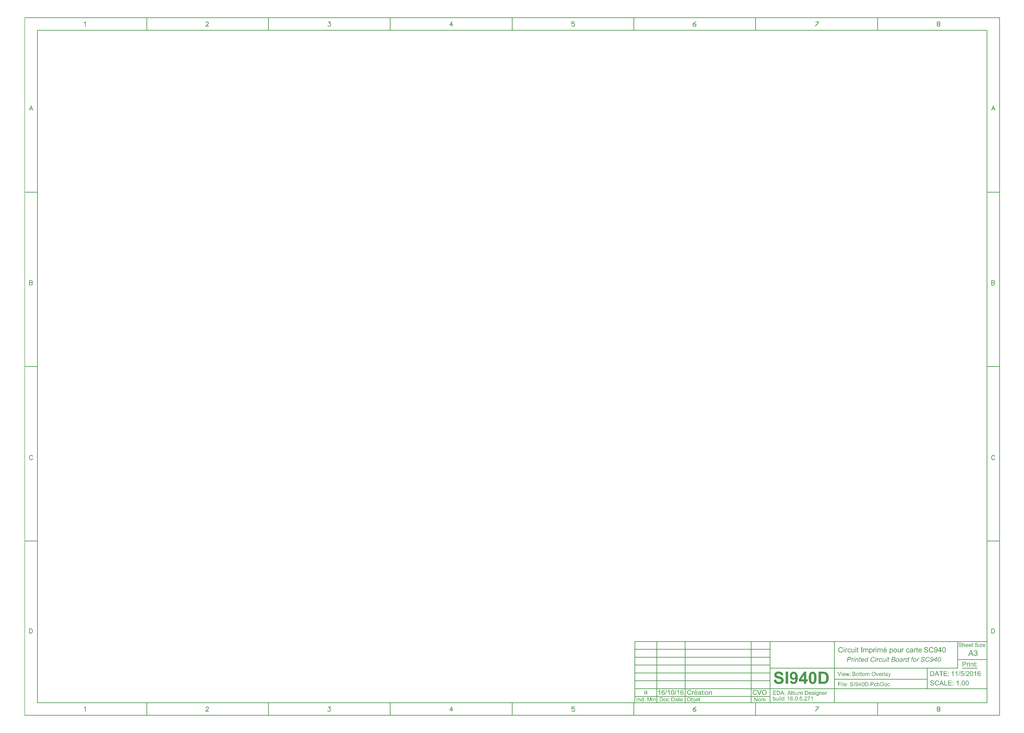
<source format=gbo>
G04 Layer_Color=32896*
%FSLAX25Y25*%
%MOIN*%
G70*
G01*
G75*
%ADD37C,0.01000*%
%ADD48C,0.00500*%
G36*
X1263962Y-372636D02*
X1263171D01*
Y-371738D01*
X1263962D01*
Y-372636D01*
D02*
G37*
G36*
X1259687Y-371640D02*
X1259755D01*
X1259921Y-371660D01*
X1260116Y-371689D01*
X1260331Y-371728D01*
X1260546Y-371786D01*
X1260751Y-371865D01*
X1260760D01*
X1260770Y-371874D01*
X1260800Y-371884D01*
X1260839Y-371904D01*
X1260936Y-371962D01*
X1261063Y-372030D01*
X1261200Y-372128D01*
X1261336Y-372245D01*
X1261473Y-372382D01*
X1261590Y-372538D01*
X1261600Y-372557D01*
X1261639Y-372616D01*
X1261688Y-372714D01*
X1261736Y-372831D01*
X1261795Y-372977D01*
X1261854Y-373153D01*
X1261893Y-373338D01*
X1261912Y-373543D01*
X1261102Y-373602D01*
Y-373592D01*
Y-373573D01*
X1261092Y-373543D01*
X1261083Y-373504D01*
X1261063Y-373397D01*
X1261024Y-373260D01*
X1260966Y-373114D01*
X1260887Y-372967D01*
X1260780Y-372821D01*
X1260653Y-372694D01*
X1260634Y-372684D01*
X1260585Y-372645D01*
X1260497Y-372597D01*
X1260380Y-372538D01*
X1260224Y-372479D01*
X1260028Y-372431D01*
X1259804Y-372392D01*
X1259540Y-372382D01*
X1259414D01*
X1259355Y-372392D01*
X1259277D01*
X1259111Y-372421D01*
X1258926Y-372450D01*
X1258740Y-372499D01*
X1258564Y-372567D01*
X1258486Y-372616D01*
X1258418Y-372665D01*
X1258408Y-372675D01*
X1258369Y-372714D01*
X1258311Y-372772D01*
X1258252Y-372860D01*
X1258184Y-372958D01*
X1258135Y-373075D01*
X1258096Y-373202D01*
X1258076Y-373348D01*
Y-373368D01*
Y-373407D01*
X1258086Y-373475D01*
X1258106Y-373553D01*
X1258135Y-373641D01*
X1258184Y-373739D01*
X1258242Y-373826D01*
X1258321Y-373914D01*
X1258330Y-373924D01*
X1258379Y-373953D01*
X1258408Y-373973D01*
X1258447Y-374002D01*
X1258506Y-374022D01*
X1258574Y-374051D01*
X1258652Y-374090D01*
X1258740Y-374129D01*
X1258838Y-374158D01*
X1258955Y-374197D01*
X1259091Y-374246D01*
X1259238Y-374285D01*
X1259404Y-374324D01*
X1259589Y-374373D01*
X1259599D01*
X1259638Y-374383D01*
X1259687Y-374392D01*
X1259755Y-374412D01*
X1259843Y-374431D01*
X1259941Y-374461D01*
X1260155Y-374510D01*
X1260390Y-374578D01*
X1260624Y-374646D01*
X1260741Y-374675D01*
X1260839Y-374714D01*
X1260936Y-374753D01*
X1261014Y-374783D01*
X1261024D01*
X1261043Y-374793D01*
X1261063Y-374812D01*
X1261102Y-374832D01*
X1261200Y-374890D01*
X1261327Y-374958D01*
X1261463Y-375056D01*
X1261600Y-375173D01*
X1261727Y-375300D01*
X1261834Y-375437D01*
X1261844Y-375456D01*
X1261873Y-375505D01*
X1261922Y-375583D01*
X1261971Y-375700D01*
X1262020Y-375827D01*
X1262068Y-375983D01*
X1262098Y-376159D01*
X1262107Y-376344D01*
Y-376354D01*
Y-376364D01*
Y-376393D01*
Y-376432D01*
X1262088Y-376530D01*
X1262068Y-376657D01*
X1262039Y-376803D01*
X1261981Y-376969D01*
X1261912Y-377145D01*
X1261815Y-377311D01*
X1261805Y-377330D01*
X1261756Y-377389D01*
X1261697Y-377467D01*
X1261600Y-377564D01*
X1261483Y-377681D01*
X1261336Y-377799D01*
X1261161Y-377906D01*
X1260966Y-378013D01*
X1260956D01*
X1260936Y-378023D01*
X1260907Y-378033D01*
X1260868Y-378052D01*
X1260819Y-378072D01*
X1260760Y-378091D01*
X1260604Y-378131D01*
X1260429Y-378179D01*
X1260214Y-378218D01*
X1259989Y-378248D01*
X1259736Y-378257D01*
X1259589D01*
X1259521Y-378248D01*
X1259433D01*
X1259336Y-378238D01*
X1259228Y-378228D01*
X1259004Y-378199D01*
X1258760Y-378150D01*
X1258516Y-378091D01*
X1258282Y-378013D01*
X1258272D01*
X1258252Y-378004D01*
X1258223Y-377984D01*
X1258184Y-377965D01*
X1258076Y-377906D01*
X1257950Y-377818D01*
X1257793Y-377711D01*
X1257647Y-377584D01*
X1257491Y-377428D01*
X1257354Y-377252D01*
Y-377242D01*
X1257345Y-377233D01*
X1257325Y-377203D01*
X1257306Y-377164D01*
X1257276Y-377115D01*
X1257247Y-377057D01*
X1257188Y-376910D01*
X1257130Y-376745D01*
X1257071Y-376540D01*
X1257032Y-376325D01*
X1257013Y-376091D01*
X1257813Y-376022D01*
Y-376032D01*
Y-376042D01*
X1257823Y-376100D01*
X1257842Y-376188D01*
X1257862Y-376305D01*
X1257901Y-376432D01*
X1257940Y-376569D01*
X1257998Y-376696D01*
X1258067Y-376823D01*
X1258076Y-376832D01*
X1258106Y-376871D01*
X1258155Y-376930D01*
X1258233Y-376998D01*
X1258321Y-377076D01*
X1258428Y-377164D01*
X1258564Y-377242D01*
X1258711Y-377320D01*
X1258721D01*
X1258730Y-377330D01*
X1258789Y-377350D01*
X1258877Y-377379D01*
X1259004Y-377408D01*
X1259140Y-377447D01*
X1259316Y-377477D01*
X1259501Y-377496D01*
X1259697Y-377506D01*
X1259775D01*
X1259872Y-377496D01*
X1259980Y-377486D01*
X1260116Y-377477D01*
X1260253Y-377447D01*
X1260399Y-377418D01*
X1260546Y-377369D01*
X1260565Y-377359D01*
X1260604Y-377340D01*
X1260673Y-377311D01*
X1260751Y-377262D01*
X1260848Y-377203D01*
X1260936Y-377135D01*
X1261024Y-377057D01*
X1261102Y-376969D01*
X1261112Y-376959D01*
X1261131Y-376920D01*
X1261161Y-376871D01*
X1261200Y-376803D01*
X1261229Y-376725D01*
X1261258Y-376627D01*
X1261278Y-376530D01*
X1261287Y-376423D01*
Y-376413D01*
Y-376374D01*
X1261278Y-376315D01*
X1261268Y-376247D01*
X1261248Y-376159D01*
X1261209Y-376071D01*
X1261170Y-375983D01*
X1261112Y-375895D01*
X1261102Y-375886D01*
X1261083Y-375856D01*
X1261034Y-375817D01*
X1260975Y-375759D01*
X1260897Y-375700D01*
X1260800Y-375642D01*
X1260673Y-375573D01*
X1260536Y-375515D01*
X1260526Y-375505D01*
X1260487Y-375495D01*
X1260409Y-375476D01*
X1260360Y-375456D01*
X1260302Y-375437D01*
X1260224Y-375417D01*
X1260146Y-375398D01*
X1260048Y-375368D01*
X1259950Y-375339D01*
X1259833Y-375310D01*
X1259697Y-375281D01*
X1259550Y-375241D01*
X1259394Y-375202D01*
X1259384D01*
X1259355Y-375193D01*
X1259306Y-375183D01*
X1259248Y-375163D01*
X1259179Y-375144D01*
X1259101Y-375124D01*
X1258916Y-375076D01*
X1258711Y-375007D01*
X1258506Y-374939D01*
X1258321Y-374871D01*
X1258233Y-374841D01*
X1258164Y-374802D01*
X1258155D01*
X1258145Y-374793D01*
X1258086Y-374753D01*
X1258008Y-374705D01*
X1257911Y-374636D01*
X1257793Y-374549D01*
X1257686Y-374451D01*
X1257579Y-374334D01*
X1257481Y-374207D01*
X1257471Y-374187D01*
X1257442Y-374139D01*
X1257413Y-374070D01*
X1257374Y-373973D01*
X1257325Y-373856D01*
X1257296Y-373719D01*
X1257266Y-373563D01*
X1257257Y-373407D01*
Y-373397D01*
Y-373387D01*
Y-373358D01*
Y-373319D01*
X1257276Y-373231D01*
X1257296Y-373114D01*
X1257325Y-372967D01*
X1257374Y-372821D01*
X1257442Y-372655D01*
X1257530Y-372499D01*
Y-372489D01*
X1257540Y-372479D01*
X1257579Y-372431D01*
X1257647Y-372353D01*
X1257735Y-372255D01*
X1257842Y-372157D01*
X1257979Y-372050D01*
X1258145Y-371943D01*
X1258330Y-371855D01*
X1258340D01*
X1258350Y-371845D01*
X1258379Y-371835D01*
X1258428Y-371816D01*
X1258477Y-371806D01*
X1258535Y-371786D01*
X1258672Y-371738D01*
X1258848Y-371699D01*
X1259043Y-371669D01*
X1259267Y-371640D01*
X1259501Y-371630D01*
X1259619D01*
X1259687Y-371640D01*
D02*
G37*
G36*
X1233803D02*
X1233872D01*
X1234038Y-371660D01*
X1234233Y-371689D01*
X1234447Y-371728D01*
X1234662Y-371786D01*
X1234867Y-371865D01*
X1234877D01*
X1234887Y-371874D01*
X1234916Y-371884D01*
X1234955Y-371904D01*
X1235053Y-371962D01*
X1235180Y-372030D01*
X1235316Y-372128D01*
X1235453Y-372245D01*
X1235590Y-372382D01*
X1235707Y-372538D01*
X1235716Y-372557D01*
X1235755Y-372616D01*
X1235804Y-372714D01*
X1235853Y-372831D01*
X1235911Y-372977D01*
X1235970Y-373153D01*
X1236009Y-373338D01*
X1236029Y-373543D01*
X1235219Y-373602D01*
Y-373592D01*
Y-373573D01*
X1235209Y-373543D01*
X1235199Y-373504D01*
X1235180Y-373397D01*
X1235141Y-373260D01*
X1235082Y-373114D01*
X1235004Y-372967D01*
X1234896Y-372821D01*
X1234770Y-372694D01*
X1234750Y-372684D01*
X1234701Y-372645D01*
X1234614Y-372597D01*
X1234496Y-372538D01*
X1234340Y-372479D01*
X1234145Y-372431D01*
X1233920Y-372392D01*
X1233657Y-372382D01*
X1233530D01*
X1233471Y-372392D01*
X1233393D01*
X1233228Y-372421D01*
X1233042Y-372450D01*
X1232857Y-372499D01*
X1232681Y-372567D01*
X1232603Y-372616D01*
X1232535Y-372665D01*
X1232525Y-372675D01*
X1232486Y-372714D01*
X1232427Y-372772D01*
X1232369Y-372860D01*
X1232300Y-372958D01*
X1232251Y-373075D01*
X1232213Y-373202D01*
X1232193Y-373348D01*
Y-373368D01*
Y-373407D01*
X1232203Y-373475D01*
X1232222Y-373553D01*
X1232251Y-373641D01*
X1232300Y-373739D01*
X1232359Y-373826D01*
X1232437Y-373914D01*
X1232447Y-373924D01*
X1232495Y-373953D01*
X1232525Y-373973D01*
X1232564Y-374002D01*
X1232622Y-374022D01*
X1232691Y-374051D01*
X1232769Y-374090D01*
X1232857Y-374129D01*
X1232954Y-374158D01*
X1233071Y-374197D01*
X1233208Y-374246D01*
X1233354Y-374285D01*
X1233520Y-374324D01*
X1233706Y-374373D01*
X1233716D01*
X1233755Y-374383D01*
X1233803Y-374392D01*
X1233872Y-374412D01*
X1233959Y-374431D01*
X1234057Y-374461D01*
X1234272Y-374510D01*
X1234506Y-374578D01*
X1234740Y-374646D01*
X1234857Y-374675D01*
X1234955Y-374714D01*
X1235053Y-374753D01*
X1235131Y-374783D01*
X1235141D01*
X1235160Y-374793D01*
X1235180Y-374812D01*
X1235219Y-374832D01*
X1235316Y-374890D01*
X1235443Y-374958D01*
X1235580Y-375056D01*
X1235716Y-375173D01*
X1235843Y-375300D01*
X1235951Y-375437D01*
X1235960Y-375456D01*
X1235990Y-375505D01*
X1236038Y-375583D01*
X1236087Y-375700D01*
X1236136Y-375827D01*
X1236185Y-375983D01*
X1236214Y-376159D01*
X1236224Y-376344D01*
Y-376354D01*
Y-376364D01*
Y-376393D01*
Y-376432D01*
X1236204Y-376530D01*
X1236185Y-376657D01*
X1236156Y-376803D01*
X1236097Y-376969D01*
X1236029Y-377145D01*
X1235931Y-377311D01*
X1235921Y-377330D01*
X1235872Y-377389D01*
X1235814Y-377467D01*
X1235716Y-377564D01*
X1235599Y-377681D01*
X1235453Y-377799D01*
X1235277Y-377906D01*
X1235082Y-378013D01*
X1235072D01*
X1235053Y-378023D01*
X1235023Y-378033D01*
X1234984Y-378052D01*
X1234935Y-378072D01*
X1234877Y-378091D01*
X1234721Y-378131D01*
X1234545Y-378179D01*
X1234330Y-378218D01*
X1234106Y-378248D01*
X1233852Y-378257D01*
X1233706D01*
X1233637Y-378248D01*
X1233550D01*
X1233452Y-378238D01*
X1233345Y-378228D01*
X1233120Y-378199D01*
X1232876Y-378150D01*
X1232632Y-378091D01*
X1232398Y-378013D01*
X1232388D01*
X1232369Y-378004D01*
X1232339Y-377984D01*
X1232300Y-377965D01*
X1232193Y-377906D01*
X1232066Y-377818D01*
X1231910Y-377711D01*
X1231763Y-377584D01*
X1231607Y-377428D01*
X1231471Y-377252D01*
Y-377242D01*
X1231461Y-377233D01*
X1231441Y-377203D01*
X1231422Y-377164D01*
X1231393Y-377115D01*
X1231363Y-377057D01*
X1231305Y-376910D01*
X1231246Y-376745D01*
X1231188Y-376540D01*
X1231149Y-376325D01*
X1231129Y-376091D01*
X1231929Y-376022D01*
Y-376032D01*
Y-376042D01*
X1231939Y-376100D01*
X1231959Y-376188D01*
X1231978Y-376305D01*
X1232017Y-376432D01*
X1232056Y-376569D01*
X1232115Y-376696D01*
X1232183Y-376823D01*
X1232193Y-376832D01*
X1232222Y-376871D01*
X1232271Y-376930D01*
X1232349Y-376998D01*
X1232437Y-377076D01*
X1232544Y-377164D01*
X1232681Y-377242D01*
X1232827Y-377320D01*
X1232837D01*
X1232847Y-377330D01*
X1232905Y-377350D01*
X1232993Y-377379D01*
X1233120Y-377408D01*
X1233257Y-377447D01*
X1233432Y-377477D01*
X1233618Y-377496D01*
X1233813Y-377506D01*
X1233891D01*
X1233989Y-377496D01*
X1234096Y-377486D01*
X1234233Y-377477D01*
X1234369Y-377447D01*
X1234516Y-377418D01*
X1234662Y-377369D01*
X1234682Y-377359D01*
X1234721Y-377340D01*
X1234789Y-377311D01*
X1234867Y-377262D01*
X1234965Y-377203D01*
X1235053Y-377135D01*
X1235141Y-377057D01*
X1235219Y-376969D01*
X1235228Y-376959D01*
X1235248Y-376920D01*
X1235277Y-376871D01*
X1235316Y-376803D01*
X1235345Y-376725D01*
X1235375Y-376627D01*
X1235394Y-376530D01*
X1235404Y-376423D01*
Y-376413D01*
Y-376374D01*
X1235394Y-376315D01*
X1235384Y-376247D01*
X1235365Y-376159D01*
X1235326Y-376071D01*
X1235287Y-375983D01*
X1235228Y-375895D01*
X1235219Y-375886D01*
X1235199Y-375856D01*
X1235150Y-375817D01*
X1235092Y-375759D01*
X1235014Y-375700D01*
X1234916Y-375642D01*
X1234789Y-375573D01*
X1234653Y-375515D01*
X1234643Y-375505D01*
X1234604Y-375495D01*
X1234526Y-375476D01*
X1234477Y-375456D01*
X1234418Y-375437D01*
X1234340Y-375417D01*
X1234262Y-375398D01*
X1234165Y-375368D01*
X1234067Y-375339D01*
X1233950Y-375310D01*
X1233813Y-375281D01*
X1233667Y-375241D01*
X1233511Y-375202D01*
X1233501D01*
X1233471Y-375193D01*
X1233423Y-375183D01*
X1233364Y-375163D01*
X1233296Y-375144D01*
X1233218Y-375124D01*
X1233032Y-375076D01*
X1232827Y-375007D01*
X1232622Y-374939D01*
X1232437Y-374871D01*
X1232349Y-374841D01*
X1232281Y-374802D01*
X1232271D01*
X1232261Y-374793D01*
X1232203Y-374753D01*
X1232125Y-374705D01*
X1232027Y-374636D01*
X1231910Y-374549D01*
X1231803Y-374451D01*
X1231695Y-374334D01*
X1231598Y-374207D01*
X1231588Y-374187D01*
X1231559Y-374139D01*
X1231529Y-374070D01*
X1231490Y-373973D01*
X1231441Y-373856D01*
X1231412Y-373719D01*
X1231383Y-373563D01*
X1231373Y-373407D01*
Y-373397D01*
Y-373387D01*
Y-373358D01*
Y-373319D01*
X1231393Y-373231D01*
X1231412Y-373114D01*
X1231441Y-372967D01*
X1231490Y-372821D01*
X1231559Y-372655D01*
X1231646Y-372499D01*
Y-372489D01*
X1231656Y-372479D01*
X1231695Y-372431D01*
X1231763Y-372353D01*
X1231851Y-372255D01*
X1231959Y-372157D01*
X1232095Y-372050D01*
X1232261Y-371943D01*
X1232447Y-371855D01*
X1232456D01*
X1232466Y-371845D01*
X1232495Y-371835D01*
X1232544Y-371816D01*
X1232593Y-371806D01*
X1232652Y-371786D01*
X1232788Y-371738D01*
X1232964Y-371699D01*
X1233159Y-371669D01*
X1233384Y-371640D01*
X1233618Y-371630D01*
X1233735D01*
X1233803Y-371640D01*
D02*
G37*
G36*
X1268705Y-374022D02*
X1266187Y-376979D01*
X1265699Y-377525D01*
X1265748D01*
X1265787Y-377516D01*
X1265894Y-377506D01*
X1266021Y-377496D01*
X1266177D01*
X1266343Y-377486D01*
X1266695Y-377477D01*
X1268842D01*
Y-378150D01*
X1264733D01*
Y-377516D01*
X1267690Y-374109D01*
X1267602D01*
X1267514Y-374119D01*
X1267387D01*
X1267251Y-374129D01*
X1267105D01*
X1266948Y-374139D01*
X1264909D01*
Y-373504D01*
X1268705D01*
Y-374022D01*
D02*
G37*
G36*
X1263962Y-378150D02*
X1263171D01*
Y-373504D01*
X1263962D01*
Y-378150D01*
D02*
G37*
G36*
X1238068Y-374031D02*
X1238078Y-374022D01*
X1238098Y-374002D01*
X1238127Y-373973D01*
X1238166Y-373934D01*
X1238225Y-373885D01*
X1238283Y-373826D01*
X1238361Y-373778D01*
X1238449Y-373709D01*
X1238547Y-373651D01*
X1238644Y-373602D01*
X1238888Y-373495D01*
X1239015Y-373455D01*
X1239152Y-373426D01*
X1239298Y-373407D01*
X1239454Y-373397D01*
X1239542D01*
X1239640Y-373407D01*
X1239757Y-373426D01*
X1239894Y-373446D01*
X1240040Y-373485D01*
X1240196Y-373534D01*
X1240343Y-373602D01*
X1240362Y-373612D01*
X1240401Y-373641D01*
X1240469Y-373690D01*
X1240557Y-373748D01*
X1240645Y-373826D01*
X1240733Y-373924D01*
X1240821Y-374041D01*
X1240889Y-374168D01*
X1240899Y-374187D01*
X1240918Y-374236D01*
X1240938Y-374314D01*
X1240977Y-374431D01*
X1241006Y-374578D01*
X1241026Y-374763D01*
X1241045Y-374968D01*
X1241055Y-375212D01*
Y-378150D01*
X1240265D01*
Y-375202D01*
Y-375193D01*
Y-375173D01*
Y-375144D01*
Y-375105D01*
X1240255Y-375007D01*
X1240235Y-374871D01*
X1240196Y-374734D01*
X1240157Y-374597D01*
X1240089Y-374461D01*
X1240001Y-374344D01*
X1239991Y-374334D01*
X1239952Y-374305D01*
X1239894Y-374256D01*
X1239816Y-374207D01*
X1239718Y-374158D01*
X1239591Y-374109D01*
X1239454Y-374080D01*
X1239289Y-374070D01*
X1239230D01*
X1239162Y-374080D01*
X1239074Y-374090D01*
X1238976Y-374119D01*
X1238859Y-374148D01*
X1238742Y-374197D01*
X1238625Y-374256D01*
X1238615Y-374266D01*
X1238576Y-374285D01*
X1238527Y-374334D01*
X1238459Y-374383D01*
X1238391Y-374461D01*
X1238313Y-374539D01*
X1238254Y-374646D01*
X1238195Y-374753D01*
X1238186Y-374763D01*
X1238176Y-374812D01*
X1238156Y-374880D01*
X1238137Y-374978D01*
X1238107Y-375105D01*
X1238088Y-375251D01*
X1238078Y-375417D01*
X1238068Y-375612D01*
Y-378150D01*
X1237278D01*
Y-371738D01*
X1238068D01*
Y-374031D01*
D02*
G37*
G36*
X1253138Y-373504D02*
X1253928D01*
Y-374119D01*
X1253138D01*
Y-376842D01*
Y-376852D01*
Y-376891D01*
Y-376950D01*
X1253148Y-377018D01*
X1253158Y-377164D01*
X1253167Y-377223D01*
X1253177Y-377272D01*
X1253187Y-377291D01*
X1253206Y-377330D01*
X1253245Y-377379D01*
X1253304Y-377428D01*
X1253323Y-377437D01*
X1253372Y-377447D01*
X1253460Y-377467D01*
X1253577Y-377477D01*
X1253675D01*
X1253724Y-377467D01*
X1253782D01*
X1253928Y-377447D01*
X1254036Y-378140D01*
X1254016D01*
X1253977Y-378150D01*
X1253919Y-378160D01*
X1253831Y-378169D01*
X1253743Y-378189D01*
X1253645Y-378199D01*
X1253440Y-378209D01*
X1253372D01*
X1253294Y-378199D01*
X1253197Y-378189D01*
X1253089Y-378179D01*
X1252972Y-378150D01*
X1252865Y-378121D01*
X1252767Y-378082D01*
X1252757Y-378072D01*
X1252728Y-378052D01*
X1252689Y-378023D01*
X1252640Y-377984D01*
X1252582Y-377935D01*
X1252533Y-377877D01*
X1252474Y-377808D01*
X1252435Y-377730D01*
Y-377721D01*
X1252425Y-377681D01*
X1252406Y-377623D01*
X1252396Y-377525D01*
X1252377Y-377398D01*
X1252367Y-377330D01*
X1252357Y-377242D01*
Y-377145D01*
X1252347Y-377037D01*
Y-376920D01*
Y-376793D01*
Y-374119D01*
X1251762D01*
Y-373504D01*
X1252347D01*
Y-372362D01*
X1253138Y-371884D01*
Y-373504D01*
D02*
G37*
G36*
X1271692Y-373407D02*
X1271770Y-373416D01*
X1271867Y-373426D01*
X1271965Y-373446D01*
X1272082Y-373475D01*
X1272316Y-373553D01*
X1272443Y-373602D01*
X1272570Y-373670D01*
X1272697Y-373739D01*
X1272824Y-373826D01*
X1272941Y-373924D01*
X1273058Y-374041D01*
X1273068Y-374051D01*
X1273087Y-374070D01*
X1273117Y-374109D01*
X1273156Y-374158D01*
X1273195Y-374226D01*
X1273244Y-374305D01*
X1273302Y-374392D01*
X1273361Y-374500D01*
X1273409Y-374627D01*
X1273468Y-374753D01*
X1273517Y-374900D01*
X1273566Y-375066D01*
X1273595Y-375232D01*
X1273624Y-375417D01*
X1273644Y-375612D01*
X1273653Y-375827D01*
Y-375837D01*
Y-375876D01*
Y-375944D01*
X1273644Y-376032D01*
X1270189D01*
Y-376042D01*
Y-376061D01*
X1270198Y-376110D01*
Y-376159D01*
X1270208Y-376227D01*
X1270218Y-376296D01*
X1270257Y-376471D01*
X1270315Y-376657D01*
X1270384Y-376852D01*
X1270491Y-377047D01*
X1270618Y-377213D01*
X1270638Y-377233D01*
X1270686Y-377272D01*
X1270774Y-377340D01*
X1270882Y-377408D01*
X1271028Y-377486D01*
X1271194Y-377555D01*
X1271379Y-377594D01*
X1271584Y-377613D01*
X1271662D01*
X1271741Y-377603D01*
X1271838Y-377584D01*
X1271955Y-377555D01*
X1272082Y-377516D01*
X1272209Y-377467D01*
X1272326Y-377389D01*
X1272336Y-377379D01*
X1272375Y-377340D01*
X1272433Y-377291D01*
X1272502Y-377203D01*
X1272580Y-377106D01*
X1272658Y-376979D01*
X1272736Y-376823D01*
X1272814Y-376647D01*
X1273624Y-376754D01*
Y-376764D01*
X1273614Y-376784D01*
X1273605Y-376823D01*
X1273585Y-376871D01*
X1273566Y-376930D01*
X1273536Y-376998D01*
X1273458Y-377164D01*
X1273361Y-377340D01*
X1273244Y-377525D01*
X1273087Y-377711D01*
X1272912Y-377867D01*
X1272902D01*
X1272892Y-377887D01*
X1272863Y-377906D01*
X1272814Y-377925D01*
X1272765Y-377955D01*
X1272707Y-377994D01*
X1272638Y-378023D01*
X1272551Y-378062D01*
X1272365Y-378131D01*
X1272131Y-378199D01*
X1271877Y-378238D01*
X1271584Y-378257D01*
X1271487D01*
X1271418Y-378248D01*
X1271331Y-378238D01*
X1271233Y-378228D01*
X1271126Y-378209D01*
X1270999Y-378179D01*
X1270745Y-378101D01*
X1270608Y-378052D01*
X1270481Y-377994D01*
X1270345Y-377925D01*
X1270218Y-377838D01*
X1270091Y-377740D01*
X1269974Y-377633D01*
X1269964Y-377623D01*
X1269945Y-377603D01*
X1269915Y-377564D01*
X1269886Y-377516D01*
X1269837Y-377457D01*
X1269788Y-377379D01*
X1269730Y-377281D01*
X1269681Y-377174D01*
X1269623Y-377057D01*
X1269564Y-376930D01*
X1269515Y-376784D01*
X1269476Y-376627D01*
X1269437Y-376462D01*
X1269408Y-376276D01*
X1269388Y-376081D01*
X1269379Y-375876D01*
Y-375866D01*
Y-375827D01*
Y-375759D01*
X1269388Y-375681D01*
X1269398Y-375583D01*
X1269408Y-375466D01*
X1269427Y-375339D01*
X1269457Y-375202D01*
X1269525Y-374910D01*
X1269574Y-374763D01*
X1269632Y-374607D01*
X1269701Y-374461D01*
X1269779Y-374314D01*
X1269867Y-374178D01*
X1269974Y-374051D01*
X1269984Y-374041D01*
X1270003Y-374022D01*
X1270033Y-373992D01*
X1270081Y-373943D01*
X1270140Y-373895D01*
X1270218Y-373846D01*
X1270296Y-373787D01*
X1270394Y-373719D01*
X1270501Y-373660D01*
X1270618Y-373602D01*
X1270745Y-373553D01*
X1270891Y-373495D01*
X1271038Y-373455D01*
X1271194Y-373426D01*
X1271360Y-373407D01*
X1271535Y-373397D01*
X1271623D01*
X1271692Y-373407D01*
D02*
G37*
G36*
X1249292D02*
X1249371Y-373416D01*
X1249468Y-373426D01*
X1249566Y-373446D01*
X1249683Y-373475D01*
X1249917Y-373553D01*
X1250044Y-373602D01*
X1250171Y-373670D01*
X1250298Y-373739D01*
X1250425Y-373826D01*
X1250542Y-373924D01*
X1250659Y-374041D01*
X1250669Y-374051D01*
X1250688Y-374070D01*
X1250717Y-374109D01*
X1250756Y-374158D01*
X1250795Y-374226D01*
X1250844Y-374305D01*
X1250903Y-374392D01*
X1250961Y-374500D01*
X1251010Y-374627D01*
X1251069Y-374753D01*
X1251118Y-374900D01*
X1251166Y-375066D01*
X1251196Y-375232D01*
X1251225Y-375417D01*
X1251245Y-375612D01*
X1251254Y-375827D01*
Y-375837D01*
Y-375876D01*
Y-375944D01*
X1251245Y-376032D01*
X1247789D01*
Y-376042D01*
Y-376061D01*
X1247799Y-376110D01*
Y-376159D01*
X1247809Y-376227D01*
X1247819Y-376296D01*
X1247858Y-376471D01*
X1247916Y-376657D01*
X1247985Y-376852D01*
X1248092Y-377047D01*
X1248219Y-377213D01*
X1248238Y-377233D01*
X1248287Y-377272D01*
X1248375Y-377340D01*
X1248482Y-377408D01*
X1248629Y-377486D01*
X1248795Y-377555D01*
X1248980Y-377594D01*
X1249185Y-377613D01*
X1249263D01*
X1249341Y-377603D01*
X1249439Y-377584D01*
X1249556Y-377555D01*
X1249683Y-377516D01*
X1249810Y-377467D01*
X1249927Y-377389D01*
X1249937Y-377379D01*
X1249976Y-377340D01*
X1250034Y-377291D01*
X1250103Y-377203D01*
X1250181Y-377106D01*
X1250259Y-376979D01*
X1250337Y-376823D01*
X1250415Y-376647D01*
X1251225Y-376754D01*
Y-376764D01*
X1251215Y-376784D01*
X1251206Y-376823D01*
X1251186Y-376871D01*
X1251166Y-376930D01*
X1251137Y-376998D01*
X1251059Y-377164D01*
X1250961Y-377340D01*
X1250844Y-377525D01*
X1250688Y-377711D01*
X1250513Y-377867D01*
X1250503D01*
X1250493Y-377887D01*
X1250464Y-377906D01*
X1250415Y-377925D01*
X1250366Y-377955D01*
X1250307Y-377994D01*
X1250239Y-378023D01*
X1250151Y-378062D01*
X1249966Y-378131D01*
X1249732Y-378199D01*
X1249478Y-378238D01*
X1249185Y-378257D01*
X1249088D01*
X1249019Y-378248D01*
X1248931Y-378238D01*
X1248834Y-378228D01*
X1248726Y-378209D01*
X1248600Y-378179D01*
X1248346Y-378101D01*
X1248209Y-378052D01*
X1248082Y-377994D01*
X1247946Y-377925D01*
X1247819Y-377838D01*
X1247692Y-377740D01*
X1247575Y-377633D01*
X1247565Y-377623D01*
X1247545Y-377603D01*
X1247516Y-377564D01*
X1247487Y-377516D01*
X1247438Y-377457D01*
X1247389Y-377379D01*
X1247331Y-377281D01*
X1247282Y-377174D01*
X1247223Y-377057D01*
X1247165Y-376930D01*
X1247116Y-376784D01*
X1247077Y-376627D01*
X1247038Y-376462D01*
X1247009Y-376276D01*
X1246989Y-376081D01*
X1246979Y-375876D01*
Y-375866D01*
Y-375827D01*
Y-375759D01*
X1246989Y-375681D01*
X1246999Y-375583D01*
X1247009Y-375466D01*
X1247028Y-375339D01*
X1247058Y-375202D01*
X1247126Y-374910D01*
X1247175Y-374763D01*
X1247233Y-374607D01*
X1247301Y-374461D01*
X1247379Y-374314D01*
X1247467Y-374178D01*
X1247575Y-374051D01*
X1247585Y-374041D01*
X1247604Y-374022D01*
X1247633Y-373992D01*
X1247682Y-373943D01*
X1247741Y-373895D01*
X1247819Y-373846D01*
X1247897Y-373787D01*
X1247994Y-373719D01*
X1248102Y-373660D01*
X1248219Y-373602D01*
X1248346Y-373553D01*
X1248492Y-373495D01*
X1248639Y-373455D01*
X1248795Y-373426D01*
X1248961Y-373407D01*
X1249136Y-373397D01*
X1249224D01*
X1249292Y-373407D01*
D02*
G37*
G36*
X1244315D02*
X1244393Y-373416D01*
X1244491Y-373426D01*
X1244588Y-373446D01*
X1244705Y-373475D01*
X1244940Y-373553D01*
X1245066Y-373602D01*
X1245193Y-373670D01*
X1245320Y-373739D01*
X1245447Y-373826D01*
X1245564Y-373924D01*
X1245681Y-374041D01*
X1245691Y-374051D01*
X1245711Y-374070D01*
X1245740Y-374109D01*
X1245779Y-374158D01*
X1245818Y-374226D01*
X1245867Y-374305D01*
X1245925Y-374392D01*
X1245984Y-374500D01*
X1246033Y-374627D01*
X1246091Y-374753D01*
X1246140Y-374900D01*
X1246189Y-375066D01*
X1246218Y-375232D01*
X1246247Y-375417D01*
X1246267Y-375612D01*
X1246277Y-375827D01*
Y-375837D01*
Y-375876D01*
Y-375944D01*
X1246267Y-376032D01*
X1242812D01*
Y-376042D01*
Y-376061D01*
X1242822Y-376110D01*
Y-376159D01*
X1242831Y-376227D01*
X1242841Y-376296D01*
X1242880Y-376471D01*
X1242939Y-376657D01*
X1243007Y-376852D01*
X1243114Y-377047D01*
X1243241Y-377213D01*
X1243261Y-377233D01*
X1243310Y-377272D01*
X1243398Y-377340D01*
X1243505Y-377408D01*
X1243651Y-377486D01*
X1243817Y-377555D01*
X1244003Y-377594D01*
X1244207Y-377613D01*
X1244286D01*
X1244364Y-377603D01*
X1244461Y-377584D01*
X1244578Y-377555D01*
X1244705Y-377516D01*
X1244832Y-377467D01*
X1244949Y-377389D01*
X1244959Y-377379D01*
X1244998Y-377340D01*
X1245057Y-377291D01*
X1245125Y-377203D01*
X1245203Y-377106D01*
X1245281Y-376979D01*
X1245359Y-376823D01*
X1245437Y-376647D01*
X1246247Y-376754D01*
Y-376764D01*
X1246238Y-376784D01*
X1246228Y-376823D01*
X1246208Y-376871D01*
X1246189Y-376930D01*
X1246159Y-376998D01*
X1246082Y-377164D01*
X1245984Y-377340D01*
X1245867Y-377525D01*
X1245711Y-377711D01*
X1245535Y-377867D01*
X1245525D01*
X1245515Y-377887D01*
X1245486Y-377906D01*
X1245437Y-377925D01*
X1245389Y-377955D01*
X1245330Y-377994D01*
X1245262Y-378023D01*
X1245174Y-378062D01*
X1244988Y-378131D01*
X1244754Y-378199D01*
X1244500Y-378238D01*
X1244207Y-378257D01*
X1244110D01*
X1244042Y-378248D01*
X1243954Y-378238D01*
X1243856Y-378228D01*
X1243749Y-378209D01*
X1243622Y-378179D01*
X1243368Y-378101D01*
X1243231Y-378052D01*
X1243105Y-377994D01*
X1242968Y-377925D01*
X1242841Y-377838D01*
X1242714Y-377740D01*
X1242597Y-377633D01*
X1242587Y-377623D01*
X1242568Y-377603D01*
X1242539Y-377564D01*
X1242509Y-377516D01*
X1242461Y-377457D01*
X1242412Y-377379D01*
X1242353Y-377281D01*
X1242304Y-377174D01*
X1242246Y-377057D01*
X1242187Y-376930D01*
X1242138Y-376784D01*
X1242099Y-376627D01*
X1242060Y-376462D01*
X1242031Y-376276D01*
X1242012Y-376081D01*
X1242002Y-375876D01*
Y-375866D01*
Y-375827D01*
Y-375759D01*
X1242012Y-375681D01*
X1242021Y-375583D01*
X1242031Y-375466D01*
X1242051Y-375339D01*
X1242080Y-375202D01*
X1242148Y-374910D01*
X1242197Y-374763D01*
X1242255Y-374607D01*
X1242324Y-374461D01*
X1242402Y-374314D01*
X1242490Y-374178D01*
X1242597Y-374051D01*
X1242607Y-374041D01*
X1242626Y-374022D01*
X1242656Y-373992D01*
X1242704Y-373943D01*
X1242763Y-373895D01*
X1242841Y-373846D01*
X1242919Y-373787D01*
X1243017Y-373719D01*
X1243124Y-373660D01*
X1243241Y-373602D01*
X1243368Y-373553D01*
X1243515Y-373495D01*
X1243661Y-373455D01*
X1243817Y-373426D01*
X1243983Y-373407D01*
X1244159Y-373397D01*
X1244247D01*
X1244315Y-373407D01*
D02*
G37*
G36*
X1100588Y-379730D02*
X1099560D01*
Y-378563D01*
X1100588D01*
Y-379730D01*
D02*
G37*
G36*
X1068254D02*
X1067226D01*
Y-378563D01*
X1068254D01*
Y-379730D01*
D02*
G37*
G36*
X1049498D02*
X1048470D01*
Y-378563D01*
X1049498D01*
Y-379730D01*
D02*
G37*
G36*
X1114319Y-380111D02*
X1113468D01*
X1114230Y-378525D01*
X1115575D01*
X1114319Y-380111D01*
D02*
G37*
G36*
X1179606Y-378436D02*
X1179695D01*
X1179911Y-378461D01*
X1180165Y-378499D01*
X1180444Y-378550D01*
X1180723Y-378626D01*
X1180989Y-378728D01*
X1181002D01*
X1181015Y-378740D01*
X1181053Y-378753D01*
X1181104Y-378778D01*
X1181231Y-378854D01*
X1181396Y-378943D01*
X1181573Y-379070D01*
X1181751Y-379223D01*
X1181929Y-379400D01*
X1182081Y-379603D01*
X1182093Y-379629D01*
X1182144Y-379705D01*
X1182208Y-379832D01*
X1182271Y-379984D01*
X1182347Y-380174D01*
X1182423Y-380403D01*
X1182474Y-380644D01*
X1182500Y-380910D01*
X1181446Y-380986D01*
Y-380974D01*
Y-380948D01*
X1181433Y-380910D01*
X1181421Y-380860D01*
X1181396Y-380720D01*
X1181345Y-380542D01*
X1181269Y-380352D01*
X1181167Y-380162D01*
X1181028Y-379971D01*
X1180863Y-379806D01*
X1180837Y-379794D01*
X1180774Y-379743D01*
X1180659Y-379679D01*
X1180507Y-379603D01*
X1180304Y-379527D01*
X1180050Y-379464D01*
X1179758Y-379413D01*
X1179416Y-379400D01*
X1179251D01*
X1179175Y-379413D01*
X1179073D01*
X1178858Y-379451D01*
X1178616Y-379489D01*
X1178375Y-379553D01*
X1178147Y-379641D01*
X1178045Y-379705D01*
X1177956Y-379768D01*
X1177944Y-379781D01*
X1177893Y-379832D01*
X1177817Y-379908D01*
X1177741Y-380022D01*
X1177652Y-380149D01*
X1177588Y-380301D01*
X1177538Y-380466D01*
X1177512Y-380657D01*
Y-380682D01*
Y-380733D01*
X1177525Y-380821D01*
X1177550Y-380923D01*
X1177588Y-381037D01*
X1177652Y-381164D01*
X1177728Y-381278D01*
X1177830Y-381393D01*
X1177842Y-381405D01*
X1177906Y-381443D01*
X1177944Y-381469D01*
X1177995Y-381507D01*
X1178071Y-381532D01*
X1178160Y-381570D01*
X1178261Y-381621D01*
X1178375Y-381672D01*
X1178502Y-381710D01*
X1178654Y-381761D01*
X1178832Y-381824D01*
X1179023Y-381875D01*
X1179238Y-381926D01*
X1179479Y-381989D01*
X1179492D01*
X1179543Y-382002D01*
X1179606Y-382014D01*
X1179695Y-382040D01*
X1179809Y-382065D01*
X1179936Y-382103D01*
X1180215Y-382167D01*
X1180520Y-382256D01*
X1180824Y-382344D01*
X1180977Y-382382D01*
X1181104Y-382433D01*
X1181231Y-382484D01*
X1181332Y-382522D01*
X1181345D01*
X1181370Y-382535D01*
X1181396Y-382560D01*
X1181446Y-382585D01*
X1181573Y-382662D01*
X1181738Y-382750D01*
X1181916Y-382877D01*
X1182093Y-383030D01*
X1182258Y-383194D01*
X1182398Y-383372D01*
X1182411Y-383398D01*
X1182449Y-383461D01*
X1182512Y-383562D01*
X1182576Y-383715D01*
X1182639Y-383880D01*
X1182703Y-384083D01*
X1182741Y-384311D01*
X1182753Y-384552D01*
Y-384565D01*
Y-384578D01*
Y-384616D01*
Y-384667D01*
X1182728Y-384793D01*
X1182703Y-384958D01*
X1182664Y-385149D01*
X1182588Y-385365D01*
X1182500Y-385593D01*
X1182373Y-385809D01*
X1182360Y-385834D01*
X1182296Y-385910D01*
X1182220Y-386012D01*
X1182093Y-386139D01*
X1181941Y-386291D01*
X1181751Y-386443D01*
X1181522Y-386583D01*
X1181269Y-386722D01*
X1181256D01*
X1181231Y-386735D01*
X1181192Y-386748D01*
X1181142Y-386773D01*
X1181078Y-386799D01*
X1181002Y-386824D01*
X1180799Y-386875D01*
X1180571Y-386938D01*
X1180291Y-386989D01*
X1180000Y-387027D01*
X1179670Y-387040D01*
X1179479D01*
X1179391Y-387027D01*
X1179276D01*
X1179149Y-387014D01*
X1179010Y-387001D01*
X1178718Y-386964D01*
X1178401Y-386900D01*
X1178083Y-386824D01*
X1177779Y-386722D01*
X1177766D01*
X1177741Y-386710D01*
X1177703Y-386684D01*
X1177652Y-386659D01*
X1177512Y-386583D01*
X1177347Y-386469D01*
X1177144Y-386329D01*
X1176954Y-386164D01*
X1176751Y-385961D01*
X1176573Y-385733D01*
Y-385720D01*
X1176561Y-385707D01*
X1176535Y-385669D01*
X1176510Y-385618D01*
X1176472Y-385555D01*
X1176434Y-385479D01*
X1176358Y-385288D01*
X1176281Y-385073D01*
X1176205Y-384806D01*
X1176155Y-384527D01*
X1176129Y-384222D01*
X1177170Y-384134D01*
Y-384146D01*
Y-384159D01*
X1177182Y-384235D01*
X1177208Y-384349D01*
X1177233Y-384502D01*
X1177284Y-384667D01*
X1177335Y-384844D01*
X1177411Y-385009D01*
X1177500Y-385174D01*
X1177512Y-385187D01*
X1177550Y-385238D01*
X1177614Y-385314D01*
X1177715Y-385403D01*
X1177830Y-385504D01*
X1177969Y-385618D01*
X1178147Y-385720D01*
X1178337Y-385821D01*
X1178350D01*
X1178363Y-385834D01*
X1178439Y-385859D01*
X1178553Y-385897D01*
X1178718Y-385936D01*
X1178896Y-385986D01*
X1179124Y-386024D01*
X1179365Y-386050D01*
X1179619Y-386063D01*
X1179720D01*
X1179847Y-386050D01*
X1179987Y-386037D01*
X1180165Y-386024D01*
X1180342Y-385986D01*
X1180533Y-385948D01*
X1180723Y-385885D01*
X1180748Y-385872D01*
X1180799Y-385847D01*
X1180888Y-385809D01*
X1180989Y-385745D01*
X1181116Y-385669D01*
X1181231Y-385580D01*
X1181345Y-385479D01*
X1181446Y-385365D01*
X1181459Y-385352D01*
X1181484Y-385301D01*
X1181522Y-385238D01*
X1181573Y-385149D01*
X1181611Y-385047D01*
X1181649Y-384920D01*
X1181675Y-384793D01*
X1181687Y-384654D01*
Y-384641D01*
Y-384590D01*
X1181675Y-384514D01*
X1181662Y-384425D01*
X1181637Y-384311D01*
X1181586Y-384197D01*
X1181535Y-384083D01*
X1181459Y-383969D01*
X1181446Y-383956D01*
X1181421Y-383918D01*
X1181357Y-383867D01*
X1181281Y-383791D01*
X1181180Y-383715D01*
X1181053Y-383639D01*
X1180888Y-383550D01*
X1180710Y-383474D01*
X1180698Y-383461D01*
X1180647Y-383448D01*
X1180545Y-383423D01*
X1180482Y-383398D01*
X1180406Y-383372D01*
X1180304Y-383347D01*
X1180203Y-383321D01*
X1180076Y-383283D01*
X1179949Y-383245D01*
X1179797Y-383207D01*
X1179619Y-383169D01*
X1179428Y-383118D01*
X1179226Y-383068D01*
X1179213D01*
X1179175Y-383055D01*
X1179111Y-383042D01*
X1179035Y-383017D01*
X1178946Y-382992D01*
X1178845Y-382966D01*
X1178604Y-382903D01*
X1178337Y-382814D01*
X1178071Y-382725D01*
X1177830Y-382636D01*
X1177715Y-382598D01*
X1177627Y-382547D01*
X1177614D01*
X1177601Y-382535D01*
X1177525Y-382484D01*
X1177423Y-382420D01*
X1177297Y-382332D01*
X1177144Y-382217D01*
X1177005Y-382090D01*
X1176865Y-381938D01*
X1176738Y-381773D01*
X1176726Y-381748D01*
X1176688Y-381684D01*
X1176649Y-381596D01*
X1176599Y-381469D01*
X1176535Y-381316D01*
X1176497Y-381139D01*
X1176459Y-380936D01*
X1176446Y-380733D01*
Y-380720D01*
Y-380707D01*
Y-380669D01*
Y-380618D01*
X1176472Y-380504D01*
X1176497Y-380352D01*
X1176535Y-380162D01*
X1176599Y-379971D01*
X1176688Y-379755D01*
X1176802Y-379553D01*
Y-379540D01*
X1176814Y-379527D01*
X1176865Y-379464D01*
X1176954Y-379362D01*
X1177068Y-379235D01*
X1177208Y-379108D01*
X1177385Y-378969D01*
X1177601Y-378829D01*
X1177842Y-378715D01*
X1177855D01*
X1177868Y-378702D01*
X1177906Y-378690D01*
X1177969Y-378664D01*
X1178033Y-378651D01*
X1178109Y-378626D01*
X1178286Y-378563D01*
X1178515Y-378512D01*
X1178769Y-378474D01*
X1179060Y-378436D01*
X1179365Y-378423D01*
X1179517D01*
X1179606Y-378436D01*
D02*
G37*
G36*
X1188083D02*
X1188185Y-378449D01*
X1188311Y-378461D01*
X1188451Y-378474D01*
X1188603Y-378499D01*
X1188933Y-378575D01*
X1189289Y-378690D01*
X1189466Y-378766D01*
X1189644Y-378854D01*
X1189809Y-378956D01*
X1189974Y-379070D01*
X1189987Y-379083D01*
X1190012Y-379096D01*
X1190050Y-379134D01*
X1190114Y-379185D01*
X1190177Y-379248D01*
X1190266Y-379337D01*
X1190355Y-379426D01*
X1190443Y-379527D01*
X1190545Y-379654D01*
X1190634Y-379781D01*
X1190735Y-379933D01*
X1190837Y-380098D01*
X1190926Y-380263D01*
X1191014Y-380453D01*
X1191167Y-380860D01*
X1190075Y-381113D01*
Y-381101D01*
X1190063Y-381075D01*
X1190050Y-381025D01*
X1190025Y-380961D01*
X1189987Y-380885D01*
X1189948Y-380796D01*
X1189860Y-380606D01*
X1189746Y-380390D01*
X1189593Y-380162D01*
X1189428Y-379959D01*
X1189225Y-379781D01*
X1189200Y-379768D01*
X1189124Y-379717D01*
X1189009Y-379654D01*
X1188844Y-379565D01*
X1188654Y-379489D01*
X1188413Y-379426D01*
X1188147Y-379375D01*
X1187842Y-379362D01*
X1187753D01*
X1187690Y-379375D01*
X1187601D01*
X1187512Y-379387D01*
X1187284Y-379426D01*
X1187030Y-379476D01*
X1186763Y-379565D01*
X1186497Y-379679D01*
X1186243Y-379832D01*
X1186230D01*
X1186218Y-379857D01*
X1186141Y-379921D01*
X1186027Y-380022D01*
X1185888Y-380162D01*
X1185748Y-380339D01*
X1185596Y-380542D01*
X1185456Y-380796D01*
X1185342Y-381075D01*
Y-381088D01*
X1185329Y-381113D01*
X1185317Y-381151D01*
X1185304Y-381215D01*
X1185279Y-381278D01*
X1185266Y-381367D01*
X1185215Y-381570D01*
X1185164Y-381811D01*
X1185126Y-382078D01*
X1185101Y-382370D01*
X1185088Y-382674D01*
Y-382687D01*
Y-382725D01*
Y-382776D01*
Y-382852D01*
X1185101Y-382941D01*
Y-383055D01*
X1185114Y-383169D01*
X1185126Y-383296D01*
X1185164Y-383588D01*
X1185215Y-383905D01*
X1185291Y-384222D01*
X1185393Y-384527D01*
Y-384540D01*
X1185406Y-384565D01*
X1185431Y-384603D01*
X1185456Y-384654D01*
X1185520Y-384806D01*
X1185621Y-384971D01*
X1185761Y-385174D01*
X1185926Y-385365D01*
X1186116Y-385555D01*
X1186345Y-385720D01*
X1186357D01*
X1186370Y-385733D01*
X1186408Y-385758D01*
X1186459Y-385783D01*
X1186598Y-385834D01*
X1186776Y-385910D01*
X1186979Y-385974D01*
X1187220Y-386037D01*
X1187487Y-386088D01*
X1187766Y-386101D01*
X1187855D01*
X1187918Y-386088D01*
X1187994D01*
X1188096Y-386075D01*
X1188311Y-386037D01*
X1188553Y-385974D01*
X1188819Y-385872D01*
X1189073Y-385745D01*
X1189327Y-385567D01*
X1189339Y-385555D01*
X1189352Y-385542D01*
X1189428Y-385466D01*
X1189542Y-385339D01*
X1189682Y-385174D01*
X1189822Y-384946D01*
X1189974Y-384679D01*
X1190101Y-384349D01*
X1190202Y-383981D01*
X1191306Y-384261D01*
Y-384273D01*
X1191294Y-384324D01*
X1191268Y-384387D01*
X1191243Y-384489D01*
X1191192Y-384590D01*
X1191141Y-384730D01*
X1191091Y-384870D01*
X1191014Y-385022D01*
X1190849Y-385365D01*
X1190621Y-385707D01*
X1190367Y-386037D01*
X1190215Y-386189D01*
X1190050Y-386329D01*
X1190037Y-386342D01*
X1190012Y-386354D01*
X1189961Y-386392D01*
X1189885Y-386443D01*
X1189796Y-386494D01*
X1189695Y-386557D01*
X1189581Y-386621D01*
X1189441Y-386684D01*
X1189289Y-386748D01*
X1189124Y-386811D01*
X1188933Y-386875D01*
X1188743Y-386925D01*
X1188324Y-387014D01*
X1188096Y-387027D01*
X1187855Y-387040D01*
X1187728D01*
X1187626Y-387027D01*
X1187512D01*
X1187385Y-387014D01*
X1187233Y-386989D01*
X1187081Y-386976D01*
X1186725Y-386900D01*
X1186357Y-386811D01*
X1186002Y-386672D01*
X1185824Y-386595D01*
X1185659Y-386494D01*
X1185647Y-386481D01*
X1185621Y-386469D01*
X1185583Y-386431D01*
X1185520Y-386392D01*
X1185367Y-386265D01*
X1185190Y-386088D01*
X1184974Y-385872D01*
X1184771Y-385593D01*
X1184555Y-385276D01*
X1184378Y-384908D01*
Y-384895D01*
X1184365Y-384857D01*
X1184340Y-384806D01*
X1184314Y-384730D01*
X1184276Y-384629D01*
X1184238Y-384514D01*
X1184200Y-384387D01*
X1184162Y-384235D01*
X1184124Y-384083D01*
X1184086Y-383905D01*
X1184010Y-383524D01*
X1183959Y-383118D01*
X1183946Y-382674D01*
Y-382662D01*
Y-382611D01*
Y-382547D01*
X1183959Y-382458D01*
Y-382344D01*
X1183972Y-382205D01*
X1183984Y-382065D01*
X1184010Y-381900D01*
X1184073Y-381545D01*
X1184149Y-381164D01*
X1184276Y-380771D01*
X1184441Y-380403D01*
Y-380390D01*
X1184466Y-380365D01*
X1184492Y-380314D01*
X1184530Y-380238D01*
X1184581Y-380162D01*
X1184644Y-380073D01*
X1184809Y-379857D01*
X1184999Y-379616D01*
X1185241Y-379375D01*
X1185532Y-379134D01*
X1185850Y-378931D01*
X1185862D01*
X1185888Y-378905D01*
X1185938Y-378880D01*
X1186015Y-378854D01*
X1186091Y-378817D01*
X1186192Y-378766D01*
X1186319Y-378728D01*
X1186446Y-378677D01*
X1186586Y-378626D01*
X1186738Y-378588D01*
X1187081Y-378499D01*
X1187461Y-378449D01*
X1187867Y-378423D01*
X1187994D01*
X1188083Y-378436D01*
D02*
G37*
G36*
X1044016D02*
X1044118Y-378449D01*
X1044244Y-378461D01*
X1044384Y-378474D01*
X1044536Y-378499D01*
X1044866Y-378575D01*
X1045222Y-378690D01*
X1045399Y-378766D01*
X1045577Y-378854D01*
X1045742Y-378956D01*
X1045907Y-379070D01*
X1045920Y-379083D01*
X1045945Y-379096D01*
X1045983Y-379134D01*
X1046047Y-379185D01*
X1046110Y-379248D01*
X1046199Y-379337D01*
X1046288Y-379426D01*
X1046376Y-379527D01*
X1046478Y-379654D01*
X1046567Y-379781D01*
X1046668Y-379933D01*
X1046770Y-380098D01*
X1046859Y-380263D01*
X1046947Y-380453D01*
X1047100Y-380860D01*
X1046008Y-381113D01*
Y-381101D01*
X1045996Y-381075D01*
X1045983Y-381025D01*
X1045958Y-380961D01*
X1045920Y-380885D01*
X1045881Y-380796D01*
X1045793Y-380606D01*
X1045679Y-380390D01*
X1045526Y-380162D01*
X1045361Y-379959D01*
X1045158Y-379781D01*
X1045133Y-379768D01*
X1045057Y-379717D01*
X1044942Y-379654D01*
X1044777Y-379565D01*
X1044587Y-379489D01*
X1044346Y-379426D01*
X1044079Y-379375D01*
X1043775Y-379362D01*
X1043686D01*
X1043623Y-379375D01*
X1043534D01*
X1043445Y-379387D01*
X1043217Y-379426D01*
X1042963Y-379476D01*
X1042696Y-379565D01*
X1042430Y-379679D01*
X1042176Y-379832D01*
X1042163D01*
X1042151Y-379857D01*
X1042074Y-379921D01*
X1041960Y-380022D01*
X1041821Y-380162D01*
X1041681Y-380339D01*
X1041529Y-380542D01*
X1041389Y-380796D01*
X1041275Y-381075D01*
Y-381088D01*
X1041262Y-381113D01*
X1041250Y-381151D01*
X1041237Y-381215D01*
X1041212Y-381278D01*
X1041199Y-381367D01*
X1041148Y-381570D01*
X1041097Y-381811D01*
X1041059Y-382078D01*
X1041034Y-382370D01*
X1041021Y-382674D01*
Y-382687D01*
Y-382725D01*
Y-382776D01*
Y-382852D01*
X1041034Y-382941D01*
Y-383055D01*
X1041047Y-383169D01*
X1041059Y-383296D01*
X1041097Y-383588D01*
X1041148Y-383905D01*
X1041224Y-384222D01*
X1041326Y-384527D01*
Y-384540D01*
X1041339Y-384565D01*
X1041364Y-384603D01*
X1041389Y-384654D01*
X1041453Y-384806D01*
X1041554Y-384971D01*
X1041694Y-385174D01*
X1041859Y-385365D01*
X1042049Y-385555D01*
X1042278Y-385720D01*
X1042290D01*
X1042303Y-385733D01*
X1042341Y-385758D01*
X1042392Y-385783D01*
X1042531Y-385834D01*
X1042709Y-385910D01*
X1042912Y-385974D01*
X1043153Y-386037D01*
X1043420Y-386088D01*
X1043699Y-386101D01*
X1043788D01*
X1043851Y-386088D01*
X1043927D01*
X1044029Y-386075D01*
X1044244Y-386037D01*
X1044486Y-385974D01*
X1044752Y-385872D01*
X1045006Y-385745D01*
X1045260Y-385567D01*
X1045272Y-385555D01*
X1045285Y-385542D01*
X1045361Y-385466D01*
X1045475Y-385339D01*
X1045615Y-385174D01*
X1045755Y-384946D01*
X1045907Y-384679D01*
X1046034Y-384349D01*
X1046135Y-383981D01*
X1047239Y-384261D01*
Y-384273D01*
X1047227Y-384324D01*
X1047201Y-384387D01*
X1047176Y-384489D01*
X1047125Y-384590D01*
X1047074Y-384730D01*
X1047024Y-384870D01*
X1046947Y-385022D01*
X1046782Y-385365D01*
X1046554Y-385707D01*
X1046300Y-386037D01*
X1046148Y-386189D01*
X1045983Y-386329D01*
X1045970Y-386342D01*
X1045945Y-386354D01*
X1045894Y-386392D01*
X1045818Y-386443D01*
X1045729Y-386494D01*
X1045628Y-386557D01*
X1045514Y-386621D01*
X1045374Y-386684D01*
X1045222Y-386748D01*
X1045057Y-386811D01*
X1044866Y-386875D01*
X1044676Y-386925D01*
X1044257Y-387014D01*
X1044029Y-387027D01*
X1043788Y-387040D01*
X1043661D01*
X1043559Y-387027D01*
X1043445D01*
X1043318Y-387014D01*
X1043166Y-386989D01*
X1043014Y-386976D01*
X1042658Y-386900D01*
X1042290Y-386811D01*
X1041935Y-386672D01*
X1041757Y-386595D01*
X1041592Y-386494D01*
X1041580Y-386481D01*
X1041554Y-386469D01*
X1041516Y-386431D01*
X1041453Y-386392D01*
X1041300Y-386265D01*
X1041123Y-386088D01*
X1040907Y-385872D01*
X1040704Y-385593D01*
X1040488Y-385276D01*
X1040311Y-384908D01*
Y-384895D01*
X1040298Y-384857D01*
X1040273Y-384806D01*
X1040247Y-384730D01*
X1040209Y-384629D01*
X1040171Y-384514D01*
X1040133Y-384387D01*
X1040095Y-384235D01*
X1040057Y-384083D01*
X1040019Y-383905D01*
X1039943Y-383524D01*
X1039892Y-383118D01*
X1039879Y-382674D01*
Y-382662D01*
Y-382611D01*
Y-382547D01*
X1039892Y-382458D01*
Y-382344D01*
X1039904Y-382205D01*
X1039917Y-382065D01*
X1039943Y-381900D01*
X1040006Y-381545D01*
X1040082Y-381164D01*
X1040209Y-380771D01*
X1040374Y-380403D01*
Y-380390D01*
X1040399Y-380365D01*
X1040425Y-380314D01*
X1040463Y-380238D01*
X1040514Y-380162D01*
X1040577Y-380073D01*
X1040742Y-379857D01*
X1040932Y-379616D01*
X1041173Y-379375D01*
X1041465Y-379134D01*
X1041783Y-378931D01*
X1041795D01*
X1041821Y-378905D01*
X1041871Y-378880D01*
X1041948Y-378854D01*
X1042024Y-378817D01*
X1042125Y-378766D01*
X1042252Y-378728D01*
X1042379Y-378677D01*
X1042519Y-378626D01*
X1042671Y-378588D01*
X1043014Y-378499D01*
X1043394Y-378449D01*
X1043800Y-378423D01*
X1043927D01*
X1044016Y-378436D01*
D02*
G37*
G36*
X1124496Y-380745D02*
X1124674Y-380771D01*
X1124889Y-380821D01*
X1125118Y-380885D01*
X1125346Y-380986D01*
X1125575Y-381126D01*
X1125587D01*
X1125600Y-381139D01*
X1125676Y-381202D01*
X1125778Y-381291D01*
X1125917Y-381418D01*
X1126057Y-381570D01*
X1126209Y-381773D01*
X1126349Y-381989D01*
X1126476Y-382256D01*
Y-382268D01*
X1126488Y-382294D01*
X1126501Y-382332D01*
X1126526Y-382382D01*
X1126552Y-382446D01*
X1126577Y-382535D01*
X1126628Y-382725D01*
X1126679Y-382966D01*
X1126729Y-383233D01*
X1126768Y-383524D01*
X1126780Y-383842D01*
Y-383854D01*
Y-383880D01*
Y-383930D01*
Y-383994D01*
X1126768Y-384083D01*
Y-384172D01*
X1126742Y-384400D01*
X1126691Y-384654D01*
X1126641Y-384933D01*
X1126552Y-385225D01*
X1126438Y-385517D01*
Y-385529D01*
X1126425Y-385555D01*
X1126400Y-385593D01*
X1126374Y-385644D01*
X1126298Y-385771D01*
X1126196Y-385936D01*
X1126057Y-386113D01*
X1125892Y-386304D01*
X1125702Y-386481D01*
X1125473Y-386646D01*
X1125461D01*
X1125448Y-386659D01*
X1125410Y-386684D01*
X1125359Y-386710D01*
X1125232Y-386773D01*
X1125067Y-386837D01*
X1124864Y-386913D01*
X1124648Y-386976D01*
X1124395Y-387027D01*
X1124141Y-387040D01*
X1124052D01*
X1123963Y-387027D01*
X1123836Y-387014D01*
X1123697Y-386989D01*
X1123544Y-386951D01*
X1123379Y-386900D01*
X1123227Y-386837D01*
X1123214Y-386824D01*
X1123164Y-386799D01*
X1123088Y-386748D01*
X1122999Y-386684D01*
X1122884Y-386608D01*
X1122783Y-386519D01*
X1122669Y-386405D01*
X1122567Y-386291D01*
Y-389210D01*
X1121539D01*
Y-380860D01*
X1122478D01*
Y-381646D01*
X1122491Y-381621D01*
X1122529Y-381570D01*
X1122605Y-381494D01*
X1122694Y-381393D01*
X1122796Y-381278D01*
X1122923Y-381164D01*
X1123062Y-381050D01*
X1123214Y-380961D01*
X1123240Y-380948D01*
X1123291Y-380923D01*
X1123379Y-380885D01*
X1123493Y-380834D01*
X1123646Y-380796D01*
X1123811Y-380758D01*
X1124001Y-380733D01*
X1124217Y-380720D01*
X1124344D01*
X1124496Y-380745D01*
D02*
G37*
G36*
X1092162D02*
X1092340Y-380771D01*
X1092555Y-380821D01*
X1092784Y-380885D01*
X1093012Y-380986D01*
X1093241Y-381126D01*
X1093253D01*
X1093266Y-381139D01*
X1093342Y-381202D01*
X1093444Y-381291D01*
X1093583Y-381418D01*
X1093723Y-381570D01*
X1093875Y-381773D01*
X1094015Y-381989D01*
X1094142Y-382256D01*
Y-382268D01*
X1094154Y-382294D01*
X1094167Y-382332D01*
X1094192Y-382382D01*
X1094218Y-382446D01*
X1094243Y-382535D01*
X1094294Y-382725D01*
X1094345Y-382966D01*
X1094395Y-383233D01*
X1094433Y-383524D01*
X1094446Y-383842D01*
Y-383854D01*
Y-383880D01*
Y-383930D01*
Y-383994D01*
X1094433Y-384083D01*
Y-384172D01*
X1094408Y-384400D01*
X1094357Y-384654D01*
X1094306Y-384933D01*
X1094218Y-385225D01*
X1094104Y-385517D01*
Y-385529D01*
X1094091Y-385555D01*
X1094065Y-385593D01*
X1094040Y-385644D01*
X1093964Y-385771D01*
X1093862Y-385936D01*
X1093723Y-386113D01*
X1093558Y-386304D01*
X1093367Y-386481D01*
X1093139Y-386646D01*
X1093126D01*
X1093114Y-386659D01*
X1093076Y-386684D01*
X1093025Y-386710D01*
X1092898Y-386773D01*
X1092733Y-386837D01*
X1092530Y-386913D01*
X1092314Y-386976D01*
X1092060Y-387027D01*
X1091807Y-387040D01*
X1091718D01*
X1091629Y-387027D01*
X1091502Y-387014D01*
X1091362Y-386989D01*
X1091210Y-386951D01*
X1091045Y-386900D01*
X1090893Y-386837D01*
X1090880Y-386824D01*
X1090829Y-386799D01*
X1090753Y-386748D01*
X1090664Y-386684D01*
X1090550Y-386608D01*
X1090449Y-386519D01*
X1090335Y-386405D01*
X1090233Y-386291D01*
Y-389210D01*
X1089205D01*
Y-380860D01*
X1090144D01*
Y-381646D01*
X1090157Y-381621D01*
X1090195Y-381570D01*
X1090271Y-381494D01*
X1090360Y-381393D01*
X1090462Y-381278D01*
X1090588Y-381164D01*
X1090728Y-381050D01*
X1090880Y-380961D01*
X1090906Y-380948D01*
X1090956Y-380923D01*
X1091045Y-380885D01*
X1091159Y-380834D01*
X1091312Y-380796D01*
X1091477Y-380758D01*
X1091667Y-380733D01*
X1091883Y-380720D01*
X1092010D01*
X1092162Y-380745D01*
D02*
G37*
G36*
X1162769Y-380733D02*
X1162909Y-380758D01*
X1163061Y-380809D01*
X1163239Y-380860D01*
X1163429Y-380948D01*
X1163632Y-381063D01*
X1163264Y-382002D01*
X1163251Y-381989D01*
X1163200Y-381964D01*
X1163124Y-381926D01*
X1163036Y-381887D01*
X1162921Y-381849D01*
X1162794Y-381811D01*
X1162655Y-381786D01*
X1162515Y-381773D01*
X1162465D01*
X1162401Y-381786D01*
X1162312Y-381799D01*
X1162223Y-381824D01*
X1162122Y-381862D01*
X1162020Y-381913D01*
X1161919Y-381976D01*
X1161906Y-381989D01*
X1161881Y-382014D01*
X1161830Y-382065D01*
X1161779Y-382129D01*
X1161716Y-382205D01*
X1161652Y-382306D01*
X1161602Y-382420D01*
X1161551Y-382547D01*
X1161538Y-382573D01*
X1161526Y-382636D01*
X1161500Y-382750D01*
X1161475Y-382903D01*
X1161437Y-383080D01*
X1161411Y-383283D01*
X1161399Y-383499D01*
X1161386Y-383740D01*
Y-386900D01*
X1160358D01*
Y-380860D01*
X1161284D01*
Y-381761D01*
X1161297Y-381748D01*
X1161348Y-381672D01*
X1161411Y-381557D01*
X1161487Y-381431D01*
X1161589Y-381291D01*
X1161703Y-381151D01*
X1161805Y-381025D01*
X1161919Y-380936D01*
X1161932Y-380923D01*
X1161970Y-380898D01*
X1162033Y-380872D01*
X1162122Y-380821D01*
X1162211Y-380783D01*
X1162325Y-380758D01*
X1162452Y-380733D01*
X1162579Y-380720D01*
X1162668D01*
X1162769Y-380733D01*
D02*
G37*
G36*
X1143366D02*
X1143506Y-380758D01*
X1143658Y-380809D01*
X1143836Y-380860D01*
X1144026Y-380948D01*
X1144229Y-381063D01*
X1143861Y-382002D01*
X1143848Y-381989D01*
X1143797Y-381964D01*
X1143721Y-381926D01*
X1143633Y-381887D01*
X1143518Y-381849D01*
X1143392Y-381811D01*
X1143252Y-381786D01*
X1143112Y-381773D01*
X1143062D01*
X1142998Y-381786D01*
X1142909Y-381799D01*
X1142820Y-381824D01*
X1142719Y-381862D01*
X1142617Y-381913D01*
X1142516Y-381976D01*
X1142503Y-381989D01*
X1142478Y-382014D01*
X1142427Y-382065D01*
X1142376Y-382129D01*
X1142313Y-382205D01*
X1142249Y-382306D01*
X1142199Y-382420D01*
X1142148Y-382547D01*
X1142135Y-382573D01*
X1142122Y-382636D01*
X1142097Y-382750D01*
X1142072Y-382903D01*
X1142034Y-383080D01*
X1142008Y-383283D01*
X1141996Y-383499D01*
X1141983Y-383740D01*
Y-386900D01*
X1140955D01*
Y-380860D01*
X1141881D01*
Y-381761D01*
X1141894Y-381748D01*
X1141945Y-381672D01*
X1142008Y-381557D01*
X1142084Y-381431D01*
X1142186Y-381291D01*
X1142300Y-381151D01*
X1142402Y-381025D01*
X1142516Y-380936D01*
X1142529Y-380923D01*
X1142567Y-380898D01*
X1142630Y-380872D01*
X1142719Y-380821D01*
X1142808Y-380783D01*
X1142922Y-380758D01*
X1143049Y-380733D01*
X1143176Y-380720D01*
X1143265D01*
X1143366Y-380733D01*
D02*
G37*
G36*
X1098088D02*
X1098228Y-380758D01*
X1098380Y-380809D01*
X1098558Y-380860D01*
X1098748Y-380948D01*
X1098951Y-381063D01*
X1098583Y-382002D01*
X1098570Y-381989D01*
X1098520Y-381964D01*
X1098444Y-381926D01*
X1098355Y-381887D01*
X1098240Y-381849D01*
X1098114Y-381811D01*
X1097974Y-381786D01*
X1097834Y-381773D01*
X1097784D01*
X1097720Y-381786D01*
X1097631Y-381799D01*
X1097542Y-381824D01*
X1097441Y-381862D01*
X1097340Y-381913D01*
X1097238Y-381976D01*
X1097225Y-381989D01*
X1097200Y-382014D01*
X1097149Y-382065D01*
X1097098Y-382129D01*
X1097035Y-382205D01*
X1096971Y-382306D01*
X1096921Y-382420D01*
X1096870Y-382547D01*
X1096857Y-382573D01*
X1096844Y-382636D01*
X1096819Y-382750D01*
X1096794Y-382903D01*
X1096756Y-383080D01*
X1096730Y-383283D01*
X1096718Y-383499D01*
X1096705Y-383740D01*
Y-386900D01*
X1095677D01*
Y-380860D01*
X1096603D01*
Y-381761D01*
X1096616Y-381748D01*
X1096667Y-381672D01*
X1096730Y-381557D01*
X1096807Y-381431D01*
X1096908Y-381291D01*
X1097022Y-381151D01*
X1097124Y-381025D01*
X1097238Y-380936D01*
X1097251Y-380923D01*
X1097289Y-380898D01*
X1097352Y-380872D01*
X1097441Y-380821D01*
X1097530Y-380783D01*
X1097644Y-380758D01*
X1097771Y-380733D01*
X1097898Y-380720D01*
X1097987D01*
X1098088Y-380733D01*
D02*
G37*
G36*
X1053457D02*
X1053597Y-380758D01*
X1053749Y-380809D01*
X1053927Y-380860D01*
X1054117Y-380948D01*
X1054320Y-381063D01*
X1053952Y-382002D01*
X1053940Y-381989D01*
X1053889Y-381964D01*
X1053813Y-381926D01*
X1053724Y-381887D01*
X1053610Y-381849D01*
X1053483Y-381811D01*
X1053343Y-381786D01*
X1053204Y-381773D01*
X1053153D01*
X1053089Y-381786D01*
X1053001Y-381799D01*
X1052912Y-381824D01*
X1052810Y-381862D01*
X1052709Y-381913D01*
X1052607Y-381976D01*
X1052594Y-381989D01*
X1052569Y-382014D01*
X1052518Y-382065D01*
X1052468Y-382129D01*
X1052404Y-382205D01*
X1052341Y-382306D01*
X1052290Y-382420D01*
X1052239Y-382547D01*
X1052227Y-382573D01*
X1052214Y-382636D01*
X1052188Y-382750D01*
X1052163Y-382903D01*
X1052125Y-383080D01*
X1052100Y-383283D01*
X1052087Y-383499D01*
X1052074Y-383740D01*
Y-386900D01*
X1051046D01*
Y-380860D01*
X1051973D01*
Y-381761D01*
X1051985Y-381748D01*
X1052036Y-381672D01*
X1052100Y-381557D01*
X1052176Y-381431D01*
X1052277Y-381291D01*
X1052392Y-381151D01*
X1052493Y-381025D01*
X1052607Y-380936D01*
X1052620Y-380923D01*
X1052658Y-380898D01*
X1052721Y-380872D01*
X1052810Y-380821D01*
X1052899Y-380783D01*
X1053013Y-380758D01*
X1053140Y-380733D01*
X1053267Y-380720D01*
X1053356D01*
X1053457Y-380733D01*
D02*
G37*
G36*
X1108621D02*
X1108697D01*
X1108786Y-380745D01*
X1108976Y-380783D01*
X1109205Y-380847D01*
X1109433Y-380936D01*
X1109649Y-381063D01*
X1109852Y-381228D01*
X1109877Y-381253D01*
X1109928Y-381316D01*
X1110004Y-381443D01*
X1110106Y-381608D01*
X1110194Y-381824D01*
X1110271Y-382078D01*
X1110321Y-382395D01*
X1110347Y-382573D01*
Y-382763D01*
Y-386900D01*
X1109319D01*
Y-383106D01*
Y-383093D01*
Y-383080D01*
Y-383004D01*
Y-382890D01*
X1109306Y-382763D01*
X1109281Y-382471D01*
X1109255Y-382332D01*
X1109217Y-382217D01*
Y-382205D01*
X1109192Y-382167D01*
X1109167Y-382116D01*
X1109128Y-382052D01*
X1109078Y-381989D01*
X1109014Y-381913D01*
X1108938Y-381837D01*
X1108849Y-381773D01*
X1108837Y-381761D01*
X1108799Y-381748D01*
X1108748Y-381722D01*
X1108684Y-381684D01*
X1108595Y-381659D01*
X1108481Y-381634D01*
X1108367Y-381621D01*
X1108240Y-381608D01*
X1108139D01*
X1108012Y-381634D01*
X1107872Y-381659D01*
X1107707Y-381710D01*
X1107530Y-381786D01*
X1107339Y-381900D01*
X1107174Y-382040D01*
X1107162Y-382065D01*
X1107111Y-382116D01*
X1107047Y-382217D01*
X1106971Y-382370D01*
X1106882Y-382560D01*
X1106819Y-382788D01*
X1106768Y-383068D01*
X1106755Y-383398D01*
Y-386900D01*
X1105727D01*
Y-382979D01*
Y-382966D01*
Y-382953D01*
Y-382915D01*
Y-382865D01*
X1105715Y-382738D01*
X1105702Y-382598D01*
X1105664Y-382420D01*
X1105626Y-382256D01*
X1105563Y-382090D01*
X1105474Y-381951D01*
X1105461Y-381938D01*
X1105423Y-381900D01*
X1105372Y-381837D01*
X1105283Y-381773D01*
X1105169Y-381722D01*
X1105030Y-381659D01*
X1104865Y-381621D01*
X1104662Y-381608D01*
X1104585D01*
X1104509Y-381621D01*
X1104395Y-381634D01*
X1104281Y-381659D01*
X1104141Y-381710D01*
X1104002Y-381761D01*
X1103862Y-381837D01*
X1103849Y-381849D01*
X1103799Y-381875D01*
X1103735Y-381938D01*
X1103659Y-382002D01*
X1103570Y-382103D01*
X1103481Y-382217D01*
X1103405Y-382357D01*
X1103329Y-382509D01*
X1103316Y-382535D01*
X1103304Y-382585D01*
X1103278Y-382687D01*
X1103253Y-382826D01*
X1103215Y-383004D01*
X1103189Y-383220D01*
X1103177Y-383474D01*
X1103164Y-383766D01*
Y-386900D01*
X1102136D01*
Y-380860D01*
X1103050D01*
Y-381710D01*
X1103063Y-381684D01*
X1103101Y-381634D01*
X1103164Y-381557D01*
X1103253Y-381456D01*
X1103354Y-381342D01*
X1103481Y-381228D01*
X1103634Y-381101D01*
X1103799Y-380999D01*
X1103824Y-380986D01*
X1103887Y-380961D01*
X1103989Y-380910D01*
X1104116Y-380860D01*
X1104281Y-380809D01*
X1104459Y-380758D01*
X1104674Y-380733D01*
X1104890Y-380720D01*
X1105004D01*
X1105131Y-380733D01*
X1105283Y-380758D01*
X1105448Y-380783D01*
X1105639Y-380834D01*
X1105816Y-380910D01*
X1105981Y-380999D01*
X1106007Y-381012D01*
X1106057Y-381050D01*
X1106134Y-381113D01*
X1106223Y-381202D01*
X1106324Y-381316D01*
X1106425Y-381443D01*
X1106514Y-381608D01*
X1106590Y-381786D01*
X1106603Y-381773D01*
X1106629Y-381735D01*
X1106667Y-381684D01*
X1106717Y-381621D01*
X1106793Y-381532D01*
X1106882Y-381443D01*
X1106984Y-381354D01*
X1107098Y-381253D01*
X1107225Y-381151D01*
X1107365Y-381063D01*
X1107695Y-380885D01*
X1107872Y-380821D01*
X1108062Y-380771D01*
X1108253Y-380733D01*
X1108469Y-380720D01*
X1108557D01*
X1108621Y-380733D01*
D02*
G37*
G36*
X1085995D02*
X1086071D01*
X1086160Y-380745D01*
X1086350Y-380783D01*
X1086578Y-380847D01*
X1086807Y-380936D01*
X1087022Y-381063D01*
X1087226Y-381228D01*
X1087251Y-381253D01*
X1087302Y-381316D01*
X1087378Y-381443D01*
X1087479Y-381608D01*
X1087568Y-381824D01*
X1087644Y-382078D01*
X1087695Y-382395D01*
X1087720Y-382573D01*
Y-382763D01*
Y-386900D01*
X1086693D01*
Y-383106D01*
Y-383093D01*
Y-383080D01*
Y-383004D01*
Y-382890D01*
X1086680Y-382763D01*
X1086654Y-382471D01*
X1086629Y-382332D01*
X1086591Y-382217D01*
Y-382205D01*
X1086566Y-382167D01*
X1086540Y-382116D01*
X1086502Y-382052D01*
X1086451Y-381989D01*
X1086388Y-381913D01*
X1086312Y-381837D01*
X1086223Y-381773D01*
X1086210Y-381761D01*
X1086172Y-381748D01*
X1086121Y-381722D01*
X1086058Y-381684D01*
X1085969Y-381659D01*
X1085855Y-381634D01*
X1085741Y-381621D01*
X1085614Y-381608D01*
X1085512D01*
X1085386Y-381634D01*
X1085246Y-381659D01*
X1085081Y-381710D01*
X1084903Y-381786D01*
X1084713Y-381900D01*
X1084548Y-382040D01*
X1084535Y-382065D01*
X1084484Y-382116D01*
X1084421Y-382217D01*
X1084345Y-382370D01*
X1084256Y-382560D01*
X1084193Y-382788D01*
X1084142Y-383068D01*
X1084129Y-383398D01*
Y-386900D01*
X1083101D01*
Y-382979D01*
Y-382966D01*
Y-382953D01*
Y-382915D01*
Y-382865D01*
X1083089Y-382738D01*
X1083076Y-382598D01*
X1083038Y-382420D01*
X1083000Y-382256D01*
X1082936Y-382090D01*
X1082847Y-381951D01*
X1082835Y-381938D01*
X1082797Y-381900D01*
X1082746Y-381837D01*
X1082657Y-381773D01*
X1082543Y-381722D01*
X1082403Y-381659D01*
X1082238Y-381621D01*
X1082035Y-381608D01*
X1081959D01*
X1081883Y-381621D01*
X1081769Y-381634D01*
X1081655Y-381659D01*
X1081515Y-381710D01*
X1081375Y-381761D01*
X1081236Y-381837D01*
X1081223Y-381849D01*
X1081172Y-381875D01*
X1081109Y-381938D01*
X1081033Y-382002D01*
X1080944Y-382103D01*
X1080855Y-382217D01*
X1080779Y-382357D01*
X1080703Y-382509D01*
X1080690Y-382535D01*
X1080678Y-382585D01*
X1080652Y-382687D01*
X1080627Y-382826D01*
X1080589Y-383004D01*
X1080563Y-383220D01*
X1080551Y-383474D01*
X1080538Y-383766D01*
Y-386900D01*
X1079510D01*
Y-380860D01*
X1080424D01*
Y-381710D01*
X1080436Y-381684D01*
X1080474Y-381634D01*
X1080538Y-381557D01*
X1080627Y-381456D01*
X1080728Y-381342D01*
X1080855Y-381228D01*
X1081007Y-381101D01*
X1081172Y-380999D01*
X1081198Y-380986D01*
X1081261Y-380961D01*
X1081363Y-380910D01*
X1081490Y-380860D01*
X1081655Y-380809D01*
X1081832Y-380758D01*
X1082048Y-380733D01*
X1082264Y-380720D01*
X1082378D01*
X1082505Y-380733D01*
X1082657Y-380758D01*
X1082822Y-380783D01*
X1083012Y-380834D01*
X1083190Y-380910D01*
X1083355Y-380999D01*
X1083381Y-381012D01*
X1083431Y-381050D01*
X1083507Y-381113D01*
X1083596Y-381202D01*
X1083698Y-381316D01*
X1083799Y-381443D01*
X1083888Y-381608D01*
X1083964Y-381786D01*
X1083977Y-381773D01*
X1084002Y-381735D01*
X1084040Y-381684D01*
X1084091Y-381621D01*
X1084167Y-381532D01*
X1084256Y-381443D01*
X1084358Y-381354D01*
X1084472Y-381253D01*
X1084599Y-381151D01*
X1084738Y-381063D01*
X1085068Y-380885D01*
X1085246Y-380821D01*
X1085436Y-380771D01*
X1085627Y-380733D01*
X1085842Y-380720D01*
X1085931D01*
X1085995Y-380733D01*
D02*
G37*
G36*
X1150663D02*
X1150752D01*
X1150840Y-380745D01*
X1151069Y-380783D01*
X1151323Y-380847D01*
X1151602Y-380936D01*
X1151868Y-381063D01*
X1152110Y-381228D01*
X1152122D01*
X1152135Y-381253D01*
X1152211Y-381316D01*
X1152312Y-381431D01*
X1152439Y-381583D01*
X1152579Y-381786D01*
X1152706Y-382027D01*
X1152820Y-382319D01*
X1152909Y-382636D01*
X1151919Y-382788D01*
Y-382776D01*
X1151906Y-382763D01*
X1151894Y-382687D01*
X1151856Y-382585D01*
X1151805Y-382446D01*
X1151729Y-382294D01*
X1151640Y-382141D01*
X1151538Y-382002D01*
X1151412Y-381875D01*
X1151399Y-381862D01*
X1151348Y-381824D01*
X1151272Y-381773D01*
X1151170Y-381710D01*
X1151044Y-381659D01*
X1150904Y-381608D01*
X1150726Y-381570D01*
X1150549Y-381557D01*
X1150473D01*
X1150422Y-381570D01*
X1150282Y-381583D01*
X1150105Y-381621D01*
X1149901Y-381697D01*
X1149698Y-381799D01*
X1149483Y-381926D01*
X1149381Y-382014D01*
X1149292Y-382116D01*
X1149267Y-382141D01*
X1149254Y-382179D01*
X1149216Y-382217D01*
X1149178Y-382281D01*
X1149140Y-382357D01*
X1149102Y-382446D01*
X1149064Y-382547D01*
X1149013Y-382662D01*
X1148975Y-382788D01*
X1148937Y-382941D01*
X1148899Y-383093D01*
X1148861Y-383271D01*
X1148848Y-383461D01*
X1148823Y-383664D01*
Y-383880D01*
Y-383892D01*
Y-383930D01*
Y-383994D01*
X1148835Y-384083D01*
Y-384184D01*
X1148848Y-384298D01*
X1148886Y-384552D01*
X1148937Y-384844D01*
X1149013Y-385149D01*
X1149127Y-385415D01*
X1149203Y-385542D01*
X1149280Y-385656D01*
X1149305Y-385682D01*
X1149368Y-385745D01*
X1149470Y-385834D01*
X1149610Y-385923D01*
X1149774Y-386024D01*
X1149990Y-386113D01*
X1150219Y-386177D01*
X1150346Y-386189D01*
X1150485Y-386202D01*
X1150587D01*
X1150701Y-386177D01*
X1150840Y-386151D01*
X1150993Y-386113D01*
X1151170Y-386050D01*
X1151335Y-385961D01*
X1151488Y-385834D01*
X1151500Y-385821D01*
X1151551Y-385758D01*
X1151627Y-385682D01*
X1151703Y-385555D01*
X1151792Y-385390D01*
X1151881Y-385199D01*
X1151957Y-384958D01*
X1152008Y-384692D01*
X1153010Y-384832D01*
Y-384844D01*
X1152998Y-384882D01*
X1152985Y-384933D01*
X1152972Y-384997D01*
X1152947Y-385085D01*
X1152922Y-385187D01*
X1152845Y-385428D01*
X1152731Y-385682D01*
X1152579Y-385961D01*
X1152389Y-386215D01*
X1152160Y-386456D01*
X1152148D01*
X1152135Y-386481D01*
X1152097Y-386507D01*
X1152046Y-386545D01*
X1151970Y-386595D01*
X1151894Y-386646D01*
X1151703Y-386748D01*
X1151462Y-386849D01*
X1151170Y-386951D01*
X1150853Y-387014D01*
X1150675Y-387027D01*
X1150498Y-387040D01*
X1150384D01*
X1150295Y-387027D01*
X1150193Y-387014D01*
X1150066Y-387001D01*
X1149940Y-386976D01*
X1149787Y-386938D01*
X1149470Y-386849D01*
X1149305Y-386773D01*
X1149140Y-386697D01*
X1148975Y-386608D01*
X1148823Y-386507D01*
X1148670Y-386380D01*
X1148518Y-386240D01*
X1148505Y-386227D01*
X1148480Y-386202D01*
X1148455Y-386151D01*
X1148404Y-386088D01*
X1148341Y-385999D01*
X1148277Y-385897D01*
X1148214Y-385783D01*
X1148150Y-385644D01*
X1148074Y-385491D01*
X1148011Y-385314D01*
X1147947Y-385123D01*
X1147884Y-384908D01*
X1147833Y-384692D01*
X1147808Y-384438D01*
X1147782Y-384184D01*
X1147770Y-383905D01*
Y-383892D01*
Y-383867D01*
Y-383804D01*
Y-383740D01*
X1147782Y-383651D01*
Y-383562D01*
X1147808Y-383321D01*
X1147846Y-383055D01*
X1147909Y-382776D01*
X1147985Y-382471D01*
X1148087Y-382192D01*
Y-382179D01*
X1148100Y-382154D01*
X1148125Y-382116D01*
X1148150Y-382065D01*
X1148226Y-381938D01*
X1148328Y-381773D01*
X1148468Y-381596D01*
X1148632Y-381418D01*
X1148835Y-381240D01*
X1149064Y-381088D01*
X1149077D01*
X1149089Y-381075D01*
X1149127Y-381050D01*
X1149178Y-381025D01*
X1149318Y-380974D01*
X1149495Y-380898D01*
X1149698Y-380834D01*
X1149952Y-380771D01*
X1150219Y-380733D01*
X1150498Y-380720D01*
X1150599D01*
X1150663Y-380733D01*
D02*
G37*
G36*
X1057518D02*
X1057607D01*
X1057696Y-380745D01*
X1057924Y-380783D01*
X1058178Y-380847D01*
X1058457Y-380936D01*
X1058724Y-381063D01*
X1058965Y-381228D01*
X1058978D01*
X1058990Y-381253D01*
X1059066Y-381316D01*
X1059168Y-381431D01*
X1059295Y-381583D01*
X1059434Y-381786D01*
X1059561Y-382027D01*
X1059676Y-382319D01*
X1059764Y-382636D01*
X1058774Y-382788D01*
Y-382776D01*
X1058762Y-382763D01*
X1058749Y-382687D01*
X1058711Y-382585D01*
X1058660Y-382446D01*
X1058584Y-382294D01*
X1058495Y-382141D01*
X1058394Y-382002D01*
X1058267Y-381875D01*
X1058254Y-381862D01*
X1058204Y-381824D01*
X1058127Y-381773D01*
X1058026Y-381710D01*
X1057899Y-381659D01*
X1057759Y-381608D01*
X1057582Y-381570D01*
X1057404Y-381557D01*
X1057328D01*
X1057277Y-381570D01*
X1057137Y-381583D01*
X1056960Y-381621D01*
X1056757Y-381697D01*
X1056554Y-381799D01*
X1056338Y-381926D01*
X1056236Y-382014D01*
X1056148Y-382116D01*
X1056122Y-382141D01*
X1056110Y-382179D01*
X1056072Y-382217D01*
X1056034Y-382281D01*
X1055995Y-382357D01*
X1055957Y-382446D01*
X1055919Y-382547D01*
X1055869Y-382662D01*
X1055830Y-382788D01*
X1055792Y-382941D01*
X1055754Y-383093D01*
X1055716Y-383271D01*
X1055704Y-383461D01*
X1055678Y-383664D01*
Y-383880D01*
Y-383892D01*
Y-383930D01*
Y-383994D01*
X1055691Y-384083D01*
Y-384184D01*
X1055704Y-384298D01*
X1055742Y-384552D01*
X1055792Y-384844D01*
X1055869Y-385149D01*
X1055983Y-385415D01*
X1056059Y-385542D01*
X1056135Y-385656D01*
X1056160Y-385682D01*
X1056224Y-385745D01*
X1056325Y-385834D01*
X1056465Y-385923D01*
X1056630Y-386024D01*
X1056846Y-386113D01*
X1057074Y-386177D01*
X1057201Y-386189D01*
X1057341Y-386202D01*
X1057442D01*
X1057556Y-386177D01*
X1057696Y-386151D01*
X1057848Y-386113D01*
X1058026Y-386050D01*
X1058191Y-385961D01*
X1058343Y-385834D01*
X1058356Y-385821D01*
X1058407Y-385758D01*
X1058483Y-385682D01*
X1058559Y-385555D01*
X1058648Y-385390D01*
X1058737Y-385199D01*
X1058813Y-384958D01*
X1058863Y-384692D01*
X1059866Y-384832D01*
Y-384844D01*
X1059853Y-384882D01*
X1059840Y-384933D01*
X1059828Y-384997D01*
X1059802Y-385085D01*
X1059777Y-385187D01*
X1059701Y-385428D01*
X1059587Y-385682D01*
X1059434Y-385961D01*
X1059244Y-386215D01*
X1059016Y-386456D01*
X1059003D01*
X1058990Y-386481D01*
X1058952Y-386507D01*
X1058901Y-386545D01*
X1058825Y-386595D01*
X1058749Y-386646D01*
X1058559Y-386748D01*
X1058318Y-386849D01*
X1058026Y-386951D01*
X1057709Y-387014D01*
X1057531Y-387027D01*
X1057353Y-387040D01*
X1057239D01*
X1057150Y-387027D01*
X1057049Y-387014D01*
X1056922Y-387001D01*
X1056795Y-386976D01*
X1056643Y-386938D01*
X1056325Y-386849D01*
X1056160Y-386773D01*
X1055995Y-386697D01*
X1055830Y-386608D01*
X1055678Y-386507D01*
X1055526Y-386380D01*
X1055374Y-386240D01*
X1055361Y-386227D01*
X1055336Y-386202D01*
X1055310Y-386151D01*
X1055259Y-386088D01*
X1055196Y-385999D01*
X1055132Y-385897D01*
X1055069Y-385783D01*
X1055006Y-385644D01*
X1054930Y-385491D01*
X1054866Y-385314D01*
X1054803Y-385123D01*
X1054739Y-384908D01*
X1054688Y-384692D01*
X1054663Y-384438D01*
X1054638Y-384184D01*
X1054625Y-383905D01*
Y-383892D01*
Y-383867D01*
Y-383804D01*
Y-383740D01*
X1054638Y-383651D01*
Y-383562D01*
X1054663Y-383321D01*
X1054701Y-383055D01*
X1054764Y-382776D01*
X1054841Y-382471D01*
X1054942Y-382192D01*
Y-382179D01*
X1054955Y-382154D01*
X1054980Y-382116D01*
X1055006Y-382065D01*
X1055082Y-381938D01*
X1055183Y-381773D01*
X1055323Y-381596D01*
X1055488Y-381418D01*
X1055691Y-381240D01*
X1055919Y-381088D01*
X1055932D01*
X1055945Y-381075D01*
X1055983Y-381050D01*
X1056034Y-381025D01*
X1056173Y-380974D01*
X1056351Y-380898D01*
X1056554Y-380834D01*
X1056808Y-380771D01*
X1057074Y-380733D01*
X1057353Y-380720D01*
X1057455D01*
X1057518Y-380733D01*
D02*
G37*
G36*
X1139356Y-386900D02*
X1138442D01*
Y-386024D01*
X1138430Y-386037D01*
X1138404Y-386063D01*
X1138366Y-386113D01*
X1138315Y-386177D01*
X1138239Y-386265D01*
X1138151Y-386342D01*
X1138049Y-386443D01*
X1137935Y-386532D01*
X1137808Y-386621D01*
X1137668Y-386722D01*
X1137503Y-386799D01*
X1137338Y-386875D01*
X1137148Y-386951D01*
X1136958Y-387001D01*
X1136742Y-387027D01*
X1136526Y-387040D01*
X1136437D01*
X1136336Y-387027D01*
X1136196Y-387014D01*
X1136044Y-386989D01*
X1135879Y-386951D01*
X1135701Y-386900D01*
X1135524Y-386837D01*
X1135498Y-386824D01*
X1135448Y-386799D01*
X1135371Y-386760D01*
X1135270Y-386697D01*
X1135156Y-386621D01*
X1135041Y-386532D01*
X1134940Y-386443D01*
X1134838Y-386329D01*
X1134826Y-386316D01*
X1134800Y-386278D01*
X1134762Y-386202D01*
X1134724Y-386113D01*
X1134661Y-385999D01*
X1134610Y-385872D01*
X1134559Y-385733D01*
X1134521Y-385567D01*
Y-385555D01*
X1134509Y-385504D01*
Y-385441D01*
X1134496Y-385339D01*
X1134483Y-385199D01*
Y-385035D01*
X1134470Y-384844D01*
Y-384616D01*
Y-380860D01*
X1135498D01*
Y-384222D01*
Y-384235D01*
Y-384261D01*
Y-384298D01*
Y-384349D01*
Y-384489D01*
X1135511Y-384654D01*
Y-384832D01*
X1135524Y-385009D01*
X1135536Y-385174D01*
X1135549Y-385301D01*
Y-385314D01*
X1135574Y-385365D01*
X1135600Y-385441D01*
X1135638Y-385529D01*
X1135689Y-385631D01*
X1135765Y-385745D01*
X1135854Y-385847D01*
X1135955Y-385936D01*
X1135968Y-385948D01*
X1136019Y-385974D01*
X1136082Y-386012D01*
X1136171Y-386050D01*
X1136285Y-386088D01*
X1136412Y-386126D01*
X1136564Y-386151D01*
X1136729Y-386164D01*
X1136805D01*
X1136894Y-386151D01*
X1137008Y-386139D01*
X1137135Y-386113D01*
X1137275Y-386063D01*
X1137427Y-386012D01*
X1137579Y-385936D01*
X1137592Y-385923D01*
X1137643Y-385885D01*
X1137719Y-385834D01*
X1137808Y-385758D01*
X1137897Y-385669D01*
X1137998Y-385555D01*
X1138074Y-385428D01*
X1138151Y-385288D01*
X1138163Y-385263D01*
X1138176Y-385212D01*
X1138201Y-385123D01*
X1138239Y-384984D01*
X1138277Y-384819D01*
X1138303Y-384616D01*
X1138315Y-384375D01*
X1138328Y-384108D01*
Y-380860D01*
X1139356D01*
Y-386900D01*
D02*
G37*
G36*
X1065615D02*
X1064701D01*
Y-386024D01*
X1064688Y-386037D01*
X1064663Y-386063D01*
X1064625Y-386113D01*
X1064574Y-386177D01*
X1064498Y-386265D01*
X1064409Y-386342D01*
X1064307Y-386443D01*
X1064193Y-386532D01*
X1064066Y-386621D01*
X1063927Y-386722D01*
X1063762Y-386799D01*
X1063597Y-386875D01*
X1063406Y-386951D01*
X1063216Y-387001D01*
X1063000Y-387027D01*
X1062785Y-387040D01*
X1062696D01*
X1062594Y-387027D01*
X1062455Y-387014D01*
X1062302Y-386989D01*
X1062137Y-386951D01*
X1061960Y-386900D01*
X1061782Y-386837D01*
X1061757Y-386824D01*
X1061706Y-386799D01*
X1061630Y-386760D01*
X1061528Y-386697D01*
X1061414Y-386621D01*
X1061300Y-386532D01*
X1061198Y-386443D01*
X1061097Y-386329D01*
X1061084Y-386316D01*
X1061059Y-386278D01*
X1061021Y-386202D01*
X1060983Y-386113D01*
X1060919Y-385999D01*
X1060868Y-385872D01*
X1060818Y-385733D01*
X1060780Y-385567D01*
Y-385555D01*
X1060767Y-385504D01*
Y-385441D01*
X1060754Y-385339D01*
X1060742Y-385199D01*
Y-385035D01*
X1060729Y-384844D01*
Y-384616D01*
Y-380860D01*
X1061757D01*
Y-384222D01*
Y-384235D01*
Y-384261D01*
Y-384298D01*
Y-384349D01*
Y-384489D01*
X1061769Y-384654D01*
Y-384832D01*
X1061782Y-385009D01*
X1061795Y-385174D01*
X1061808Y-385301D01*
Y-385314D01*
X1061833Y-385365D01*
X1061858Y-385441D01*
X1061896Y-385529D01*
X1061947Y-385631D01*
X1062023Y-385745D01*
X1062112Y-385847D01*
X1062214Y-385936D01*
X1062226Y-385948D01*
X1062277Y-385974D01*
X1062340Y-386012D01*
X1062429Y-386050D01*
X1062543Y-386088D01*
X1062670Y-386126D01*
X1062823Y-386151D01*
X1062988Y-386164D01*
X1063064D01*
X1063153Y-386151D01*
X1063267Y-386139D01*
X1063394Y-386113D01*
X1063533Y-386063D01*
X1063686Y-386012D01*
X1063838Y-385936D01*
X1063850Y-385923D01*
X1063901Y-385885D01*
X1063977Y-385834D01*
X1064066Y-385758D01*
X1064155Y-385669D01*
X1064257Y-385555D01*
X1064333Y-385428D01*
X1064409Y-385288D01*
X1064422Y-385263D01*
X1064434Y-385212D01*
X1064460Y-385123D01*
X1064498Y-384984D01*
X1064536Y-384819D01*
X1064561Y-384616D01*
X1064574Y-384375D01*
X1064587Y-384108D01*
Y-380860D01*
X1065615D01*
Y-386900D01*
D02*
G37*
G36*
X1194999Y-378537D02*
X1195063D01*
X1195151Y-378550D01*
X1195354Y-378575D01*
X1195583Y-378639D01*
X1195824Y-378715D01*
X1196091Y-378817D01*
X1196344Y-378969D01*
X1196357D01*
X1196370Y-378994D01*
X1196408Y-379019D01*
X1196459Y-379045D01*
X1196573Y-379146D01*
X1196725Y-379286D01*
X1196890Y-379476D01*
X1197068Y-379679D01*
X1197233Y-379933D01*
X1197372Y-380225D01*
Y-380238D01*
X1197385Y-380263D01*
X1197410Y-380314D01*
X1197423Y-380377D01*
X1197461Y-380453D01*
X1197486Y-380555D01*
X1197512Y-380682D01*
X1197550Y-380821D01*
X1197588Y-380974D01*
X1197613Y-381151D01*
X1197651Y-381342D01*
X1197677Y-381545D01*
X1197689Y-381773D01*
X1197715Y-382014D01*
X1197727Y-382281D01*
Y-382560D01*
Y-382573D01*
Y-382636D01*
Y-382712D01*
Y-382826D01*
X1197715Y-382953D01*
Y-383118D01*
X1197702Y-383283D01*
X1197689Y-383474D01*
X1197639Y-383880D01*
X1197575Y-384311D01*
X1197486Y-384730D01*
X1197436Y-384920D01*
X1197372Y-385111D01*
Y-385123D01*
X1197359Y-385149D01*
X1197334Y-385199D01*
X1197309Y-385263D01*
X1197271Y-385352D01*
X1197233Y-385441D01*
X1197118Y-385644D01*
X1196966Y-385885D01*
X1196789Y-386126D01*
X1196585Y-386354D01*
X1196344Y-386557D01*
X1196332D01*
X1196319Y-386583D01*
X1196281Y-386595D01*
X1196217Y-386633D01*
X1196154Y-386672D01*
X1196078Y-386710D01*
X1195887Y-386799D01*
X1195646Y-386887D01*
X1195380Y-386964D01*
X1195063Y-387014D01*
X1194733Y-387040D01*
X1194644D01*
X1194568Y-387027D01*
X1194492D01*
X1194390Y-387014D01*
X1194162Y-386976D01*
X1193908Y-386913D01*
X1193641Y-386811D01*
X1193388Y-386684D01*
X1193134Y-386507D01*
X1193121Y-386494D01*
X1193108Y-386481D01*
X1193032Y-386405D01*
X1192931Y-386278D01*
X1192804Y-386113D01*
X1192677Y-385897D01*
X1192563Y-385631D01*
X1192461Y-385326D01*
X1192398Y-384971D01*
X1193375Y-384895D01*
Y-384908D01*
Y-384920D01*
X1193388Y-384958D01*
X1193400Y-385009D01*
X1193426Y-385136D01*
X1193476Y-385276D01*
X1193540Y-385441D01*
X1193616Y-385606D01*
X1193717Y-385771D01*
X1193844Y-385897D01*
X1193857Y-385910D01*
X1193908Y-385948D01*
X1193984Y-385999D01*
X1194098Y-386050D01*
X1194225Y-386101D01*
X1194377Y-386151D01*
X1194555Y-386189D01*
X1194758Y-386202D01*
X1194834D01*
X1194923Y-386189D01*
X1195037Y-386177D01*
X1195164Y-386151D01*
X1195304Y-386113D01*
X1195443Y-386063D01*
X1195583Y-385986D01*
X1195596Y-385974D01*
X1195646Y-385948D01*
X1195710Y-385897D01*
X1195786Y-385834D01*
X1195887Y-385758D01*
X1195976Y-385656D01*
X1196078Y-385542D01*
X1196167Y-385415D01*
X1196179Y-385403D01*
X1196205Y-385352D01*
X1196243Y-385263D01*
X1196306Y-385149D01*
X1196357Y-385009D01*
X1196420Y-384844D01*
X1196484Y-384654D01*
X1196547Y-384438D01*
Y-384425D01*
X1196560Y-384413D01*
Y-384375D01*
X1196573Y-384337D01*
X1196598Y-384210D01*
X1196624Y-384045D01*
X1196649Y-383854D01*
X1196674Y-383651D01*
X1196700Y-383423D01*
Y-383182D01*
Y-383169D01*
Y-383131D01*
Y-383068D01*
Y-382979D01*
X1196687Y-383004D01*
X1196636Y-383055D01*
X1196573Y-383156D01*
X1196471Y-383258D01*
X1196357Y-383385D01*
X1196205Y-383524D01*
X1196040Y-383651D01*
X1195849Y-383778D01*
X1195824Y-383791D01*
X1195761Y-383829D01*
X1195646Y-383867D01*
X1195507Y-383918D01*
X1195342Y-383981D01*
X1195151Y-384019D01*
X1194936Y-384057D01*
X1194707Y-384070D01*
X1194606D01*
X1194530Y-384057D01*
X1194441Y-384045D01*
X1194339Y-384032D01*
X1194098Y-383981D01*
X1193819Y-383892D01*
X1193679Y-383829D01*
X1193527Y-383753D01*
X1193388Y-383664D01*
X1193235Y-383562D01*
X1193096Y-383448D01*
X1192956Y-383321D01*
X1192943Y-383309D01*
X1192931Y-383283D01*
X1192893Y-383245D01*
X1192842Y-383182D01*
X1192791Y-383106D01*
X1192728Y-383017D01*
X1192664Y-382915D01*
X1192601Y-382788D01*
X1192537Y-382662D01*
X1192474Y-382509D01*
X1192410Y-382344D01*
X1192360Y-382167D01*
X1192309Y-381976D01*
X1192271Y-381786D01*
X1192258Y-381570D01*
X1192245Y-381342D01*
Y-381329D01*
Y-381291D01*
Y-381215D01*
X1192258Y-381126D01*
X1192271Y-381025D01*
X1192284Y-380898D01*
X1192309Y-380758D01*
X1192334Y-380606D01*
X1192423Y-380289D01*
X1192486Y-380111D01*
X1192563Y-379946D01*
X1192639Y-379768D01*
X1192740Y-379603D01*
X1192855Y-379451D01*
X1192982Y-379299D01*
X1192994Y-379286D01*
X1193019Y-379261D01*
X1193058Y-379223D01*
X1193121Y-379172D01*
X1193184Y-379121D01*
X1193273Y-379058D01*
X1193375Y-378981D01*
X1193502Y-378905D01*
X1193629Y-378842D01*
X1193768Y-378766D01*
X1194086Y-378639D01*
X1194263Y-378601D01*
X1194454Y-378563D01*
X1194656Y-378537D01*
X1194860Y-378525D01*
X1194936D01*
X1194999Y-378537D01*
D02*
G37*
G36*
X1203019Y-383969D02*
X1204149D01*
Y-384908D01*
X1203019D01*
Y-386900D01*
X1201991D01*
Y-384908D01*
X1198375D01*
Y-383969D01*
X1202182Y-378575D01*
X1203019D01*
Y-383969D01*
D02*
G37*
G36*
X1156703Y-380733D02*
X1156881Y-380745D01*
X1157084Y-380771D01*
X1157300Y-380796D01*
X1157503Y-380847D01*
X1157693Y-380910D01*
X1157718Y-380923D01*
X1157769Y-380936D01*
X1157858Y-380986D01*
X1157960Y-381037D01*
X1158074Y-381101D01*
X1158201Y-381177D01*
X1158302Y-381266D01*
X1158404Y-381367D01*
X1158416Y-381380D01*
X1158442Y-381418D01*
X1158480Y-381469D01*
X1158531Y-381557D01*
X1158581Y-381659D01*
X1158632Y-381773D01*
X1158683Y-381913D01*
X1158721Y-382065D01*
Y-382078D01*
X1158734Y-382116D01*
X1158746Y-382179D01*
X1158759Y-382281D01*
Y-382408D01*
X1158772Y-382573D01*
X1158784Y-382763D01*
Y-383004D01*
Y-384375D01*
Y-384387D01*
Y-384438D01*
Y-384514D01*
Y-384603D01*
Y-384717D01*
Y-384844D01*
X1158797Y-385136D01*
Y-385453D01*
X1158810Y-385745D01*
X1158823Y-385885D01*
Y-385999D01*
X1158835Y-386101D01*
X1158848Y-386189D01*
Y-386202D01*
X1158861Y-386253D01*
X1158873Y-386329D01*
X1158899Y-386418D01*
X1158937Y-386519D01*
X1158988Y-386646D01*
X1159102Y-386900D01*
X1158036D01*
X1158023Y-386887D01*
X1158010Y-386849D01*
X1157985Y-386773D01*
X1157947Y-386684D01*
X1157909Y-386570D01*
X1157883Y-386443D01*
X1157858Y-386304D01*
X1157833Y-386139D01*
X1157807Y-386164D01*
X1157731Y-386215D01*
X1157630Y-386304D01*
X1157477Y-386405D01*
X1157312Y-386532D01*
X1157122Y-386646D01*
X1156932Y-386748D01*
X1156729Y-386837D01*
X1156703Y-386849D01*
X1156640Y-386862D01*
X1156538Y-386900D01*
X1156399Y-386938D01*
X1156221Y-386976D01*
X1156031Y-387001D01*
X1155828Y-387027D01*
X1155599Y-387040D01*
X1155510D01*
X1155434Y-387027D01*
X1155358D01*
X1155257Y-387014D01*
X1155041Y-386976D01*
X1154787Y-386925D01*
X1154546Y-386837D01*
X1154292Y-386722D01*
X1154076Y-386557D01*
X1154051Y-386532D01*
X1153988Y-386469D01*
X1153911Y-386367D01*
X1153810Y-386215D01*
X1153708Y-386037D01*
X1153632Y-385834D01*
X1153569Y-385580D01*
X1153543Y-385314D01*
Y-385288D01*
Y-385238D01*
X1153556Y-385149D01*
X1153569Y-385047D01*
X1153594Y-384920D01*
X1153620Y-384781D01*
X1153670Y-384641D01*
X1153734Y-384502D01*
X1153747Y-384489D01*
X1153772Y-384438D01*
X1153810Y-384375D01*
X1153873Y-384286D01*
X1153950Y-384197D01*
X1154051Y-384096D01*
X1154153Y-384007D01*
X1154267Y-383918D01*
X1154280Y-383905D01*
X1154330Y-383880D01*
X1154394Y-383842D01*
X1154482Y-383791D01*
X1154597Y-383728D01*
X1154711Y-383677D01*
X1154850Y-383626D01*
X1155003Y-383575D01*
X1155015D01*
X1155066Y-383562D01*
X1155130Y-383550D01*
X1155231Y-383524D01*
X1155358Y-383499D01*
X1155523Y-383474D01*
X1155701Y-383448D01*
X1155917Y-383423D01*
X1155929D01*
X1155967Y-383410D01*
X1156031D01*
X1156120Y-383398D01*
X1156221Y-383385D01*
X1156335Y-383372D01*
X1156614Y-383321D01*
X1156906Y-383271D01*
X1157211Y-383220D01*
X1157503Y-383144D01*
X1157630Y-383106D01*
X1157744Y-383068D01*
Y-383055D01*
Y-383030D01*
X1157757Y-382953D01*
Y-382865D01*
Y-382826D01*
Y-382801D01*
Y-382788D01*
Y-382776D01*
Y-382700D01*
X1157744Y-382585D01*
X1157718Y-382458D01*
X1157680Y-382319D01*
X1157630Y-382167D01*
X1157566Y-382040D01*
X1157465Y-381926D01*
X1157452Y-381913D01*
X1157388Y-381875D01*
X1157300Y-381811D01*
X1157173Y-381748D01*
X1157008Y-381684D01*
X1156805Y-381621D01*
X1156564Y-381583D01*
X1156297Y-381570D01*
X1156183D01*
X1156056Y-381583D01*
X1155891Y-381596D01*
X1155713Y-381634D01*
X1155548Y-381672D01*
X1155371Y-381735D01*
X1155231Y-381824D01*
X1155219Y-381837D01*
X1155180Y-381875D01*
X1155117Y-381938D01*
X1155041Y-382027D01*
X1154952Y-382154D01*
X1154876Y-382306D01*
X1154787Y-382497D01*
X1154724Y-382712D01*
X1153721Y-382573D01*
Y-382560D01*
X1153734Y-382547D01*
X1153747Y-382471D01*
X1153785Y-382357D01*
X1153823Y-382205D01*
X1153886Y-382040D01*
X1153962Y-381875D01*
X1154051Y-381697D01*
X1154165Y-381545D01*
X1154178Y-381532D01*
X1154229Y-381481D01*
X1154292Y-381405D01*
X1154394Y-381316D01*
X1154521Y-381228D01*
X1154686Y-381126D01*
X1154863Y-381025D01*
X1155066Y-380936D01*
X1155079D01*
X1155092Y-380923D01*
X1155130Y-380910D01*
X1155168Y-380898D01*
X1155295Y-380872D01*
X1155460Y-380821D01*
X1155663Y-380783D01*
X1155891Y-380758D01*
X1156158Y-380733D01*
X1156437Y-380720D01*
X1156564D01*
X1156703Y-380733D01*
D02*
G37*
G36*
X1100588Y-386900D02*
X1099560D01*
Y-380860D01*
X1100588D01*
Y-386900D01*
D02*
G37*
G36*
X1077708D02*
X1076604D01*
Y-378563D01*
X1077708D01*
Y-386900D01*
D02*
G37*
G36*
X1068254D02*
X1067226D01*
Y-380860D01*
X1068254D01*
Y-386900D01*
D02*
G37*
G36*
X1049498D02*
X1048470D01*
Y-380860D01*
X1049498D01*
Y-386900D01*
D02*
G37*
G36*
X1165434Y-380860D02*
X1166462D01*
Y-381659D01*
X1165434D01*
Y-385199D01*
Y-385212D01*
Y-385263D01*
Y-385339D01*
X1165447Y-385428D01*
X1165459Y-385618D01*
X1165472Y-385695D01*
X1165485Y-385758D01*
X1165497Y-385783D01*
X1165523Y-385834D01*
X1165574Y-385897D01*
X1165650Y-385961D01*
X1165675Y-385974D01*
X1165739Y-385986D01*
X1165853Y-386012D01*
X1166005Y-386024D01*
X1166132D01*
X1166195Y-386012D01*
X1166271D01*
X1166462Y-385986D01*
X1166601Y-386887D01*
X1166576D01*
X1166525Y-386900D01*
X1166449Y-386913D01*
X1166335Y-386925D01*
X1166221Y-386951D01*
X1166094Y-386964D01*
X1165827Y-386976D01*
X1165739D01*
X1165637Y-386964D01*
X1165510Y-386951D01*
X1165370Y-386938D01*
X1165218Y-386900D01*
X1165079Y-386862D01*
X1164952Y-386811D01*
X1164939Y-386799D01*
X1164901Y-386773D01*
X1164850Y-386735D01*
X1164787Y-386684D01*
X1164711Y-386621D01*
X1164647Y-386545D01*
X1164571Y-386456D01*
X1164520Y-386354D01*
Y-386342D01*
X1164508Y-386291D01*
X1164482Y-386215D01*
X1164470Y-386088D01*
X1164444Y-385923D01*
X1164431Y-385834D01*
X1164419Y-385720D01*
Y-385593D01*
X1164406Y-385453D01*
Y-385301D01*
Y-385136D01*
Y-381659D01*
X1163645D01*
Y-380860D01*
X1164406D01*
Y-379375D01*
X1165434Y-378753D01*
Y-380860D01*
D02*
G37*
G36*
X1071008D02*
X1072036D01*
Y-381659D01*
X1071008D01*
Y-385199D01*
Y-385212D01*
Y-385263D01*
Y-385339D01*
X1071020Y-385428D01*
X1071033Y-385618D01*
X1071046Y-385695D01*
X1071058Y-385758D01*
X1071071Y-385783D01*
X1071097Y-385834D01*
X1071147Y-385897D01*
X1071223Y-385961D01*
X1071249Y-385974D01*
X1071312Y-385986D01*
X1071426Y-386012D01*
X1071579Y-386024D01*
X1071706D01*
X1071769Y-386012D01*
X1071845D01*
X1072036Y-385986D01*
X1072175Y-386887D01*
X1072150D01*
X1072099Y-386900D01*
X1072023Y-386913D01*
X1071909Y-386925D01*
X1071795Y-386951D01*
X1071668Y-386964D01*
X1071401Y-386976D01*
X1071312D01*
X1071211Y-386964D01*
X1071084Y-386951D01*
X1070944Y-386938D01*
X1070792Y-386900D01*
X1070652Y-386862D01*
X1070525Y-386811D01*
X1070513Y-386799D01*
X1070475Y-386773D01*
X1070424Y-386735D01*
X1070360Y-386684D01*
X1070284Y-386621D01*
X1070221Y-386545D01*
X1070145Y-386456D01*
X1070094Y-386354D01*
Y-386342D01*
X1070081Y-386291D01*
X1070056Y-386215D01*
X1070043Y-386088D01*
X1070018Y-385923D01*
X1070005Y-385834D01*
X1069993Y-385720D01*
Y-385593D01*
X1069980Y-385453D01*
Y-385301D01*
Y-385136D01*
Y-381659D01*
X1069218D01*
Y-380860D01*
X1069980D01*
Y-379375D01*
X1071008Y-378753D01*
Y-380860D01*
D02*
G37*
G36*
X1208146Y-378537D02*
X1208298Y-378563D01*
X1208476Y-378588D01*
X1208679Y-378639D01*
X1208882Y-378715D01*
X1209072Y-378804D01*
X1209098Y-378817D01*
X1209161Y-378854D01*
X1209250Y-378918D01*
X1209377Y-378994D01*
X1209504Y-379108D01*
X1209643Y-379248D01*
X1209783Y-379400D01*
X1209910Y-379578D01*
X1209923Y-379603D01*
X1209961Y-379667D01*
X1210024Y-379781D01*
X1210100Y-379921D01*
X1210176Y-380098D01*
X1210265Y-380314D01*
X1210354Y-380555D01*
X1210430Y-380821D01*
Y-380834D01*
X1210443Y-380860D01*
Y-380898D01*
X1210456Y-380961D01*
X1210481Y-381025D01*
X1210494Y-381113D01*
X1210506Y-381228D01*
X1210532Y-381342D01*
X1210544Y-381481D01*
X1210557Y-381621D01*
X1210583Y-381786D01*
X1210595Y-381964D01*
X1210608Y-382154D01*
Y-382344D01*
X1210621Y-382788D01*
Y-382801D01*
Y-382852D01*
Y-382928D01*
Y-383030D01*
X1210608Y-383156D01*
Y-383296D01*
X1210595Y-383461D01*
X1210583Y-383639D01*
X1210544Y-384019D01*
X1210494Y-384413D01*
X1210417Y-384806D01*
X1210367Y-384984D01*
X1210316Y-385161D01*
Y-385174D01*
X1210303Y-385199D01*
X1210291Y-385250D01*
X1210265Y-385314D01*
X1210227Y-385390D01*
X1210189Y-385466D01*
X1210088Y-385669D01*
X1209961Y-385897D01*
X1209808Y-386126D01*
X1209631Y-386354D01*
X1209415Y-386557D01*
X1209402D01*
X1209390Y-386583D01*
X1209352Y-386595D01*
X1209313Y-386633D01*
X1209174Y-386710D01*
X1209009Y-386799D01*
X1208780Y-386887D01*
X1208527Y-386964D01*
X1208235Y-387014D01*
X1207905Y-387040D01*
X1207791D01*
X1207702Y-387027D01*
X1207600Y-387014D01*
X1207486Y-386989D01*
X1207359Y-386964D01*
X1207220Y-386938D01*
X1206915Y-386837D01*
X1206750Y-386760D01*
X1206598Y-386684D01*
X1206433Y-386583D01*
X1206281Y-386469D01*
X1206141Y-386342D01*
X1206001Y-386189D01*
X1205989Y-386177D01*
X1205963Y-386139D01*
X1205925Y-386075D01*
X1205875Y-385986D01*
X1205811Y-385872D01*
X1205748Y-385733D01*
X1205672Y-385567D01*
X1205595Y-385365D01*
X1205519Y-385149D01*
X1205443Y-384895D01*
X1205380Y-384616D01*
X1205316Y-384311D01*
X1205265Y-383969D01*
X1205227Y-383613D01*
X1205202Y-383207D01*
X1205189Y-382788D01*
Y-382776D01*
Y-382725D01*
Y-382649D01*
Y-382547D01*
X1205202Y-382420D01*
Y-382281D01*
X1205215Y-382116D01*
X1205227Y-381938D01*
X1205265Y-381557D01*
X1205316Y-381164D01*
X1205380Y-380771D01*
X1205430Y-380593D01*
X1205481Y-380415D01*
Y-380403D01*
X1205494Y-380377D01*
X1205519Y-380327D01*
X1205544Y-380263D01*
X1205570Y-380187D01*
X1205608Y-380098D01*
X1205709Y-379895D01*
X1205836Y-379667D01*
X1205989Y-379438D01*
X1206166Y-379223D01*
X1206382Y-379019D01*
X1206395D01*
X1206408Y-378994D01*
X1206446Y-378969D01*
X1206496Y-378943D01*
X1206623Y-378867D01*
X1206801Y-378766D01*
X1207017Y-378677D01*
X1207283Y-378601D01*
X1207575Y-378550D01*
X1207905Y-378525D01*
X1208019D01*
X1208146Y-378537D01*
D02*
G37*
G36*
X1170142Y-380733D02*
X1170243Y-380745D01*
X1170370Y-380758D01*
X1170497Y-380783D01*
X1170650Y-380821D01*
X1170954Y-380923D01*
X1171119Y-380986D01*
X1171284Y-381075D01*
X1171449Y-381164D01*
X1171614Y-381278D01*
X1171766Y-381405D01*
X1171919Y-381557D01*
X1171931Y-381570D01*
X1171957Y-381596D01*
X1171995Y-381646D01*
X1172046Y-381710D01*
X1172096Y-381799D01*
X1172160Y-381900D01*
X1172236Y-382014D01*
X1172312Y-382154D01*
X1172375Y-382319D01*
X1172452Y-382484D01*
X1172515Y-382674D01*
X1172579Y-382890D01*
X1172616Y-383106D01*
X1172655Y-383347D01*
X1172680Y-383601D01*
X1172693Y-383880D01*
Y-383892D01*
Y-383943D01*
Y-384032D01*
X1172680Y-384146D01*
X1168188D01*
Y-384159D01*
Y-384184D01*
X1168200Y-384248D01*
Y-384311D01*
X1168213Y-384400D01*
X1168226Y-384489D01*
X1168277Y-384717D01*
X1168353Y-384958D01*
X1168441Y-385212D01*
X1168581Y-385466D01*
X1168746Y-385682D01*
X1168771Y-385707D01*
X1168835Y-385758D01*
X1168949Y-385847D01*
X1169089Y-385936D01*
X1169279Y-386037D01*
X1169495Y-386126D01*
X1169736Y-386177D01*
X1170002Y-386202D01*
X1170104D01*
X1170205Y-386189D01*
X1170332Y-386164D01*
X1170485Y-386126D01*
X1170650Y-386075D01*
X1170815Y-386012D01*
X1170967Y-385910D01*
X1170979Y-385897D01*
X1171030Y-385847D01*
X1171106Y-385783D01*
X1171195Y-385669D01*
X1171297Y-385542D01*
X1171398Y-385377D01*
X1171500Y-385174D01*
X1171601Y-384946D01*
X1172655Y-385085D01*
Y-385098D01*
X1172642Y-385123D01*
X1172629Y-385174D01*
X1172604Y-385238D01*
X1172579Y-385314D01*
X1172540Y-385403D01*
X1172439Y-385618D01*
X1172312Y-385847D01*
X1172160Y-386088D01*
X1171957Y-386329D01*
X1171728Y-386532D01*
X1171716D01*
X1171703Y-386557D01*
X1171665Y-386583D01*
X1171601Y-386608D01*
X1171538Y-386646D01*
X1171462Y-386697D01*
X1171373Y-386735D01*
X1171259Y-386786D01*
X1171018Y-386875D01*
X1170713Y-386964D01*
X1170383Y-387014D01*
X1170002Y-387040D01*
X1169876D01*
X1169787Y-387027D01*
X1169672Y-387014D01*
X1169546Y-387001D01*
X1169406Y-386976D01*
X1169241Y-386938D01*
X1168911Y-386837D01*
X1168733Y-386773D01*
X1168568Y-386697D01*
X1168391Y-386608D01*
X1168226Y-386494D01*
X1168061Y-386367D01*
X1167908Y-386227D01*
X1167896Y-386215D01*
X1167871Y-386189D01*
X1167832Y-386139D01*
X1167794Y-386075D01*
X1167731Y-385999D01*
X1167667Y-385897D01*
X1167591Y-385771D01*
X1167528Y-385631D01*
X1167452Y-385479D01*
X1167376Y-385314D01*
X1167312Y-385123D01*
X1167261Y-384920D01*
X1167211Y-384705D01*
X1167173Y-384464D01*
X1167147Y-384210D01*
X1167134Y-383943D01*
Y-383930D01*
Y-383880D01*
Y-383791D01*
X1167147Y-383689D01*
X1167160Y-383562D01*
X1167173Y-383410D01*
X1167198Y-383245D01*
X1167236Y-383068D01*
X1167325Y-382687D01*
X1167388Y-382497D01*
X1167464Y-382294D01*
X1167553Y-382103D01*
X1167655Y-381913D01*
X1167769Y-381735D01*
X1167908Y-381570D01*
X1167921Y-381557D01*
X1167947Y-381532D01*
X1167985Y-381494D01*
X1168048Y-381431D01*
X1168124Y-381367D01*
X1168226Y-381304D01*
X1168327Y-381228D01*
X1168454Y-381139D01*
X1168594Y-381063D01*
X1168746Y-380986D01*
X1168911Y-380923D01*
X1169101Y-380847D01*
X1169292Y-380796D01*
X1169495Y-380758D01*
X1169711Y-380733D01*
X1169939Y-380720D01*
X1170053D01*
X1170142Y-380733D01*
D02*
G37*
G36*
X1130663D02*
X1130778Y-380745D01*
X1130892Y-380758D01*
X1131031Y-380783D01*
X1131184Y-380821D01*
X1131501Y-380923D01*
X1131666Y-380986D01*
X1131844Y-381063D01*
X1132008Y-381164D01*
X1132174Y-381278D01*
X1132339Y-381405D01*
X1132491Y-381545D01*
X1132503Y-381557D01*
X1132529Y-381583D01*
X1132567Y-381634D01*
X1132618Y-381697D01*
X1132681Y-381773D01*
X1132745Y-381875D01*
X1132821Y-382002D01*
X1132897Y-382129D01*
X1132960Y-382281D01*
X1133036Y-382458D01*
X1133100Y-382636D01*
X1133163Y-382839D01*
X1133214Y-383055D01*
X1133252Y-383296D01*
X1133278Y-383537D01*
X1133290Y-383804D01*
Y-383816D01*
Y-383854D01*
Y-383918D01*
Y-383994D01*
X1133278Y-384096D01*
Y-384210D01*
X1133265Y-384337D01*
X1133252Y-384476D01*
X1133201Y-384768D01*
X1133138Y-385073D01*
X1133049Y-385377D01*
X1132935Y-385644D01*
Y-385656D01*
X1132922Y-385669D01*
X1132872Y-385758D01*
X1132783Y-385872D01*
X1132668Y-386024D01*
X1132529Y-386189D01*
X1132351Y-386354D01*
X1132148Y-386519D01*
X1131907Y-386672D01*
X1131894D01*
X1131882Y-386684D01*
X1131844Y-386710D01*
X1131793Y-386722D01*
X1131653Y-386786D01*
X1131476Y-386849D01*
X1131260Y-386925D01*
X1131019Y-386976D01*
X1130752Y-387027D01*
X1130460Y-387040D01*
X1130334D01*
X1130245Y-387027D01*
X1130143Y-387014D01*
X1130016Y-387001D01*
X1129877Y-386976D01*
X1129724Y-386938D01*
X1129407Y-386837D01*
X1129229Y-386773D01*
X1129064Y-386697D01*
X1128887Y-386608D01*
X1128722Y-386494D01*
X1128557Y-386367D01*
X1128405Y-386227D01*
X1128392Y-386215D01*
X1128366Y-386189D01*
X1128328Y-386139D01*
X1128290Y-386075D01*
X1128227Y-385986D01*
X1128164Y-385885D01*
X1128087Y-385771D01*
X1128024Y-385631D01*
X1127948Y-385466D01*
X1127872Y-385301D01*
X1127808Y-385098D01*
X1127757Y-384895D01*
X1127707Y-384667D01*
X1127668Y-384425D01*
X1127643Y-384159D01*
X1127631Y-383880D01*
Y-383854D01*
Y-383804D01*
X1127643Y-383715D01*
Y-383601D01*
X1127656Y-383461D01*
X1127681Y-383309D01*
X1127707Y-383131D01*
X1127745Y-382941D01*
X1127795Y-382738D01*
X1127859Y-382535D01*
X1127935Y-382332D01*
X1128024Y-382129D01*
X1128125Y-381926D01*
X1128252Y-381735D01*
X1128392Y-381557D01*
X1128557Y-381393D01*
X1128570Y-381380D01*
X1128595Y-381367D01*
X1128633Y-381329D01*
X1128696Y-381291D01*
X1128773Y-381240D01*
X1128861Y-381177D01*
X1128963Y-381113D01*
X1129090Y-381050D01*
X1129217Y-380999D01*
X1129356Y-380936D01*
X1129686Y-380821D01*
X1130054Y-380745D01*
X1130257Y-380733D01*
X1130460Y-380720D01*
X1130575D01*
X1130663Y-380733D01*
D02*
G37*
G36*
X1114509D02*
X1114610Y-380745D01*
X1114737Y-380758D01*
X1114864Y-380783D01*
X1115017Y-380821D01*
X1115321Y-380923D01*
X1115486Y-380986D01*
X1115651Y-381075D01*
X1115816Y-381164D01*
X1115981Y-381278D01*
X1116133Y-381405D01*
X1116286Y-381557D01*
X1116298Y-381570D01*
X1116324Y-381596D01*
X1116362Y-381646D01*
X1116413Y-381710D01*
X1116463Y-381799D01*
X1116527Y-381900D01*
X1116603Y-382014D01*
X1116679Y-382154D01*
X1116743Y-382319D01*
X1116819Y-382484D01*
X1116882Y-382674D01*
X1116945Y-382890D01*
X1116984Y-383106D01*
X1117022Y-383347D01*
X1117047Y-383601D01*
X1117060Y-383880D01*
Y-383892D01*
Y-383943D01*
Y-384032D01*
X1117047Y-384146D01*
X1112555D01*
Y-384159D01*
Y-384184D01*
X1112567Y-384248D01*
Y-384311D01*
X1112580Y-384400D01*
X1112593Y-384489D01*
X1112644Y-384717D01*
X1112720Y-384958D01*
X1112809Y-385212D01*
X1112948Y-385466D01*
X1113113Y-385682D01*
X1113138Y-385707D01*
X1113202Y-385758D01*
X1113316Y-385847D01*
X1113456Y-385936D01*
X1113646Y-386037D01*
X1113862Y-386126D01*
X1114103Y-386177D01*
X1114369Y-386202D01*
X1114471D01*
X1114573Y-386189D01*
X1114699Y-386164D01*
X1114852Y-386126D01*
X1115017Y-386075D01*
X1115182Y-386012D01*
X1115334Y-385910D01*
X1115347Y-385897D01*
X1115397Y-385847D01*
X1115473Y-385783D01*
X1115562Y-385669D01*
X1115664Y-385542D01*
X1115765Y-385377D01*
X1115867Y-385174D01*
X1115968Y-384946D01*
X1117022Y-385085D01*
Y-385098D01*
X1117009Y-385123D01*
X1116996Y-385174D01*
X1116971Y-385238D01*
X1116945Y-385314D01*
X1116907Y-385403D01*
X1116806Y-385618D01*
X1116679Y-385847D01*
X1116527Y-386088D01*
X1116324Y-386329D01*
X1116095Y-386532D01*
X1116083D01*
X1116070Y-386557D01*
X1116032Y-386583D01*
X1115968Y-386608D01*
X1115905Y-386646D01*
X1115829Y-386697D01*
X1115740Y-386735D01*
X1115626Y-386786D01*
X1115385Y-386875D01*
X1115080Y-386964D01*
X1114750Y-387014D01*
X1114369Y-387040D01*
X1114242D01*
X1114154Y-387027D01*
X1114040Y-387014D01*
X1113913Y-387001D01*
X1113773Y-386976D01*
X1113608Y-386938D01*
X1113278Y-386837D01*
X1113100Y-386773D01*
X1112936Y-386697D01*
X1112758Y-386608D01*
X1112593Y-386494D01*
X1112428Y-386367D01*
X1112276Y-386227D01*
X1112263Y-386215D01*
X1112237Y-386189D01*
X1112199Y-386139D01*
X1112161Y-386075D01*
X1112098Y-385999D01*
X1112035Y-385897D01*
X1111958Y-385771D01*
X1111895Y-385631D01*
X1111819Y-385479D01*
X1111743Y-385314D01*
X1111679Y-385123D01*
X1111628Y-384920D01*
X1111578Y-384705D01*
X1111540Y-384464D01*
X1111514Y-384210D01*
X1111502Y-383943D01*
Y-383930D01*
Y-383880D01*
Y-383791D01*
X1111514Y-383689D01*
X1111527Y-383562D01*
X1111540Y-383410D01*
X1111565Y-383245D01*
X1111603Y-383068D01*
X1111692Y-382687D01*
X1111755Y-382497D01*
X1111831Y-382294D01*
X1111920Y-382103D01*
X1112022Y-381913D01*
X1112136Y-381735D01*
X1112276Y-381570D01*
X1112288Y-381557D01*
X1112314Y-381532D01*
X1112352Y-381494D01*
X1112415Y-381431D01*
X1112491Y-381367D01*
X1112593Y-381304D01*
X1112694Y-381228D01*
X1112821Y-381139D01*
X1112961Y-381063D01*
X1113113Y-380986D01*
X1113278Y-380923D01*
X1113468Y-380847D01*
X1113659Y-380796D01*
X1113862Y-380758D01*
X1114078Y-380733D01*
X1114306Y-380720D01*
X1114420D01*
X1114509Y-380733D01*
D02*
G37*
G36*
X1258604Y-383391D02*
X1258782Y-383419D01*
X1258987Y-383460D01*
X1259219Y-383514D01*
X1259452Y-383596D01*
X1259684Y-383706D01*
X1259698D01*
X1259711Y-383719D01*
X1259793Y-383761D01*
X1259903Y-383829D01*
X1260039Y-383925D01*
X1260190Y-384048D01*
X1260354Y-384198D01*
X1260504Y-384376D01*
X1260641Y-384567D01*
X1260655Y-384594D01*
X1260696Y-384663D01*
X1260750Y-384772D01*
X1260805Y-384909D01*
X1260860Y-385086D01*
X1260914Y-385278D01*
X1260955Y-385483D01*
X1260969Y-385715D01*
Y-385743D01*
Y-385811D01*
X1260955Y-385920D01*
X1260928Y-386057D01*
X1260887Y-386221D01*
X1260832Y-386399D01*
X1260764Y-386590D01*
X1260655Y-386768D01*
X1260641Y-386795D01*
X1260600Y-386850D01*
X1260518Y-386932D01*
X1260422Y-387041D01*
X1260285Y-387164D01*
X1260135Y-387287D01*
X1259944Y-387424D01*
X1259725Y-387533D01*
X1259739D01*
X1259766Y-387547D01*
X1259807D01*
X1259862Y-387575D01*
X1259998Y-387615D01*
X1260176Y-387698D01*
X1260367Y-387793D01*
X1260573Y-387930D01*
X1260778Y-388094D01*
X1260955Y-388299D01*
X1260969Y-388326D01*
X1261024Y-388408D01*
X1261092Y-388531D01*
X1261188Y-388695D01*
X1261270Y-388900D01*
X1261338Y-389146D01*
X1261393Y-389434D01*
X1261406Y-389748D01*
Y-389762D01*
Y-389803D01*
Y-389857D01*
X1261393Y-389939D01*
X1261379Y-390049D01*
X1261365Y-390158D01*
X1261338Y-390295D01*
X1261297Y-390431D01*
X1261201Y-390746D01*
X1261133Y-390924D01*
X1261037Y-391088D01*
X1260942Y-391252D01*
X1260832Y-391416D01*
X1260696Y-391580D01*
X1260545Y-391744D01*
X1260532Y-391757D01*
X1260504Y-391785D01*
X1260463Y-391812D01*
X1260395Y-391867D01*
X1260313Y-391935D01*
X1260203Y-392004D01*
X1260080Y-392072D01*
X1259957Y-392140D01*
X1259807Y-392222D01*
X1259643Y-392291D01*
X1259465Y-392359D01*
X1259274Y-392427D01*
X1259069Y-392482D01*
X1258850Y-392509D01*
X1258618Y-392537D01*
X1258385Y-392550D01*
X1258276D01*
X1258194Y-392537D01*
X1258085Y-392523D01*
X1257975Y-392509D01*
X1257839Y-392496D01*
X1257702Y-392468D01*
X1257387Y-392386D01*
X1257059Y-392250D01*
X1256895Y-392181D01*
X1256745Y-392086D01*
X1256581Y-391976D01*
X1256431Y-391853D01*
X1256417Y-391840D01*
X1256403Y-391826D01*
X1256362Y-391785D01*
X1256308Y-391730D01*
X1256253Y-391648D01*
X1256184Y-391566D01*
X1256102Y-391470D01*
X1256034Y-391361D01*
X1255870Y-391088D01*
X1255733Y-390773D01*
X1255610Y-390418D01*
X1255569Y-390227D01*
X1255542Y-390021D01*
X1256649Y-389871D01*
Y-389885D01*
X1256663Y-389912D01*
Y-389967D01*
X1256690Y-390021D01*
X1256731Y-390185D01*
X1256800Y-390390D01*
X1256882Y-390609D01*
X1256991Y-390842D01*
X1257128Y-391047D01*
X1257278Y-391224D01*
X1257305Y-391238D01*
X1257360Y-391293D01*
X1257456Y-391347D01*
X1257592Y-391429D01*
X1257743Y-391498D01*
X1257934Y-391566D01*
X1258153Y-391621D01*
X1258385Y-391634D01*
X1258467D01*
X1258522Y-391621D01*
X1258659Y-391607D01*
X1258836Y-391566D01*
X1259055Y-391498D01*
X1259274Y-391416D01*
X1259493Y-391279D01*
X1259698Y-391101D01*
X1259725Y-391074D01*
X1259780Y-391006D01*
X1259862Y-390896D01*
X1259971Y-390732D01*
X1260067Y-390541D01*
X1260149Y-390308D01*
X1260203Y-390049D01*
X1260231Y-389762D01*
Y-389748D01*
Y-389734D01*
Y-389693D01*
X1260217Y-389639D01*
X1260203Y-389502D01*
X1260162Y-389324D01*
X1260108Y-389133D01*
X1260012Y-388914D01*
X1259889Y-388709D01*
X1259725Y-388518D01*
X1259698Y-388490D01*
X1259643Y-388436D01*
X1259534Y-388367D01*
X1259383Y-388272D01*
X1259206Y-388176D01*
X1258987Y-388108D01*
X1258754Y-388053D01*
X1258481Y-388026D01*
X1258358D01*
X1258262Y-388039D01*
X1258153Y-388053D01*
X1258016Y-388067D01*
X1257866Y-388094D01*
X1257702Y-388135D01*
X1257825Y-387164D01*
X1257893D01*
X1257948Y-387178D01*
X1258126D01*
X1258249Y-387164D01*
X1258426Y-387137D01*
X1258618Y-387096D01*
X1258823Y-387028D01*
X1259042Y-386946D01*
X1259260Y-386823D01*
X1259288Y-386809D01*
X1259356Y-386754D01*
X1259438Y-386659D01*
X1259547Y-386536D01*
X1259657Y-386385D01*
X1259739Y-386194D01*
X1259807Y-385961D01*
X1259834Y-385688D01*
Y-385674D01*
Y-385661D01*
Y-385592D01*
X1259807Y-385483D01*
X1259780Y-385333D01*
X1259739Y-385182D01*
X1259657Y-385018D01*
X1259561Y-384840D01*
X1259424Y-384690D01*
X1259411Y-384677D01*
X1259356Y-384622D01*
X1259260Y-384553D01*
X1259137Y-384485D01*
X1258987Y-384403D01*
X1258809Y-384348D01*
X1258604Y-384294D01*
X1258372Y-384280D01*
X1258262D01*
X1258139Y-384307D01*
X1258003Y-384335D01*
X1257825Y-384376D01*
X1257647Y-384458D01*
X1257469Y-384553D01*
X1257292Y-384690D01*
X1257278Y-384704D01*
X1257223Y-384758D01*
X1257155Y-384854D01*
X1257073Y-384991D01*
X1256977Y-385155D01*
X1256895Y-385360D01*
X1256813Y-385606D01*
X1256759Y-385893D01*
X1255651Y-385702D01*
Y-385688D01*
X1255665Y-385647D01*
X1255679Y-385592D01*
X1255692Y-385524D01*
X1255720Y-385428D01*
X1255747Y-385319D01*
X1255843Y-385073D01*
X1255952Y-384800D01*
X1256116Y-384512D01*
X1256308Y-384239D01*
X1256553Y-383993D01*
X1256567Y-383979D01*
X1256581Y-383966D01*
X1256622Y-383938D01*
X1256690Y-383897D01*
X1256759Y-383856D01*
X1256841Y-383802D01*
X1257046Y-383679D01*
X1257305Y-383569D01*
X1257620Y-383473D01*
X1257962Y-383405D01*
X1258153Y-383378D01*
X1258467D01*
X1258604Y-383391D01*
D02*
G37*
G36*
X1255009Y-392400D02*
X1253669D01*
X1252630Y-389680D01*
X1248857D01*
X1247887Y-392400D01*
X1246629D01*
X1250060Y-383419D01*
X1251359D01*
X1255009Y-392400D01*
D02*
G37*
G36*
X1158715Y-394089D02*
X1158832Y-394101D01*
X1158984Y-394113D01*
X1159160Y-394136D01*
X1159370Y-394183D01*
X1159616Y-394230D01*
X1159441Y-395061D01*
X1159417Y-395050D01*
X1159359Y-395038D01*
X1159277Y-395015D01*
X1159160Y-394991D01*
X1159031Y-394968D01*
X1158902Y-394956D01*
X1158762Y-394933D01*
X1158586D01*
X1158539Y-394944D01*
X1158480D01*
X1158340Y-394991D01*
X1158270Y-395026D01*
X1158211Y-395073D01*
X1158199Y-395085D01*
X1158188Y-395108D01*
X1158164Y-395143D01*
X1158129Y-395214D01*
X1158094Y-395296D01*
X1158047Y-395413D01*
X1158012Y-395565D01*
X1157965Y-395741D01*
X1157836Y-396326D01*
X1158914D01*
X1158762Y-397064D01*
X1157673D01*
X1156642Y-401900D01*
X1155705D01*
X1156736Y-397064D01*
X1155904D01*
X1156056Y-396326D01*
X1156888D01*
X1157052Y-395542D01*
Y-395530D01*
X1157064Y-395518D01*
X1157075Y-395448D01*
X1157099Y-395342D01*
X1157134Y-395214D01*
X1157169Y-395073D01*
X1157216Y-394933D01*
X1157263Y-394792D01*
X1157310Y-394687D01*
X1157321Y-394675D01*
X1157333Y-394640D01*
X1157368Y-394593D01*
X1157415Y-394534D01*
X1157473Y-394464D01*
X1157544Y-394394D01*
X1157637Y-394324D01*
X1157743Y-394253D01*
X1157754Y-394242D01*
X1157801Y-394230D01*
X1157872Y-394195D01*
X1157965Y-394160D01*
X1158082Y-394136D01*
X1158223Y-394101D01*
X1158375Y-394089D01*
X1158562Y-394078D01*
X1158633D01*
X1158715Y-394089D01*
D02*
G37*
G36*
X1117905Y-395284D02*
X1116957D01*
X1117191Y-394207D01*
X1118128D01*
X1117905Y-395284D01*
D02*
G37*
G36*
X1100598D02*
X1099649D01*
X1099884Y-394207D01*
X1100820D01*
X1100598Y-395284D01*
D02*
G37*
G36*
X1066569D02*
X1065620D01*
X1065854Y-394207D01*
X1066791D01*
X1066569Y-395284D01*
D02*
G37*
G36*
X1174993Y-394089D02*
X1175099D01*
X1175310Y-394113D01*
X1175567Y-394160D01*
X1175836Y-394207D01*
X1176094Y-394288D01*
X1176352Y-394394D01*
X1176363D01*
X1176375Y-394406D01*
X1176410Y-394429D01*
X1176457Y-394452D01*
X1176574Y-394523D01*
X1176715Y-394616D01*
X1176867Y-394734D01*
X1177019Y-394886D01*
X1177160Y-395050D01*
X1177289Y-395237D01*
X1177300Y-395260D01*
X1177335Y-395331D01*
X1177382Y-395424D01*
X1177441Y-395565D01*
X1177488Y-395717D01*
X1177534Y-395881D01*
X1177570Y-396068D01*
X1177581Y-396244D01*
Y-396256D01*
Y-396279D01*
Y-396338D01*
Y-396408D01*
X1176574Y-396478D01*
Y-396467D01*
Y-396420D01*
Y-396361D01*
X1176563Y-396291D01*
X1176551Y-396127D01*
X1176539Y-396045D01*
X1176516Y-395975D01*
Y-395963D01*
X1176492Y-395916D01*
X1176469Y-395858D01*
X1176434Y-395787D01*
X1176328Y-395600D01*
X1176188Y-395424D01*
X1176176Y-395413D01*
X1176153Y-395389D01*
X1176094Y-395342D01*
X1176024Y-395296D01*
X1175942Y-395237D01*
X1175836Y-395179D01*
X1175719Y-395120D01*
X1175579Y-395073D01*
X1175567Y-395061D01*
X1175509Y-395050D01*
X1175438Y-395026D01*
X1175333Y-395003D01*
X1175204Y-394979D01*
X1175064Y-394956D01*
X1174911Y-394933D01*
X1174595D01*
X1174525Y-394944D01*
X1174443Y-394956D01*
X1174256Y-394979D01*
X1174045Y-395026D01*
X1173834Y-395096D01*
X1173623Y-395190D01*
X1173436Y-395319D01*
X1173424Y-395331D01*
X1173377Y-395366D01*
X1173331Y-395436D01*
X1173260Y-395518D01*
X1173202Y-395623D01*
X1173143Y-395764D01*
X1173096Y-395904D01*
X1173085Y-396080D01*
Y-396092D01*
Y-396127D01*
X1173096Y-396185D01*
X1173108Y-396244D01*
X1173143Y-396408D01*
X1173178Y-396502D01*
X1173225Y-396584D01*
X1173237Y-396595D01*
X1173249Y-396619D01*
X1173295Y-396666D01*
X1173342Y-396724D01*
X1173413Y-396794D01*
X1173506Y-396865D01*
X1173623Y-396947D01*
X1173752Y-397029D01*
X1173764Y-397040D01*
X1173811Y-397064D01*
X1173893Y-397099D01*
X1173951Y-397122D01*
X1174010Y-397158D01*
X1174092Y-397193D01*
X1174185Y-397239D01*
X1174291Y-397286D01*
X1174408Y-397345D01*
X1174549Y-397403D01*
X1174689Y-397474D01*
X1174853Y-397544D01*
X1175040Y-397626D01*
X1175052D01*
X1175075Y-397638D01*
X1175122Y-397661D01*
X1175169Y-397684D01*
X1175321Y-397755D01*
X1175485Y-397837D01*
X1175673Y-397930D01*
X1175860Y-398036D01*
X1176036Y-398129D01*
X1176106Y-398165D01*
X1176176Y-398211D01*
X1176200Y-398223D01*
X1176246Y-398258D01*
X1176317Y-398317D01*
X1176410Y-398399D01*
X1176516Y-398492D01*
X1176621Y-398609D01*
X1176715Y-398738D01*
X1176808Y-398879D01*
X1176820Y-398902D01*
X1176844Y-398949D01*
X1176879Y-399031D01*
X1176926Y-399136D01*
X1176972Y-399277D01*
X1177008Y-399429D01*
X1177031Y-399593D01*
X1177043Y-399781D01*
Y-399792D01*
Y-399804D01*
Y-399839D01*
Y-399886D01*
X1177019Y-400003D01*
X1176996Y-400155D01*
X1176949Y-400331D01*
X1176879Y-400530D01*
X1176785Y-400729D01*
X1176656Y-400928D01*
X1176645Y-400951D01*
X1176586Y-401010D01*
X1176504Y-401115D01*
X1176387Y-401232D01*
X1176235Y-401361D01*
X1176059Y-401490D01*
X1175848Y-401631D01*
X1175602Y-401748D01*
X1175591D01*
X1175567Y-401759D01*
X1175532Y-401771D01*
X1175485Y-401795D01*
X1175427Y-401818D01*
X1175345Y-401841D01*
X1175157Y-401888D01*
X1174935Y-401935D01*
X1174677Y-401982D01*
X1174396Y-402017D01*
X1174080Y-402029D01*
X1173951D01*
X1173869Y-402017D01*
X1173752D01*
X1173623Y-401994D01*
X1173483Y-401982D01*
X1173331Y-401959D01*
X1172991Y-401888D01*
X1172628Y-401795D01*
X1172277Y-401654D01*
X1172113Y-401560D01*
X1171949Y-401467D01*
X1171937Y-401455D01*
X1171914Y-401443D01*
X1171879Y-401408D01*
X1171820Y-401350D01*
X1171762Y-401291D01*
X1171691Y-401209D01*
X1171621Y-401104D01*
X1171539Y-400998D01*
X1171469Y-400858D01*
X1171387Y-400706D01*
X1171317Y-400542D01*
X1171258Y-400354D01*
X1171199Y-400143D01*
X1171164Y-399921D01*
X1171141Y-399675D01*
X1171129Y-399406D01*
X1172136Y-399312D01*
X1172124Y-399581D01*
Y-399605D01*
Y-399663D01*
X1172136Y-399745D01*
X1172148Y-399851D01*
X1172171Y-399980D01*
X1172206Y-400120D01*
X1172253Y-400272D01*
X1172324Y-400413D01*
X1172335Y-400424D01*
X1172359Y-400471D01*
X1172417Y-400542D01*
X1172488Y-400624D01*
X1172569Y-400706D01*
X1172687Y-400799D01*
X1172827Y-400893D01*
X1172991Y-400975D01*
X1173014Y-400987D01*
X1173073Y-401010D01*
X1173178Y-401033D01*
X1173307Y-401069D01*
X1173471Y-401115D01*
X1173670Y-401139D01*
X1173881Y-401162D01*
X1174115Y-401174D01*
X1174197D01*
X1174267Y-401162D01*
X1174338D01*
X1174431Y-401151D01*
X1174630Y-401127D01*
X1174853Y-401080D01*
X1175087Y-401010D01*
X1175310Y-400905D01*
X1175509Y-400776D01*
X1175532Y-400752D01*
X1175591Y-400706D01*
X1175661Y-400624D01*
X1175755Y-400506D01*
X1175848Y-400378D01*
X1175918Y-400214D01*
X1175977Y-400038D01*
X1176000Y-399851D01*
Y-399839D01*
Y-399792D01*
X1175989Y-399722D01*
X1175965Y-399628D01*
X1175942Y-399535D01*
X1175895Y-399417D01*
X1175825Y-399312D01*
X1175743Y-399195D01*
X1175731Y-399183D01*
X1175684Y-399136D01*
X1175649Y-399113D01*
X1175602Y-399078D01*
X1175532Y-399031D01*
X1175462Y-398984D01*
X1175380Y-398926D01*
X1175274Y-398867D01*
X1175157Y-398809D01*
X1175029Y-398738D01*
X1174876Y-398656D01*
X1174712Y-398574D01*
X1174525Y-398492D01*
X1174314Y-398399D01*
X1174302D01*
X1174279Y-398375D01*
X1174232Y-398364D01*
X1174174Y-398328D01*
X1174092Y-398305D01*
X1174010Y-398258D01*
X1173822Y-398176D01*
X1173623Y-398071D01*
X1173413Y-397977D01*
X1173237Y-397872D01*
X1173155Y-397837D01*
X1173085Y-397790D01*
X1173061Y-397778D01*
X1173003Y-397731D01*
X1172909Y-397661D01*
X1172792Y-397567D01*
X1172663Y-397462D01*
X1172534Y-397333D01*
X1172417Y-397193D01*
X1172312Y-397052D01*
X1172300Y-397029D01*
X1172277Y-396982D01*
X1172242Y-396900D01*
X1172195Y-396783D01*
X1172148Y-396654D01*
X1172113Y-396502D01*
X1172089Y-396326D01*
X1172078Y-396139D01*
Y-396127D01*
Y-396115D01*
Y-396080D01*
Y-396033D01*
X1172089Y-395928D01*
X1172113Y-395776D01*
X1172160Y-395612D01*
X1172206Y-395436D01*
X1172288Y-395249D01*
X1172394Y-395061D01*
X1172406Y-395038D01*
X1172452Y-394979D01*
X1172534Y-394897D01*
X1172640Y-394792D01*
X1172768Y-394675D01*
X1172933Y-394558D01*
X1173120Y-394441D01*
X1173342Y-394335D01*
X1173354D01*
X1173366Y-394324D01*
X1173401Y-394312D01*
X1173459Y-394300D01*
X1173518Y-394277D01*
X1173588Y-394253D01*
X1173752Y-394207D01*
X1173963Y-394160D01*
X1174209Y-394113D01*
X1174478Y-394089D01*
X1174759Y-394078D01*
X1174923D01*
X1174993Y-394089D01*
D02*
G37*
G36*
X1182722D02*
X1182827Y-394101D01*
X1182944Y-394113D01*
X1183085Y-394136D01*
X1183226Y-394160D01*
X1183542Y-394242D01*
X1183870Y-394359D01*
X1184033Y-394429D01*
X1184186Y-394511D01*
X1184350Y-394616D01*
X1184490Y-394734D01*
X1184502Y-394745D01*
X1184525Y-394769D01*
X1184560Y-394804D01*
X1184607Y-394851D01*
X1184666Y-394921D01*
X1184736Y-395003D01*
X1184806Y-395096D01*
X1184888Y-395202D01*
X1184970Y-395319D01*
X1185041Y-395448D01*
X1185123Y-395600D01*
X1185193Y-395752D01*
X1185310Y-396104D01*
X1185345Y-396291D01*
X1185380Y-396490D01*
X1184420Y-396584D01*
Y-396572D01*
X1184408Y-396549D01*
Y-396502D01*
X1184385Y-396443D01*
X1184373Y-396385D01*
X1184350Y-396303D01*
X1184280Y-396127D01*
X1184198Y-395928D01*
X1184092Y-395717D01*
X1183952Y-395530D01*
X1183788Y-395354D01*
X1183764Y-395331D01*
X1183706Y-395284D01*
X1183600Y-395225D01*
X1183460Y-395143D01*
X1183284Y-395061D01*
X1183073Y-395003D01*
X1182839Y-394956D01*
X1182570Y-394933D01*
X1182511D01*
X1182429Y-394944D01*
X1182336Y-394956D01*
X1182218Y-394968D01*
X1182078Y-395003D01*
X1181926Y-395038D01*
X1181750Y-395085D01*
X1181575Y-395155D01*
X1181387Y-395237D01*
X1181200Y-395342D01*
X1181012Y-395460D01*
X1180825Y-395600D01*
X1180638Y-395776D01*
X1180450Y-395963D01*
X1180286Y-396185D01*
X1180275Y-396197D01*
X1180251Y-396232D01*
X1180216Y-396291D01*
X1180169Y-396373D01*
X1180111Y-396478D01*
X1180052Y-396607D01*
X1179982Y-396748D01*
X1179912Y-396912D01*
X1179841Y-397087D01*
X1179771Y-397286D01*
X1179713Y-397497D01*
X1179654Y-397720D01*
X1179607Y-397965D01*
X1179572Y-398211D01*
X1179549Y-398481D01*
X1179537Y-398750D01*
Y-398762D01*
Y-398797D01*
Y-398867D01*
X1179549Y-398949D01*
X1179560Y-399043D01*
X1179572Y-399160D01*
X1179584Y-399277D01*
X1179607Y-399417D01*
X1179677Y-399710D01*
X1179783Y-400015D01*
X1179841Y-400155D01*
X1179923Y-400296D01*
X1180005Y-400436D01*
X1180111Y-400553D01*
X1180122Y-400565D01*
X1180134Y-400577D01*
X1180169Y-400612D01*
X1180216Y-400647D01*
X1180275Y-400694D01*
X1180345Y-400752D01*
X1180521Y-400858D01*
X1180731Y-400975D01*
X1181001Y-401080D01*
X1181293Y-401151D01*
X1181457Y-401162D01*
X1181621Y-401174D01*
X1181703D01*
X1181762Y-401162D01*
X1181820D01*
X1181902Y-401151D01*
X1182101Y-401104D01*
X1182324Y-401045D01*
X1182570Y-400951D01*
X1182816Y-400823D01*
X1182944Y-400752D01*
X1183062Y-400659D01*
X1183073Y-400647D01*
X1183085Y-400635D01*
X1183120Y-400600D01*
X1183167Y-400565D01*
X1183284Y-400448D01*
X1183425Y-400284D01*
X1183577Y-400073D01*
X1183729Y-399827D01*
X1183881Y-399535D01*
X1184010Y-399195D01*
X1185029Y-399336D01*
Y-399347D01*
X1185005Y-399394D01*
X1184982Y-399464D01*
X1184935Y-399558D01*
X1184888Y-399663D01*
X1184830Y-399792D01*
X1184748Y-399933D01*
X1184666Y-400085D01*
X1184467Y-400413D01*
X1184221Y-400752D01*
X1183940Y-401069D01*
X1183776Y-401209D01*
X1183612Y-401350D01*
X1183600Y-401361D01*
X1183565Y-401373D01*
X1183518Y-401408D01*
X1183448Y-401455D01*
X1183366Y-401502D01*
X1183261Y-401560D01*
X1183144Y-401631D01*
X1183015Y-401689D01*
X1182863Y-401748D01*
X1182710Y-401818D01*
X1182359Y-401923D01*
X1182172Y-401970D01*
X1181973Y-401994D01*
X1181762Y-402017D01*
X1181551Y-402029D01*
X1181493D01*
X1181422Y-402017D01*
X1181317D01*
X1181200Y-402005D01*
X1181071Y-401982D01*
X1180919Y-401959D01*
X1180755Y-401923D01*
X1180579Y-401877D01*
X1180403Y-401818D01*
X1180216Y-401748D01*
X1180029Y-401666D01*
X1179841Y-401572D01*
X1179666Y-401455D01*
X1179502Y-401326D01*
X1179338Y-401174D01*
X1179326Y-401162D01*
X1179303Y-401139D01*
X1179268Y-401080D01*
X1179209Y-401010D01*
X1179150Y-400928D01*
X1179080Y-400823D01*
X1179010Y-400694D01*
X1178928Y-400542D01*
X1178858Y-400378D01*
X1178776Y-400202D01*
X1178706Y-400003D01*
X1178647Y-399781D01*
X1178588Y-399546D01*
X1178553Y-399289D01*
X1178530Y-399019D01*
X1178518Y-398727D01*
Y-398715D01*
Y-398703D01*
Y-398633D01*
X1178530Y-398528D01*
X1178542Y-398375D01*
X1178553Y-398200D01*
X1178588Y-398001D01*
X1178623Y-397766D01*
X1178670Y-397520D01*
X1178741Y-397251D01*
X1178823Y-396982D01*
X1178916Y-396689D01*
X1179045Y-396408D01*
X1179186Y-396115D01*
X1179350Y-395834D01*
X1179537Y-395553D01*
X1179759Y-395296D01*
X1179771Y-395284D01*
X1179806Y-395237D01*
X1179877Y-395179D01*
X1179959Y-395108D01*
X1180064Y-395015D01*
X1180204Y-394909D01*
X1180345Y-394804D01*
X1180521Y-394687D01*
X1180708Y-394569D01*
X1180919Y-394464D01*
X1181153Y-394359D01*
X1181399Y-394265D01*
X1181656Y-394195D01*
X1181926Y-394125D01*
X1182218Y-394089D01*
X1182523Y-394078D01*
X1182640D01*
X1182722Y-394089D01*
D02*
G37*
G36*
X1095375D02*
X1095481Y-394101D01*
X1095598Y-394113D01*
X1095738Y-394136D01*
X1095879Y-394160D01*
X1096195Y-394242D01*
X1096523Y-394359D01*
X1096687Y-394429D01*
X1096839Y-394511D01*
X1097003Y-394616D01*
X1097143Y-394734D01*
X1097155Y-394745D01*
X1097179Y-394769D01*
X1097214Y-394804D01*
X1097261Y-394851D01*
X1097319Y-394921D01*
X1097389Y-395003D01*
X1097460Y-395096D01*
X1097542Y-395202D01*
X1097624Y-395319D01*
X1097694Y-395448D01*
X1097776Y-395600D01*
X1097846Y-395752D01*
X1097963Y-396104D01*
X1097998Y-396291D01*
X1098034Y-396490D01*
X1097073Y-396584D01*
Y-396572D01*
X1097062Y-396549D01*
Y-396502D01*
X1097038Y-396443D01*
X1097026Y-396385D01*
X1097003Y-396303D01*
X1096933Y-396127D01*
X1096851Y-395928D01*
X1096745Y-395717D01*
X1096605Y-395530D01*
X1096441Y-395354D01*
X1096418Y-395331D01*
X1096359Y-395284D01*
X1096253Y-395225D01*
X1096113Y-395143D01*
X1095937Y-395061D01*
X1095727Y-395003D01*
X1095492Y-394956D01*
X1095223Y-394933D01*
X1095164D01*
X1095082Y-394944D01*
X1094989Y-394956D01*
X1094872Y-394968D01*
X1094731Y-395003D01*
X1094579Y-395038D01*
X1094403Y-395085D01*
X1094228Y-395155D01*
X1094040Y-395237D01*
X1093853Y-395342D01*
X1093666Y-395460D01*
X1093478Y-395600D01*
X1093291Y-395776D01*
X1093104Y-395963D01*
X1092940Y-396185D01*
X1092928Y-396197D01*
X1092904Y-396232D01*
X1092869Y-396291D01*
X1092822Y-396373D01*
X1092764Y-396478D01*
X1092705Y-396607D01*
X1092635Y-396748D01*
X1092565Y-396912D01*
X1092495Y-397087D01*
X1092424Y-397286D01*
X1092366Y-397497D01*
X1092307Y-397720D01*
X1092260Y-397965D01*
X1092225Y-398211D01*
X1092202Y-398481D01*
X1092190Y-398750D01*
Y-398762D01*
Y-398797D01*
Y-398867D01*
X1092202Y-398949D01*
X1092214Y-399043D01*
X1092225Y-399160D01*
X1092237Y-399277D01*
X1092260Y-399417D01*
X1092331Y-399710D01*
X1092436Y-400015D01*
X1092495Y-400155D01*
X1092577Y-400296D01*
X1092659Y-400436D01*
X1092764Y-400553D01*
X1092776Y-400565D01*
X1092787Y-400577D01*
X1092822Y-400612D01*
X1092869Y-400647D01*
X1092928Y-400694D01*
X1092998Y-400752D01*
X1093174Y-400858D01*
X1093385Y-400975D01*
X1093654Y-401080D01*
X1093947Y-401151D01*
X1094111Y-401162D01*
X1094275Y-401174D01*
X1094357D01*
X1094415Y-401162D01*
X1094474D01*
X1094556Y-401151D01*
X1094755Y-401104D01*
X1094977Y-401045D01*
X1095223Y-400951D01*
X1095469Y-400823D01*
X1095598Y-400752D01*
X1095715Y-400659D01*
X1095727Y-400647D01*
X1095738Y-400635D01*
X1095773Y-400600D01*
X1095820Y-400565D01*
X1095937Y-400448D01*
X1096078Y-400284D01*
X1096230Y-400073D01*
X1096382Y-399827D01*
X1096535Y-399535D01*
X1096663Y-399195D01*
X1097682Y-399336D01*
Y-399347D01*
X1097659Y-399394D01*
X1097635Y-399464D01*
X1097589Y-399558D01*
X1097542Y-399663D01*
X1097483Y-399792D01*
X1097401Y-399933D01*
X1097319Y-400085D01*
X1097120Y-400413D01*
X1096874Y-400752D01*
X1096593Y-401069D01*
X1096429Y-401209D01*
X1096265Y-401350D01*
X1096253Y-401361D01*
X1096218Y-401373D01*
X1096172Y-401408D01*
X1096101Y-401455D01*
X1096019Y-401502D01*
X1095914Y-401560D01*
X1095797Y-401631D01*
X1095668Y-401689D01*
X1095516Y-401748D01*
X1095364Y-401818D01*
X1095012Y-401923D01*
X1094825Y-401970D01*
X1094626Y-401994D01*
X1094415Y-402017D01*
X1094204Y-402029D01*
X1094146D01*
X1094075Y-402017D01*
X1093970D01*
X1093853Y-402005D01*
X1093724Y-401982D01*
X1093572Y-401959D01*
X1093408Y-401923D01*
X1093232Y-401877D01*
X1093057Y-401818D01*
X1092869Y-401748D01*
X1092682Y-401666D01*
X1092495Y-401572D01*
X1092319Y-401455D01*
X1092155Y-401326D01*
X1091991Y-401174D01*
X1091979Y-401162D01*
X1091956Y-401139D01*
X1091921Y-401080D01*
X1091862Y-401010D01*
X1091804Y-400928D01*
X1091733Y-400823D01*
X1091663Y-400694D01*
X1091581Y-400542D01*
X1091511Y-400378D01*
X1091429Y-400202D01*
X1091359Y-400003D01*
X1091300Y-399781D01*
X1091242Y-399546D01*
X1091206Y-399289D01*
X1091183Y-399019D01*
X1091171Y-398727D01*
Y-398715D01*
Y-398703D01*
Y-398633D01*
X1091183Y-398528D01*
X1091195Y-398375D01*
X1091206Y-398200D01*
X1091242Y-398001D01*
X1091277Y-397766D01*
X1091324Y-397520D01*
X1091394Y-397251D01*
X1091476Y-396982D01*
X1091570Y-396689D01*
X1091698Y-396408D01*
X1091839Y-396115D01*
X1092003Y-395834D01*
X1092190Y-395553D01*
X1092413Y-395296D01*
X1092424Y-395284D01*
X1092459Y-395237D01*
X1092530Y-395179D01*
X1092612Y-395108D01*
X1092717Y-395015D01*
X1092858Y-394909D01*
X1092998Y-394804D01*
X1093174Y-394687D01*
X1093361Y-394569D01*
X1093572Y-394464D01*
X1093806Y-394359D01*
X1094052Y-394265D01*
X1094310Y-394195D01*
X1094579Y-394125D01*
X1094872Y-394089D01*
X1095176Y-394078D01*
X1095293D01*
X1095375Y-394089D01*
D02*
G37*
G36*
X1151115Y-401900D02*
X1150237D01*
X1150401Y-401104D01*
X1150389Y-401115D01*
X1150365Y-401139D01*
X1150319Y-401186D01*
X1150260Y-401244D01*
X1150178Y-401314D01*
X1150096Y-401397D01*
X1149991Y-401478D01*
X1149885Y-401560D01*
X1149628Y-401736D01*
X1149335Y-401888D01*
X1149183Y-401947D01*
X1149019Y-401994D01*
X1148855Y-402017D01*
X1148691Y-402029D01*
X1148621D01*
X1148562Y-402017D01*
X1148492Y-402005D01*
X1148410Y-401994D01*
X1148234Y-401959D01*
X1148023Y-401888D01*
X1147813Y-401783D01*
X1147696Y-401713D01*
X1147590Y-401631D01*
X1147485Y-401549D01*
X1147379Y-401443D01*
Y-401432D01*
X1147356Y-401420D01*
X1147333Y-401385D01*
X1147297Y-401338D01*
X1147262Y-401268D01*
X1147215Y-401197D01*
X1147169Y-401115D01*
X1147122Y-401010D01*
X1147063Y-400893D01*
X1147016Y-400776D01*
X1146970Y-400635D01*
X1146934Y-400483D01*
X1146899Y-400319D01*
X1146876Y-400132D01*
X1146864Y-399944D01*
X1146852Y-399745D01*
Y-399734D01*
Y-399698D01*
Y-399640D01*
X1146864Y-399570D01*
Y-399488D01*
X1146876Y-399382D01*
X1146888Y-399265D01*
X1146899Y-399125D01*
X1146958Y-398844D01*
X1147028Y-398528D01*
X1147122Y-398200D01*
X1147262Y-397884D01*
Y-397872D01*
X1147286Y-397848D01*
X1147309Y-397801D01*
X1147333Y-397743D01*
X1147379Y-397673D01*
X1147426Y-397591D01*
X1147555Y-397403D01*
X1147707Y-397204D01*
X1147883Y-396993D01*
X1148082Y-396794D01*
X1148304Y-396619D01*
X1148316D01*
X1148328Y-396595D01*
X1148363Y-396584D01*
X1148410Y-396549D01*
X1148539Y-396490D01*
X1148703Y-396408D01*
X1148890Y-396326D01*
X1149101Y-396268D01*
X1149335Y-396221D01*
X1149569Y-396197D01*
X1149616D01*
X1149663Y-396209D01*
X1149745D01*
X1149827Y-396232D01*
X1149920Y-396256D01*
X1150038Y-396279D01*
X1150155Y-396326D01*
X1150272Y-396373D01*
X1150401Y-396443D01*
X1150541Y-396525D01*
X1150670Y-396619D01*
X1150799Y-396736D01*
X1150916Y-396876D01*
X1151033Y-397029D01*
X1151138Y-397204D01*
X1151771Y-394207D01*
X1152719D01*
X1151115Y-401900D01*
D02*
G37*
G36*
X1086054D02*
X1085176D01*
X1085340Y-401104D01*
X1085328Y-401115D01*
X1085305Y-401139D01*
X1085258Y-401186D01*
X1085199Y-401244D01*
X1085117Y-401314D01*
X1085035Y-401397D01*
X1084930Y-401478D01*
X1084825Y-401560D01*
X1084567Y-401736D01*
X1084274Y-401888D01*
X1084122Y-401947D01*
X1083958Y-401994D01*
X1083794Y-402017D01*
X1083630Y-402029D01*
X1083560D01*
X1083501Y-402017D01*
X1083431Y-402005D01*
X1083349Y-401994D01*
X1083173Y-401959D01*
X1082963Y-401888D01*
X1082752Y-401783D01*
X1082635Y-401713D01*
X1082529Y-401631D01*
X1082424Y-401549D01*
X1082319Y-401443D01*
Y-401432D01*
X1082295Y-401420D01*
X1082272Y-401385D01*
X1082237Y-401338D01*
X1082201Y-401268D01*
X1082155Y-401197D01*
X1082108Y-401115D01*
X1082061Y-401010D01*
X1082003Y-400893D01*
X1081956Y-400776D01*
X1081909Y-400635D01*
X1081874Y-400483D01*
X1081839Y-400319D01*
X1081815Y-400132D01*
X1081803Y-399944D01*
X1081792Y-399745D01*
Y-399734D01*
Y-399698D01*
Y-399640D01*
X1081803Y-399570D01*
Y-399488D01*
X1081815Y-399382D01*
X1081827Y-399265D01*
X1081839Y-399125D01*
X1081897Y-398844D01*
X1081967Y-398528D01*
X1082061Y-398200D01*
X1082201Y-397884D01*
Y-397872D01*
X1082225Y-397848D01*
X1082248Y-397801D01*
X1082272Y-397743D01*
X1082319Y-397673D01*
X1082366Y-397591D01*
X1082494Y-397403D01*
X1082646Y-397204D01*
X1082822Y-396993D01*
X1083021Y-396794D01*
X1083244Y-396619D01*
X1083255D01*
X1083267Y-396595D01*
X1083302Y-396584D01*
X1083349Y-396549D01*
X1083478Y-396490D01*
X1083642Y-396408D01*
X1083829Y-396326D01*
X1084040Y-396268D01*
X1084274Y-396221D01*
X1084508Y-396197D01*
X1084555D01*
X1084602Y-396209D01*
X1084684D01*
X1084766Y-396232D01*
X1084860Y-396256D01*
X1084977Y-396279D01*
X1085094Y-396326D01*
X1085211Y-396373D01*
X1085340Y-396443D01*
X1085480Y-396525D01*
X1085609Y-396619D01*
X1085738Y-396736D01*
X1085855Y-396876D01*
X1085972Y-397029D01*
X1086077Y-397204D01*
X1086710Y-394207D01*
X1087658D01*
X1086054Y-401900D01*
D02*
G37*
G36*
X1070773Y-396221D02*
X1070936Y-396244D01*
X1071100Y-396291D01*
X1071288Y-396350D01*
X1071463Y-396443D01*
X1071616Y-396572D01*
X1071627Y-396584D01*
X1071674Y-396642D01*
X1071733Y-396724D01*
X1071815Y-396841D01*
X1071885Y-396982D01*
X1071944Y-397146D01*
X1071990Y-397345D01*
X1072002Y-397567D01*
Y-397579D01*
Y-397626D01*
X1071990Y-397696D01*
Y-397801D01*
X1071967Y-397942D01*
X1071944Y-398106D01*
X1071908Y-398305D01*
X1071862Y-398539D01*
X1071112Y-401900D01*
X1070175D01*
X1070948Y-398375D01*
Y-398364D01*
Y-398352D01*
X1070972Y-398293D01*
X1070983Y-398200D01*
X1071007Y-398082D01*
X1071042Y-397837D01*
X1071065Y-397720D01*
Y-397614D01*
Y-397602D01*
Y-397567D01*
X1071054Y-397520D01*
X1071042Y-397450D01*
X1071019Y-397380D01*
X1070983Y-397298D01*
X1070936Y-397228D01*
X1070866Y-397158D01*
X1070854Y-397146D01*
X1070831Y-397134D01*
X1070784Y-397099D01*
X1070726Y-397064D01*
X1070644Y-397040D01*
X1070550Y-397005D01*
X1070433Y-396993D01*
X1070304Y-396982D01*
X1070234D01*
X1070175Y-396993D01*
X1070117D01*
X1070035Y-397005D01*
X1069859Y-397052D01*
X1069660Y-397111D01*
X1069438Y-397204D01*
X1069203Y-397333D01*
X1069098Y-397415D01*
X1068981Y-397509D01*
X1068969Y-397520D01*
X1068958Y-397532D01*
X1068922Y-397567D01*
X1068887Y-397614D01*
X1068840Y-397673D01*
X1068782Y-397743D01*
X1068723Y-397825D01*
X1068653Y-397930D01*
X1068583Y-398047D01*
X1068513Y-398176D01*
X1068442Y-398328D01*
X1068372Y-398492D01*
X1068302Y-398668D01*
X1068243Y-398867D01*
X1068185Y-399078D01*
X1068126Y-399312D01*
X1067587Y-401900D01*
X1066651D01*
X1067810Y-396326D01*
X1068665D01*
X1068466Y-397298D01*
X1068477Y-397286D01*
X1068489Y-397274D01*
X1068559Y-397204D01*
X1068676Y-397099D01*
X1068817Y-396982D01*
X1068981Y-396841D01*
X1069157Y-396701D01*
X1069344Y-396572D01*
X1069531Y-396467D01*
X1069555Y-396455D01*
X1069613Y-396420D01*
X1069719Y-396385D01*
X1069847Y-396326D01*
X1069988Y-396279D01*
X1070164Y-396244D01*
X1070351Y-396209D01*
X1070538Y-396197D01*
X1070656D01*
X1070773Y-396221D01*
D02*
G37*
G36*
X1168141Y-396209D02*
X1168223Y-396221D01*
X1168317Y-396244D01*
X1168434Y-396291D01*
X1168575Y-396338D01*
X1168727Y-396408D01*
X1168329Y-397286D01*
X1168317Y-397274D01*
X1168282Y-397251D01*
X1168235Y-397228D01*
X1168165Y-397193D01*
X1168094Y-397158D01*
X1168001Y-397122D01*
X1167895Y-397111D01*
X1167790Y-397099D01*
X1167766D01*
X1167708Y-397111D01*
X1167603Y-397122D01*
X1167474Y-397169D01*
X1167321Y-397239D01*
X1167158Y-397333D01*
X1166970Y-397474D01*
X1166865Y-397567D01*
X1166771Y-397661D01*
Y-397673D01*
X1166748Y-397684D01*
X1166724Y-397720D01*
X1166689Y-397766D01*
X1166642Y-397837D01*
X1166584Y-397919D01*
X1166537Y-398012D01*
X1166467Y-398118D01*
X1166408Y-398258D01*
X1166338Y-398399D01*
X1166268Y-398563D01*
X1166197Y-398750D01*
X1166127Y-398949D01*
X1166068Y-399172D01*
X1165998Y-399417D01*
X1165940Y-399675D01*
X1165471Y-401900D01*
X1164570D01*
X1165729Y-396326D01*
X1166572D01*
X1166341Y-397449D01*
X1166338Y-397450D01*
Y-397462D01*
X1166341Y-397449D01*
X1166361Y-397439D01*
X1166385Y-397403D01*
X1166408Y-397357D01*
X1166502Y-397239D01*
X1166607Y-397099D01*
X1166736Y-396947D01*
X1166877Y-396794D01*
X1167029Y-396642D01*
X1167181Y-396513D01*
X1167204Y-396502D01*
X1167251Y-396467D01*
X1167333Y-396408D01*
X1167439Y-396350D01*
X1167567Y-396303D01*
X1167708Y-396244D01*
X1167860Y-396209D01*
X1168024Y-396197D01*
X1168071D01*
X1168141Y-396209D01*
D02*
G37*
G36*
X1146653D02*
X1146735Y-396221D01*
X1146829Y-396244D01*
X1146946Y-396291D01*
X1147087Y-396338D01*
X1147239Y-396408D01*
X1146841Y-397286D01*
X1146829Y-397274D01*
X1146794Y-397251D01*
X1146747Y-397228D01*
X1146677Y-397193D01*
X1146607Y-397158D01*
X1146513Y-397122D01*
X1146408Y-397111D01*
X1146302Y-397099D01*
X1146279D01*
X1146220Y-397111D01*
X1146115Y-397122D01*
X1145986Y-397169D01*
X1145834Y-397239D01*
X1145670Y-397333D01*
X1145482Y-397474D01*
X1145377Y-397567D01*
X1145283Y-397661D01*
Y-397673D01*
X1145260Y-397684D01*
X1145236Y-397720D01*
X1145201Y-397766D01*
X1145154Y-397837D01*
X1145096Y-397919D01*
X1145049Y-398012D01*
X1144979Y-398118D01*
X1144920Y-398258D01*
X1144850Y-398399D01*
X1144780Y-398563D01*
X1144709Y-398750D01*
X1144639Y-398949D01*
X1144581Y-399172D01*
X1144510Y-399417D01*
X1144452Y-399675D01*
X1143983Y-401900D01*
X1143082D01*
X1144241Y-396326D01*
X1145084D01*
X1144853Y-397449D01*
X1144850Y-397450D01*
Y-397462D01*
X1144853Y-397449D01*
X1144874Y-397439D01*
X1144897Y-397403D01*
X1144920Y-397357D01*
X1145014Y-397239D01*
X1145119Y-397099D01*
X1145248Y-396947D01*
X1145389Y-396794D01*
X1145541Y-396642D01*
X1145693Y-396513D01*
X1145717Y-396502D01*
X1145763Y-396467D01*
X1145845Y-396408D01*
X1145951Y-396350D01*
X1146080Y-396303D01*
X1146220Y-396244D01*
X1146372Y-396209D01*
X1146536Y-396197D01*
X1146583D01*
X1146653Y-396209D01*
D02*
G37*
G36*
X1104263D02*
X1104345Y-396221D01*
X1104439Y-396244D01*
X1104556Y-396291D01*
X1104696Y-396338D01*
X1104849Y-396408D01*
X1104451Y-397286D01*
X1104439Y-397274D01*
X1104404Y-397251D01*
X1104357Y-397228D01*
X1104287Y-397193D01*
X1104216Y-397158D01*
X1104123Y-397122D01*
X1104017Y-397111D01*
X1103912Y-397099D01*
X1103889D01*
X1103830Y-397111D01*
X1103724Y-397122D01*
X1103596Y-397169D01*
X1103444Y-397239D01*
X1103279Y-397333D01*
X1103092Y-397474D01*
X1102987Y-397567D01*
X1102893Y-397661D01*
Y-397673D01*
X1102870Y-397684D01*
X1102846Y-397720D01*
X1102811Y-397766D01*
X1102764Y-397837D01*
X1102706Y-397919D01*
X1102659Y-398012D01*
X1102589Y-398118D01*
X1102530Y-398258D01*
X1102460Y-398399D01*
X1102390Y-398563D01*
X1102319Y-398750D01*
X1102249Y-398949D01*
X1102190Y-399172D01*
X1102120Y-399417D01*
X1102062Y-399675D01*
X1101593Y-401900D01*
X1100692D01*
X1101851Y-396326D01*
X1102694D01*
X1102462Y-397449D01*
X1102460Y-397450D01*
Y-397462D01*
X1102462Y-397449D01*
X1102483Y-397439D01*
X1102507Y-397403D01*
X1102530Y-397357D01*
X1102624Y-397239D01*
X1102729Y-397099D01*
X1102858Y-396947D01*
X1102999Y-396794D01*
X1103151Y-396642D01*
X1103303Y-396513D01*
X1103326Y-396502D01*
X1103373Y-396467D01*
X1103455Y-396408D01*
X1103561Y-396350D01*
X1103689Y-396303D01*
X1103830Y-396244D01*
X1103982Y-396209D01*
X1104146Y-396197D01*
X1104193D01*
X1104263Y-396209D01*
D02*
G37*
G36*
X1064273D02*
X1064355Y-396221D01*
X1064449Y-396244D01*
X1064566Y-396291D01*
X1064707Y-396338D01*
X1064859Y-396408D01*
X1064461Y-397286D01*
X1064449Y-397274D01*
X1064414Y-397251D01*
X1064367Y-397228D01*
X1064297Y-397193D01*
X1064227Y-397158D01*
X1064133Y-397122D01*
X1064028Y-397111D01*
X1063922Y-397099D01*
X1063899D01*
X1063840Y-397111D01*
X1063735Y-397122D01*
X1063606Y-397169D01*
X1063454Y-397239D01*
X1063290Y-397333D01*
X1063103Y-397474D01*
X1062997Y-397567D01*
X1062903Y-397661D01*
Y-397673D01*
X1062880Y-397684D01*
X1062857Y-397720D01*
X1062821Y-397766D01*
X1062775Y-397837D01*
X1062716Y-397919D01*
X1062669Y-398012D01*
X1062599Y-398118D01*
X1062540Y-398258D01*
X1062470Y-398399D01*
X1062400Y-398563D01*
X1062330Y-398750D01*
X1062259Y-398949D01*
X1062201Y-399172D01*
X1062131Y-399417D01*
X1062072Y-399675D01*
X1061604Y-401900D01*
X1060702D01*
X1061861Y-396326D01*
X1062704D01*
X1062473Y-397449D01*
X1062470Y-397450D01*
Y-397462D01*
X1062473Y-397449D01*
X1062494Y-397439D01*
X1062517Y-397403D01*
X1062540Y-397357D01*
X1062634Y-397239D01*
X1062739Y-397099D01*
X1062868Y-396947D01*
X1063009Y-396794D01*
X1063161Y-396642D01*
X1063313Y-396513D01*
X1063337Y-396502D01*
X1063384Y-396467D01*
X1063465Y-396408D01*
X1063571Y-396350D01*
X1063700Y-396303D01*
X1063840Y-396244D01*
X1063993Y-396209D01*
X1064156Y-396197D01*
X1064203D01*
X1064273Y-396209D01*
D02*
G37*
G36*
X1107589D02*
X1107659D01*
X1107753Y-396221D01*
X1107952Y-396256D01*
X1108186Y-396326D01*
X1108420Y-396420D01*
X1108654Y-396537D01*
X1108760Y-396619D01*
X1108865Y-396712D01*
X1108877D01*
X1108889Y-396736D01*
X1108947Y-396806D01*
X1109029Y-396912D01*
X1109134Y-397064D01*
X1109228Y-397263D01*
X1109310Y-397485D01*
X1109369Y-397755D01*
X1109392Y-397895D01*
Y-398047D01*
X1108455Y-398106D01*
Y-398094D01*
Y-398082D01*
X1108444Y-398024D01*
X1108432Y-397919D01*
X1108409Y-397801D01*
X1108373Y-397673D01*
X1108315Y-397532D01*
X1108245Y-397403D01*
X1108139Y-397286D01*
X1108127Y-397274D01*
X1108081Y-397239D01*
X1108022Y-397193D01*
X1107928Y-397134D01*
X1107811Y-397076D01*
X1107671Y-397029D01*
X1107518Y-396993D01*
X1107343Y-396982D01*
X1107249D01*
X1107144Y-397005D01*
X1107003Y-397029D01*
X1106851Y-397076D01*
X1106687Y-397134D01*
X1106511Y-397228D01*
X1106348Y-397345D01*
X1106324Y-397357D01*
X1106277Y-397415D01*
X1106207Y-397497D01*
X1106113Y-397614D01*
X1106008Y-397778D01*
X1105891Y-397965D01*
X1105785Y-398188D01*
X1105692Y-398446D01*
Y-398457D01*
X1105680Y-398481D01*
X1105668Y-398516D01*
X1105657Y-398574D01*
X1105633Y-398633D01*
X1105622Y-398715D01*
X1105575Y-398902D01*
X1105528Y-399113D01*
X1105493Y-399359D01*
X1105469Y-399617D01*
X1105458Y-399874D01*
Y-399886D01*
Y-399909D01*
Y-399944D01*
Y-399991D01*
X1105469Y-400120D01*
X1105493Y-400272D01*
X1105528Y-400448D01*
X1105586Y-400624D01*
X1105657Y-400788D01*
X1105762Y-400940D01*
X1105774Y-400951D01*
X1105821Y-400998D01*
X1105891Y-401045D01*
X1105984Y-401115D01*
X1106090Y-401174D01*
X1106231Y-401232D01*
X1106383Y-401279D01*
X1106547Y-401291D01*
X1106629D01*
X1106722Y-401268D01*
X1106839Y-401244D01*
X1106968Y-401209D01*
X1107120Y-401151D01*
X1107273Y-401069D01*
X1107437Y-400951D01*
X1107460Y-400940D01*
X1107507Y-400881D01*
X1107589Y-400799D01*
X1107683Y-400682D01*
X1107788Y-400530D01*
X1107893Y-400343D01*
X1108010Y-400132D01*
X1108104Y-399874D01*
X1109053Y-399956D01*
Y-399968D01*
X1109041Y-400003D01*
X1109017Y-400062D01*
X1108982Y-400132D01*
X1108947Y-400214D01*
X1108900Y-400319D01*
X1108783Y-400542D01*
X1108643Y-400799D01*
X1108467Y-401057D01*
X1108256Y-401314D01*
X1108139Y-401420D01*
X1108022Y-401525D01*
X1108010D01*
X1107987Y-401549D01*
X1107952Y-401572D01*
X1107905Y-401607D01*
X1107846Y-401642D01*
X1107776Y-401689D01*
X1107589Y-401771D01*
X1107366Y-401865D01*
X1107120Y-401947D01*
X1106839Y-402005D01*
X1106687Y-402017D01*
X1106535Y-402029D01*
X1106453D01*
X1106383Y-402017D01*
X1106301Y-402005D01*
X1106219Y-401994D01*
X1106008Y-401959D01*
X1105774Y-401888D01*
X1105528Y-401783D01*
X1105399Y-401713D01*
X1105282Y-401631D01*
X1105165Y-401549D01*
X1105059Y-401443D01*
X1105048Y-401432D01*
X1105036Y-401420D01*
X1105013Y-401385D01*
X1104978Y-401338D01*
X1104931Y-401279D01*
X1104884Y-401197D01*
X1104837Y-401115D01*
X1104778Y-401022D01*
X1104732Y-400905D01*
X1104673Y-400788D01*
X1104626Y-400647D01*
X1104591Y-400506D01*
X1104521Y-400179D01*
X1104509Y-399991D01*
X1104497Y-399804D01*
Y-399792D01*
Y-399757D01*
Y-399710D01*
X1104509Y-399652D01*
Y-399570D01*
X1104521Y-399464D01*
X1104533Y-399359D01*
X1104544Y-399242D01*
X1104579Y-398961D01*
X1104650Y-398668D01*
X1104732Y-398340D01*
X1104849Y-398012D01*
Y-398001D01*
X1104860Y-397977D01*
X1104884Y-397930D01*
X1104919Y-397860D01*
X1104954Y-397790D01*
X1105001Y-397708D01*
X1105118Y-397509D01*
X1105258Y-397286D01*
X1105446Y-397064D01*
X1105657Y-396853D01*
X1105891Y-396666D01*
X1105903D01*
X1105926Y-396642D01*
X1105961Y-396619D01*
X1106008Y-396595D01*
X1106078Y-396560D01*
X1106149Y-396513D01*
X1106336Y-396431D01*
X1106570Y-396350D01*
X1106828Y-396268D01*
X1107120Y-396221D01*
X1107437Y-396197D01*
X1107518D01*
X1107589Y-396209D01*
D02*
G37*
G36*
X1189163Y-394195D02*
X1189233Y-394207D01*
X1189338Y-394218D01*
X1189549Y-394277D01*
X1189807Y-394359D01*
X1189935Y-394417D01*
X1190064Y-394488D01*
X1190205Y-394569D01*
X1190333Y-394663D01*
X1190462Y-394769D01*
X1190579Y-394897D01*
X1190591Y-394909D01*
X1190603Y-394933D01*
X1190638Y-394968D01*
X1190673Y-395026D01*
X1190732Y-395096D01*
X1190779Y-395190D01*
X1190837Y-395296D01*
X1190896Y-395413D01*
X1190954Y-395542D01*
X1191013Y-395694D01*
X1191071Y-395858D01*
X1191118Y-396033D01*
X1191153Y-396221D01*
X1191188Y-396431D01*
X1191200Y-396654D01*
X1191212Y-396888D01*
Y-396900D01*
Y-396947D01*
Y-397017D01*
X1191200Y-397099D01*
Y-397216D01*
X1191188Y-397345D01*
X1191177Y-397497D01*
X1191165Y-397661D01*
X1191142Y-397848D01*
X1191106Y-398047D01*
X1191036Y-398457D01*
X1190931Y-398902D01*
X1190790Y-399359D01*
Y-399371D01*
X1190767Y-399417D01*
X1190743Y-399499D01*
X1190697Y-399593D01*
X1190650Y-399710D01*
X1190591Y-399851D01*
X1190521Y-400003D01*
X1190439Y-400167D01*
X1190240Y-400506D01*
X1190006Y-400858D01*
X1189748Y-401197D01*
X1189596Y-401338D01*
X1189444Y-401478D01*
X1189432D01*
X1189408Y-401502D01*
X1189373Y-401525D01*
X1189326Y-401560D01*
X1189256Y-401607D01*
X1189174Y-401654D01*
X1189081Y-401701D01*
X1188987Y-401748D01*
X1188753Y-401853D01*
X1188483Y-401947D01*
X1188191Y-402005D01*
X1188038Y-402017D01*
X1187874Y-402029D01*
X1187792D01*
X1187746Y-402017D01*
X1187675D01*
X1187593Y-402005D01*
X1187418Y-401970D01*
X1187207Y-401912D01*
X1186996Y-401818D01*
X1186774Y-401701D01*
X1186575Y-401537D01*
Y-401525D01*
X1186551Y-401514D01*
X1186493Y-401443D01*
X1186411Y-401338D01*
X1186317Y-401174D01*
X1186212Y-400975D01*
X1186130Y-400741D01*
X1186059Y-400460D01*
X1186012Y-400132D01*
X1186903Y-400038D01*
Y-400050D01*
Y-400062D01*
X1186914Y-400097D01*
X1186926Y-400143D01*
X1186949Y-400261D01*
X1186985Y-400401D01*
X1187031Y-400553D01*
X1187090Y-400706D01*
X1187172Y-400846D01*
X1187265Y-400963D01*
X1187277Y-400975D01*
X1187312Y-401010D01*
X1187371Y-401045D01*
X1187453Y-401092D01*
X1187547Y-401151D01*
X1187664Y-401186D01*
X1187792Y-401221D01*
X1187933Y-401232D01*
X1187956D01*
X1188027Y-401221D01*
X1188132Y-401209D01*
X1188261Y-401174D01*
X1188413Y-401115D01*
X1188589Y-401033D01*
X1188764Y-400916D01*
X1188940Y-400764D01*
X1188952Y-400752D01*
X1188975Y-400729D01*
X1189010Y-400694D01*
X1189057Y-400635D01*
X1189116Y-400565D01*
X1189174Y-400471D01*
X1189244Y-400378D01*
X1189326Y-400261D01*
X1189408Y-400120D01*
X1189490Y-399980D01*
X1189572Y-399816D01*
X1189666Y-399628D01*
X1189748Y-399441D01*
X1189818Y-399230D01*
X1189889Y-399008D01*
X1189959Y-398773D01*
X1189935Y-398785D01*
X1189877Y-398832D01*
X1189783Y-398890D01*
X1189678Y-398973D01*
X1189537Y-399055D01*
X1189397Y-399136D01*
X1189244Y-399207D01*
X1189104Y-399277D01*
X1189092Y-399289D01*
X1189045Y-399300D01*
X1188964Y-399324D01*
X1188870Y-399347D01*
X1188764Y-399382D01*
X1188636Y-399406D01*
X1188495Y-399417D01*
X1188354Y-399429D01*
X1188284D01*
X1188237Y-399417D01*
X1188109Y-399406D01*
X1187933Y-399371D01*
X1187734Y-399312D01*
X1187523Y-399230D01*
X1187301Y-399113D01*
X1187090Y-398961D01*
X1187078Y-398949D01*
X1187055Y-398937D01*
X1187020Y-398902D01*
X1186973Y-398844D01*
X1186926Y-398785D01*
X1186856Y-398703D01*
X1186797Y-398621D01*
X1186727Y-398516D01*
X1186657Y-398399D01*
X1186598Y-398258D01*
X1186528Y-398118D01*
X1186481Y-397965D01*
X1186434Y-397790D01*
X1186399Y-397614D01*
X1186376Y-397415D01*
X1186364Y-397204D01*
Y-397193D01*
Y-397146D01*
X1186376Y-397076D01*
Y-396982D01*
X1186387Y-396876D01*
X1186411Y-396748D01*
X1186434Y-396595D01*
X1186469Y-396443D01*
X1186516Y-396268D01*
X1186575Y-396092D01*
X1186633Y-395904D01*
X1186715Y-395717D01*
X1186821Y-395530D01*
X1186926Y-395342D01*
X1187055Y-395155D01*
X1187207Y-394979D01*
X1187219Y-394968D01*
X1187242Y-394944D01*
X1187277Y-394909D01*
X1187336Y-394851D01*
X1187406Y-394792D01*
X1187488Y-394722D01*
X1187593Y-394652D01*
X1187699Y-394581D01*
X1187828Y-394511D01*
X1187968Y-394429D01*
X1188273Y-394312D01*
X1188437Y-394253D01*
X1188612Y-394218D01*
X1188799Y-394195D01*
X1188999Y-394183D01*
X1189092D01*
X1189163Y-394195D01*
D02*
G37*
G36*
X1114088Y-401900D02*
X1113221D01*
X1113420Y-400893D01*
X1113409Y-400905D01*
X1113374Y-400940D01*
X1113327Y-400998D01*
X1113245Y-401069D01*
X1113163Y-401151D01*
X1113046Y-401256D01*
X1112929Y-401350D01*
X1112788Y-401455D01*
X1112648Y-401572D01*
X1112484Y-401666D01*
X1112320Y-401759D01*
X1112144Y-401853D01*
X1111957Y-401923D01*
X1111769Y-401982D01*
X1111582Y-402017D01*
X1111383Y-402029D01*
X1111324D01*
X1111277Y-402017D01*
X1111160Y-402005D01*
X1111008Y-401982D01*
X1110833Y-401935D01*
X1110657Y-401877D01*
X1110493Y-401783D01*
X1110329Y-401666D01*
X1110317Y-401654D01*
X1110270Y-401595D01*
X1110212Y-401514D01*
X1110142Y-401408D01*
X1110060Y-401279D01*
X1110001Y-401127D01*
X1109954Y-400951D01*
X1109943Y-400752D01*
Y-400741D01*
Y-400682D01*
X1109954Y-400600D01*
X1109966Y-400471D01*
X1109989Y-400307D01*
X1110025Y-400097D01*
X1110071Y-399839D01*
X1110106Y-399698D01*
X1110142Y-399546D01*
X1110868Y-396326D01*
X1111816D01*
X1111008Y-399944D01*
Y-399968D01*
X1110996Y-400015D01*
X1110985Y-400097D01*
X1110961Y-400202D01*
X1110950Y-400307D01*
X1110926Y-400424D01*
X1110915Y-400542D01*
Y-400647D01*
Y-400659D01*
Y-400694D01*
X1110926Y-400752D01*
X1110938Y-400811D01*
X1110961Y-400881D01*
X1110996Y-400963D01*
X1111043Y-401033D01*
X1111102Y-401104D01*
X1111113Y-401115D01*
X1111137Y-401127D01*
X1111184Y-401151D01*
X1111254Y-401174D01*
X1111324Y-401209D01*
X1111430Y-401232D01*
X1111547Y-401244D01*
X1111676Y-401256D01*
X1111746D01*
X1111828Y-401244D01*
X1111922Y-401232D01*
X1112039Y-401209D01*
X1112179Y-401174D01*
X1112320Y-401127D01*
X1112460Y-401069D01*
X1112472Y-401057D01*
X1112530Y-401033D01*
X1112601Y-400987D01*
X1112694Y-400928D01*
X1112788Y-400858D01*
X1112905Y-400764D01*
X1113022Y-400659D01*
X1113128Y-400542D01*
X1113139Y-400530D01*
X1113175Y-400483D01*
X1113221Y-400413D01*
X1113292Y-400319D01*
X1113362Y-400214D01*
X1113444Y-400073D01*
X1113514Y-399933D01*
X1113584Y-399769D01*
Y-399757D01*
X1113608Y-399710D01*
X1113631Y-399640D01*
X1113655Y-399535D01*
X1113701Y-399394D01*
X1113748Y-399218D01*
X1113795Y-399008D01*
X1113854Y-398750D01*
X1114381Y-396326D01*
X1115317D01*
X1114088Y-401900D01*
D02*
G37*
G36*
X1196001Y-399101D02*
X1197102D01*
X1196926Y-399944D01*
X1195825D01*
X1195404Y-401900D01*
X1194467D01*
X1194877Y-399944D01*
X1191750D01*
X1191949Y-399008D01*
X1196270Y-394218D01*
X1197032D01*
X1196001Y-399101D01*
D02*
G37*
G36*
X1140482Y-396209D02*
X1140564D01*
X1140670Y-396221D01*
X1140892Y-396256D01*
X1141161Y-396314D01*
X1141431Y-396408D01*
X1141688Y-396537D01*
X1141817Y-396607D01*
X1141934Y-396701D01*
X1141958Y-396712D01*
X1142004Y-396771D01*
X1142087Y-396841D01*
X1142168Y-396958D01*
X1142250Y-397087D01*
X1142332Y-397251D01*
X1142379Y-397439D01*
X1142403Y-397649D01*
Y-397673D01*
Y-397731D01*
X1142391Y-397825D01*
Y-397942D01*
X1142367Y-398094D01*
X1142344Y-398282D01*
X1142309Y-398481D01*
X1142262Y-398692D01*
X1141958Y-400073D01*
Y-400085D01*
Y-400097D01*
X1141946Y-400132D01*
X1141934Y-400179D01*
X1141911Y-400307D01*
X1141887Y-400448D01*
X1141864Y-400624D01*
X1141841Y-400799D01*
X1141829Y-400987D01*
X1141817Y-401151D01*
Y-401162D01*
Y-401197D01*
X1141829Y-401256D01*
Y-401338D01*
X1141841Y-401443D01*
X1141864Y-401572D01*
X1141887Y-401724D01*
X1141922Y-401900D01*
X1140974D01*
Y-401888D01*
X1140962Y-401853D01*
X1140951Y-401795D01*
X1140927Y-401713D01*
X1140915Y-401607D01*
X1140892Y-401490D01*
X1140880Y-401361D01*
X1140869Y-401209D01*
X1140845Y-401232D01*
X1140787Y-401279D01*
X1140681Y-401361D01*
X1140564Y-401455D01*
X1140412Y-401549D01*
X1140248Y-401654D01*
X1140084Y-401759D01*
X1139908Y-401841D01*
X1139885Y-401853D01*
X1139826Y-401865D01*
X1139733Y-401900D01*
X1139616Y-401935D01*
X1139475Y-401970D01*
X1139311Y-401994D01*
X1139124Y-402017D01*
X1138937Y-402029D01*
X1138866D01*
X1138808Y-402017D01*
X1138737D01*
X1138667Y-402005D01*
X1138492Y-401970D01*
X1138281Y-401923D01*
X1138082Y-401841D01*
X1137871Y-401736D01*
X1137683Y-401584D01*
X1137660Y-401560D01*
X1137613Y-401502D01*
X1137531Y-401397D01*
X1137449Y-401268D01*
X1137367Y-401092D01*
X1137285Y-400893D01*
X1137239Y-400670D01*
X1137215Y-400413D01*
Y-400389D01*
Y-400331D01*
X1137227Y-400249D01*
X1137239Y-400132D01*
X1137262Y-400003D01*
X1137309Y-399874D01*
X1137356Y-399734D01*
X1137426Y-399593D01*
X1137438Y-399581D01*
X1137461Y-399535D01*
X1137508Y-399464D01*
X1137578Y-399382D01*
X1137660Y-399289D01*
X1137754Y-399195D01*
X1137859Y-399101D01*
X1137988Y-399019D01*
X1138000Y-399008D01*
X1138046Y-398984D01*
X1138128Y-398949D01*
X1138234Y-398890D01*
X1138351Y-398844D01*
X1138503Y-398797D01*
X1138667Y-398738D01*
X1138855Y-398703D01*
X1138866D01*
X1138913Y-398692D01*
X1139007Y-398680D01*
X1139124Y-398668D01*
X1139288Y-398645D01*
X1139393Y-398633D01*
X1139499D01*
X1139627Y-398621D01*
X1139756Y-398609D01*
X1139908D01*
X1140072Y-398598D01*
X1140154D01*
X1140225Y-398586D01*
X1140295D01*
X1140377Y-398574D01*
X1140576Y-398563D01*
X1140787Y-398539D01*
X1140997Y-398504D01*
X1141197Y-398457D01*
X1141278Y-398434D01*
X1141360Y-398410D01*
Y-398399D01*
X1141384Y-398340D01*
X1141396Y-398270D01*
X1141419Y-398188D01*
X1141442Y-398082D01*
X1141454Y-397977D01*
X1141477Y-397872D01*
Y-397766D01*
Y-397755D01*
Y-397708D01*
X1141466Y-397649D01*
X1141442Y-397567D01*
X1141419Y-397485D01*
X1141372Y-397403D01*
X1141314Y-397310D01*
X1141232Y-397239D01*
X1141220Y-397228D01*
X1141173Y-397193D01*
X1141091Y-397158D01*
X1140986Y-397099D01*
X1140845Y-397052D01*
X1140681Y-397017D01*
X1140482Y-396982D01*
X1140260Y-396970D01*
X1140166D01*
X1140049Y-396982D01*
X1139908Y-397005D01*
X1139756Y-397040D01*
X1139592Y-397087D01*
X1139428Y-397146D01*
X1139276Y-397239D01*
X1139264Y-397251D01*
X1139217Y-397286D01*
X1139147Y-397345D01*
X1139065Y-397439D01*
X1138972Y-397544D01*
X1138878Y-397673D01*
X1138796Y-397813D01*
X1138726Y-397989D01*
X1137777Y-397907D01*
Y-397895D01*
X1137789Y-397872D01*
X1137812Y-397825D01*
X1137836Y-397766D01*
X1137859Y-397708D01*
X1137906Y-397626D01*
X1138000Y-397439D01*
X1138128Y-397239D01*
X1138292Y-397029D01*
X1138480Y-396830D01*
X1138702Y-396642D01*
X1138714D01*
X1138737Y-396619D01*
X1138772Y-396595D01*
X1138819Y-396572D01*
X1138878Y-396537D01*
X1138948Y-396502D01*
X1139042Y-396467D01*
X1139135Y-396420D01*
X1139370Y-396338D01*
X1139651Y-396268D01*
X1139955Y-396221D01*
X1140307Y-396197D01*
X1140400D01*
X1140482Y-396209D01*
D02*
G37*
G36*
X1128667Y-394230D02*
X1128831Y-394242D01*
X1128983Y-394253D01*
X1129123Y-394265D01*
X1129147D01*
X1129217Y-394288D01*
X1129311Y-394312D01*
X1129428Y-394335D01*
X1129568Y-394382D01*
X1129721Y-394441D01*
X1129873Y-394499D01*
X1130013Y-394581D01*
X1130025Y-394593D01*
X1130072Y-394616D01*
X1130142Y-394675D01*
X1130224Y-394745D01*
X1130306Y-394827D01*
X1130400Y-394933D01*
X1130494Y-395050D01*
X1130575Y-395190D01*
X1130587Y-395202D01*
X1130611Y-395260D01*
X1130646Y-395342D01*
X1130681Y-395436D01*
X1130716Y-395565D01*
X1130751Y-395717D01*
X1130775Y-395869D01*
X1130786Y-396045D01*
Y-396057D01*
Y-396068D01*
Y-396104D01*
Y-396150D01*
X1130763Y-396279D01*
X1130739Y-396431D01*
X1130693Y-396607D01*
X1130634Y-396794D01*
X1130540Y-396982D01*
X1130423Y-397169D01*
X1130412Y-397193D01*
X1130353Y-397251D01*
X1130271Y-397333D01*
X1130154Y-397439D01*
X1130013Y-397556D01*
X1129826Y-397684D01*
X1129604Y-397801D01*
X1129358Y-397907D01*
X1129369D01*
X1129381Y-397919D01*
X1129416Y-397930D01*
X1129463Y-397942D01*
X1129568Y-397989D01*
X1129709Y-398059D01*
X1129861Y-398141D01*
X1130013Y-398247D01*
X1130166Y-398375D01*
X1130295Y-398516D01*
X1130306Y-398539D01*
X1130341Y-398586D01*
X1130400Y-398680D01*
X1130458Y-398785D01*
X1130505Y-398926D01*
X1130564Y-399090D01*
X1130599Y-399277D01*
X1130611Y-399476D01*
Y-399488D01*
Y-399499D01*
Y-399535D01*
Y-399581D01*
X1130587Y-399710D01*
X1130564Y-399863D01*
X1130517Y-400050D01*
X1130458Y-400261D01*
X1130365Y-400471D01*
X1130236Y-400694D01*
Y-400706D01*
X1130224Y-400717D01*
X1130166Y-400788D01*
X1130084Y-400893D01*
X1129967Y-401022D01*
X1129826Y-401162D01*
X1129662Y-401314D01*
X1129463Y-401455D01*
X1129241Y-401584D01*
X1129229D01*
X1129217Y-401595D01*
X1129182Y-401607D01*
X1129135Y-401631D01*
X1129006Y-401689D01*
X1128843Y-401736D01*
X1128643Y-401795D01*
X1128409Y-401853D01*
X1128152Y-401888D01*
X1127870Y-401900D01*
X1124065D01*
X1125657Y-394218D01*
X1128503D01*
X1128667Y-394230D01*
D02*
G37*
G36*
X1116523Y-401900D02*
X1115587D01*
X1116746Y-396326D01*
X1117683D01*
X1116523Y-401900D01*
D02*
G37*
G36*
X1099216D02*
X1098279D01*
X1099439Y-396326D01*
X1100375D01*
X1099216Y-401900D01*
D02*
G37*
G36*
X1065187D02*
X1064250D01*
X1065409Y-396326D01*
X1066346D01*
X1065187Y-401900D01*
D02*
G37*
G36*
X1058723Y-394218D02*
X1058910Y-394230D01*
X1059109Y-394253D01*
X1059320Y-394288D01*
X1059519Y-394335D01*
X1059695Y-394406D01*
X1059718Y-394417D01*
X1059765Y-394441D01*
X1059847Y-394488D01*
X1059941Y-394558D01*
X1060046Y-394652D01*
X1060163Y-394757D01*
X1060280Y-394897D01*
X1060386Y-395061D01*
X1060398Y-395085D01*
X1060433Y-395143D01*
X1060480Y-395237D01*
X1060526Y-395366D01*
X1060573Y-395518D01*
X1060620Y-395694D01*
X1060655Y-395893D01*
X1060667Y-396104D01*
Y-396127D01*
Y-396185D01*
X1060655Y-396279D01*
X1060643Y-396396D01*
X1060620Y-396549D01*
X1060585Y-396712D01*
X1060538Y-396888D01*
X1060468Y-397076D01*
X1060456Y-397099D01*
X1060433Y-397158D01*
X1060386Y-397251D01*
X1060327Y-397357D01*
X1060257Y-397485D01*
X1060175Y-397626D01*
X1060081Y-397755D01*
X1059976Y-397884D01*
X1059964Y-397895D01*
X1059929Y-397930D01*
X1059871Y-397989D01*
X1059789Y-398059D01*
X1059707Y-398141D01*
X1059601Y-398223D01*
X1059496Y-398293D01*
X1059379Y-398364D01*
X1059367Y-398375D01*
X1059332Y-398387D01*
X1059262Y-398422D01*
X1059180Y-398457D01*
X1059086Y-398492D01*
X1058969Y-398539D01*
X1058723Y-398609D01*
X1058711D01*
X1058688Y-398621D01*
X1058653D01*
X1058594Y-398633D01*
X1058524Y-398645D01*
X1058454Y-398656D01*
X1058255Y-398692D01*
X1058032Y-398727D01*
X1057775Y-398750D01*
X1057505Y-398762D01*
X1057224Y-398773D01*
X1055304D01*
X1054648Y-401900D01*
X1053629D01*
X1055222Y-394207D01*
X1058653D01*
X1058723Y-394218D01*
D02*
G37*
G36*
X1120165Y-396326D02*
X1121102D01*
X1120938Y-397064D01*
X1120013D01*
X1119369Y-400143D01*
Y-400155D01*
Y-400167D01*
X1119346Y-400237D01*
X1119334Y-400331D01*
X1119310Y-400448D01*
X1119287Y-400577D01*
X1119264Y-400682D01*
X1119252Y-400788D01*
X1119240Y-400846D01*
Y-400858D01*
Y-400870D01*
X1119252Y-400940D01*
X1119275Y-401022D01*
X1119334Y-401104D01*
X1119357Y-401115D01*
X1119416Y-401139D01*
X1119521Y-401174D01*
X1119662Y-401186D01*
X1119767D01*
X1119849Y-401174D01*
X1120025Y-401162D01*
X1120212Y-401139D01*
X1120060Y-401900D01*
X1120048D01*
X1120001Y-401912D01*
X1119931Y-401923D01*
X1119849Y-401947D01*
X1119755Y-401959D01*
X1119638Y-401982D01*
X1119404Y-401994D01*
X1119310D01*
X1119205Y-401982D01*
X1119076Y-401959D01*
X1118924Y-401923D01*
X1118772Y-401877D01*
X1118631Y-401818D01*
X1118491Y-401724D01*
X1118479Y-401713D01*
X1118456Y-401689D01*
X1118409Y-401642D01*
X1118374Y-401572D01*
X1118327Y-401490D01*
X1118280Y-401397D01*
X1118257Y-401279D01*
X1118245Y-401151D01*
Y-401139D01*
Y-401115D01*
X1118257Y-401057D01*
X1118268Y-400975D01*
X1118280Y-400858D01*
X1118303Y-400717D01*
X1118339Y-400530D01*
X1118385Y-400307D01*
X1119065Y-397064D01*
X1118315D01*
X1118467Y-396326D01*
X1119217D01*
X1119498Y-394968D01*
X1120587Y-394312D01*
X1120165Y-396326D01*
D02*
G37*
G36*
X1074801D02*
X1075738D01*
X1075574Y-397064D01*
X1074649D01*
X1074004Y-400143D01*
Y-400155D01*
Y-400167D01*
X1073981Y-400237D01*
X1073969Y-400331D01*
X1073946Y-400448D01*
X1073923Y-400577D01*
X1073899Y-400682D01*
X1073887Y-400788D01*
X1073876Y-400846D01*
Y-400858D01*
Y-400870D01*
X1073887Y-400940D01*
X1073911Y-401022D01*
X1073969Y-401104D01*
X1073993Y-401115D01*
X1074051Y-401139D01*
X1074157Y-401174D01*
X1074297Y-401186D01*
X1074403D01*
X1074485Y-401174D01*
X1074660Y-401162D01*
X1074848Y-401139D01*
X1074695Y-401900D01*
X1074684D01*
X1074637Y-401912D01*
X1074567Y-401923D01*
X1074485Y-401947D01*
X1074391Y-401959D01*
X1074274Y-401982D01*
X1074040Y-401994D01*
X1073946D01*
X1073841Y-401982D01*
X1073712Y-401959D01*
X1073559Y-401923D01*
X1073407Y-401877D01*
X1073267Y-401818D01*
X1073126Y-401724D01*
X1073115Y-401713D01*
X1073091Y-401689D01*
X1073044Y-401642D01*
X1073009Y-401572D01*
X1072962Y-401490D01*
X1072915Y-401397D01*
X1072892Y-401279D01*
X1072880Y-401151D01*
Y-401139D01*
Y-401115D01*
X1072892Y-401057D01*
X1072904Y-400975D01*
X1072915Y-400858D01*
X1072939Y-400717D01*
X1072974Y-400530D01*
X1073021Y-400307D01*
X1073700Y-397064D01*
X1072951D01*
X1073103Y-396326D01*
X1073852D01*
X1074133Y-394968D01*
X1075222Y-394312D01*
X1074801Y-396326D01*
D02*
G37*
G36*
X1201388Y-394195D02*
X1201458Y-394207D01*
X1201552Y-394218D01*
X1201751Y-394265D01*
X1201985Y-394347D01*
X1202231Y-394464D01*
X1202360Y-394534D01*
X1202477Y-394616D01*
X1202594Y-394722D01*
X1202711Y-394839D01*
X1202723Y-394851D01*
X1202734Y-394874D01*
X1202769Y-394909D01*
X1202805Y-394956D01*
X1202851Y-395026D01*
X1202898Y-395108D01*
X1202957Y-395214D01*
X1203016Y-395319D01*
X1203062Y-395448D01*
X1203121Y-395588D01*
X1203168Y-395741D01*
X1203214Y-395916D01*
X1203250Y-396104D01*
X1203285Y-396303D01*
X1203296Y-396513D01*
X1203308Y-396736D01*
Y-396748D01*
Y-396794D01*
Y-396865D01*
X1203296Y-396958D01*
Y-397064D01*
X1203285Y-397204D01*
X1203273Y-397357D01*
X1203261Y-397532D01*
X1203238Y-397708D01*
X1203203Y-397907D01*
X1203133Y-398340D01*
X1203039Y-398785D01*
X1202898Y-399254D01*
Y-399265D01*
X1202875Y-399324D01*
X1202851Y-399394D01*
X1202805Y-399499D01*
X1202758Y-399617D01*
X1202699Y-399757D01*
X1202629Y-399921D01*
X1202547Y-400085D01*
X1202348Y-400448D01*
X1202125Y-400811D01*
X1201856Y-401162D01*
X1201704Y-401326D01*
X1201552Y-401478D01*
X1201540D01*
X1201517Y-401502D01*
X1201482Y-401525D01*
X1201435Y-401560D01*
X1201376Y-401607D01*
X1201294Y-401654D01*
X1201118Y-401748D01*
X1200884Y-401853D01*
X1200638Y-401947D01*
X1200346Y-402005D01*
X1200193Y-402017D01*
X1200041Y-402029D01*
X1199959D01*
X1199901Y-402017D01*
X1199819Y-402005D01*
X1199737Y-401994D01*
X1199538Y-401947D01*
X1199303Y-401865D01*
X1199186Y-401806D01*
X1199057Y-401748D01*
X1198940Y-401666D01*
X1198812Y-401584D01*
X1198695Y-401478D01*
X1198577Y-401361D01*
X1198566Y-401350D01*
X1198554Y-401326D01*
X1198519Y-401291D01*
X1198484Y-401232D01*
X1198437Y-401162D01*
X1198390Y-401080D01*
X1198343Y-400975D01*
X1198285Y-400858D01*
X1198226Y-400729D01*
X1198179Y-400577D01*
X1198132Y-400413D01*
X1198085Y-400237D01*
X1198050Y-400050D01*
X1198015Y-399839D01*
X1198004Y-399617D01*
X1197992Y-399382D01*
Y-399371D01*
Y-399336D01*
Y-399289D01*
Y-399218D01*
X1198004Y-399125D01*
Y-399019D01*
X1198015Y-398902D01*
X1198027Y-398773D01*
X1198039Y-398621D01*
X1198062Y-398469D01*
X1198109Y-398141D01*
X1198179Y-397778D01*
X1198273Y-397403D01*
Y-397392D01*
X1198285Y-397357D01*
X1198308Y-397310D01*
X1198320Y-397239D01*
X1198355Y-397146D01*
X1198390Y-397052D01*
X1198460Y-396830D01*
X1198554Y-396572D01*
X1198671Y-396303D01*
X1198788Y-396033D01*
X1198917Y-395799D01*
Y-395787D01*
X1198929Y-395776D01*
X1198975Y-395694D01*
X1199057Y-395588D01*
X1199151Y-395448D01*
X1199257Y-395296D01*
X1199385Y-395143D01*
X1199526Y-394991D01*
X1199666Y-394851D01*
X1199690Y-394839D01*
X1199737Y-394792D01*
X1199807Y-394734D01*
X1199901Y-394663D01*
X1200018Y-394581D01*
X1200146Y-394499D01*
X1200275Y-394417D01*
X1200416Y-394347D01*
X1200428Y-394335D01*
X1200486Y-394324D01*
X1200556Y-394300D01*
X1200662Y-394265D01*
X1200779Y-394230D01*
X1200919Y-394207D01*
X1201072Y-394195D01*
X1201235Y-394183D01*
X1201318D01*
X1201388Y-394195D01*
D02*
G37*
G36*
X1161958Y-396209D02*
X1162040Y-396221D01*
X1162146Y-396232D01*
X1162368Y-396279D01*
X1162626Y-396350D01*
X1162895Y-396467D01*
X1163036Y-396537D01*
X1163165Y-396619D01*
X1163293Y-396712D01*
X1163410Y-396830D01*
X1163422Y-396841D01*
X1163434Y-396853D01*
X1163469Y-396900D01*
X1163504Y-396947D01*
X1163551Y-397005D01*
X1163609Y-397087D01*
X1163668Y-397181D01*
X1163727Y-397274D01*
X1163773Y-397392D01*
X1163832Y-397520D01*
X1163890Y-397661D01*
X1163937Y-397813D01*
X1164008Y-398153D01*
X1164019Y-398340D01*
X1164031Y-398539D01*
Y-398551D01*
Y-398586D01*
Y-398633D01*
Y-398703D01*
X1164019Y-398785D01*
X1164008Y-398890D01*
X1163996Y-398996D01*
X1163984Y-399125D01*
X1163937Y-399394D01*
X1163867Y-399698D01*
X1163762Y-400015D01*
X1163633Y-400331D01*
Y-400343D01*
X1163609Y-400366D01*
X1163598Y-400413D01*
X1163563Y-400460D01*
X1163527Y-400530D01*
X1163469Y-400612D01*
X1163352Y-400799D01*
X1163200Y-400998D01*
X1163000Y-401209D01*
X1162790Y-401408D01*
X1162532Y-401595D01*
X1162520D01*
X1162497Y-401619D01*
X1162462Y-401631D01*
X1162403Y-401666D01*
X1162345Y-401701D01*
X1162263Y-401736D01*
X1162075Y-401806D01*
X1161853Y-401888D01*
X1161595Y-401959D01*
X1161326Y-402005D01*
X1161033Y-402029D01*
X1160928D01*
X1160799Y-402017D01*
X1160635Y-401994D01*
X1160460Y-401959D01*
X1160249Y-401912D01*
X1160050Y-401853D01*
X1159839Y-401759D01*
X1159815Y-401748D01*
X1159757Y-401713D01*
X1159663Y-401642D01*
X1159546Y-401560D01*
X1159406Y-401443D01*
X1159277Y-401314D01*
X1159148Y-401151D01*
X1159031Y-400975D01*
Y-400963D01*
X1159019Y-400951D01*
X1158984Y-400881D01*
X1158949Y-400776D01*
X1158902Y-400635D01*
X1158844Y-400460D01*
X1158808Y-400261D01*
X1158773Y-400038D01*
X1158762Y-399792D01*
Y-399769D01*
Y-399722D01*
X1158773Y-399628D01*
Y-399523D01*
X1158797Y-399382D01*
X1158808Y-399218D01*
X1158844Y-399031D01*
X1158879Y-398844D01*
X1158925Y-398633D01*
X1158996Y-398410D01*
X1159066Y-398188D01*
X1159160Y-397954D01*
X1159265Y-397731D01*
X1159394Y-397509D01*
X1159546Y-397298D01*
X1159710Y-397087D01*
X1159722Y-397076D01*
X1159745Y-397052D01*
X1159792Y-397005D01*
X1159851Y-396947D01*
X1159933Y-396876D01*
X1160026Y-396806D01*
X1160143Y-396724D01*
X1160272Y-396642D01*
X1160413Y-396560D01*
X1160565Y-396478D01*
X1160740Y-396408D01*
X1160928Y-396338D01*
X1161127Y-396279D01*
X1161338Y-396232D01*
X1161560Y-396209D01*
X1161794Y-396197D01*
X1161888D01*
X1161958Y-396209D01*
D02*
G37*
G36*
X1134498D02*
X1134580Y-396221D01*
X1134686Y-396232D01*
X1134908Y-396279D01*
X1135166Y-396350D01*
X1135435Y-396467D01*
X1135576Y-396537D01*
X1135705Y-396619D01*
X1135833Y-396712D01*
X1135950Y-396830D01*
X1135962Y-396841D01*
X1135974Y-396853D01*
X1136009Y-396900D01*
X1136044Y-396947D01*
X1136091Y-397005D01*
X1136150Y-397087D01*
X1136208Y-397181D01*
X1136267Y-397274D01*
X1136313Y-397392D01*
X1136372Y-397520D01*
X1136430Y-397661D01*
X1136477Y-397813D01*
X1136548Y-398153D01*
X1136559Y-398340D01*
X1136571Y-398539D01*
Y-398551D01*
Y-398586D01*
Y-398633D01*
Y-398703D01*
X1136559Y-398785D01*
X1136548Y-398890D01*
X1136536Y-398996D01*
X1136524Y-399125D01*
X1136477Y-399394D01*
X1136407Y-399698D01*
X1136302Y-400015D01*
X1136173Y-400331D01*
Y-400343D01*
X1136150Y-400366D01*
X1136138Y-400413D01*
X1136103Y-400460D01*
X1136067Y-400530D01*
X1136009Y-400612D01*
X1135892Y-400799D01*
X1135740Y-400998D01*
X1135541Y-401209D01*
X1135330Y-401408D01*
X1135072Y-401595D01*
X1135061D01*
X1135037Y-401619D01*
X1135002Y-401631D01*
X1134943Y-401666D01*
X1134885Y-401701D01*
X1134803Y-401736D01*
X1134616Y-401806D01*
X1134393Y-401888D01*
X1134135Y-401959D01*
X1133866Y-402005D01*
X1133573Y-402029D01*
X1133468D01*
X1133339Y-402017D01*
X1133175Y-401994D01*
X1133000Y-401959D01*
X1132789Y-401912D01*
X1132590Y-401853D01*
X1132379Y-401759D01*
X1132355Y-401748D01*
X1132297Y-401713D01*
X1132203Y-401642D01*
X1132086Y-401560D01*
X1131946Y-401443D01*
X1131817Y-401314D01*
X1131688Y-401151D01*
X1131571Y-400975D01*
Y-400963D01*
X1131559Y-400951D01*
X1131524Y-400881D01*
X1131489Y-400776D01*
X1131442Y-400635D01*
X1131384Y-400460D01*
X1131348Y-400261D01*
X1131313Y-400038D01*
X1131302Y-399792D01*
Y-399769D01*
Y-399722D01*
X1131313Y-399628D01*
Y-399523D01*
X1131337Y-399382D01*
X1131348Y-399218D01*
X1131384Y-399031D01*
X1131419Y-398844D01*
X1131466Y-398633D01*
X1131536Y-398410D01*
X1131606Y-398188D01*
X1131700Y-397954D01*
X1131805Y-397731D01*
X1131934Y-397509D01*
X1132086Y-397298D01*
X1132250Y-397087D01*
X1132262Y-397076D01*
X1132285Y-397052D01*
X1132332Y-397005D01*
X1132391Y-396947D01*
X1132473Y-396876D01*
X1132566Y-396806D01*
X1132683Y-396724D01*
X1132812Y-396642D01*
X1132953Y-396560D01*
X1133105Y-396478D01*
X1133281Y-396408D01*
X1133468Y-396338D01*
X1133667Y-396279D01*
X1133878Y-396232D01*
X1134100Y-396209D01*
X1134334Y-396197D01*
X1134428D01*
X1134498Y-396209D01*
D02*
G37*
G36*
X1078934D02*
X1079028Y-396221D01*
X1079122Y-396232D01*
X1079344Y-396279D01*
X1079602Y-396350D01*
X1079871Y-396455D01*
X1080000Y-396525D01*
X1080141Y-396607D01*
X1080258Y-396712D01*
X1080375Y-396818D01*
X1080387Y-396830D01*
X1080398Y-396841D01*
X1080433Y-396876D01*
X1080468Y-396935D01*
X1080515Y-396993D01*
X1080562Y-397076D01*
X1080621Y-397158D01*
X1080679Y-397263D01*
X1080726Y-397380D01*
X1080785Y-397509D01*
X1080832Y-397649D01*
X1080878Y-397790D01*
X1080949Y-398129D01*
X1080960Y-398317D01*
X1080972Y-398516D01*
Y-398539D01*
Y-398586D01*
Y-398668D01*
X1080960Y-398773D01*
X1080949Y-398902D01*
X1080937Y-399043D01*
X1080890Y-399347D01*
X1076791D01*
Y-399359D01*
Y-399371D01*
X1076780Y-399441D01*
X1076768Y-399546D01*
Y-399652D01*
Y-399663D01*
Y-399687D01*
Y-399722D01*
X1076780Y-399781D01*
X1076791Y-399921D01*
X1076815Y-400097D01*
X1076850Y-400284D01*
X1076920Y-400483D01*
X1077002Y-400682D01*
X1077119Y-400846D01*
X1077131Y-400858D01*
X1077190Y-400905D01*
X1077260Y-400975D01*
X1077365Y-401045D01*
X1077494Y-401127D01*
X1077646Y-401186D01*
X1077822Y-401232D01*
X1078009Y-401256D01*
X1078091D01*
X1078185Y-401244D01*
X1078314Y-401221D01*
X1078454Y-401174D01*
X1078618Y-401127D01*
X1078782Y-401045D01*
X1078958Y-400940D01*
X1078981Y-400928D01*
X1079040Y-400881D01*
X1079122Y-400811D01*
X1079227Y-400706D01*
X1079356Y-400577D01*
X1079473Y-400424D01*
X1079602Y-400237D01*
X1079707Y-400026D01*
X1080621Y-400108D01*
Y-400120D01*
X1080609Y-400143D01*
X1080597Y-400179D01*
X1080574Y-400225D01*
X1080550Y-400284D01*
X1080515Y-400354D01*
X1080433Y-400530D01*
X1080316Y-400729D01*
X1080152Y-400951D01*
X1079953Y-401186D01*
X1079836Y-401303D01*
X1079707Y-401420D01*
X1079696Y-401432D01*
X1079672Y-401443D01*
X1079637Y-401478D01*
X1079578Y-401514D01*
X1079508Y-401560D01*
X1079426Y-401607D01*
X1079333Y-401666D01*
X1079227Y-401724D01*
X1078981Y-401841D01*
X1078689Y-401935D01*
X1078361Y-402005D01*
X1078185Y-402017D01*
X1077998Y-402029D01*
X1077892D01*
X1077775Y-402017D01*
X1077623Y-401994D01*
X1077447Y-401959D01*
X1077260Y-401912D01*
X1077061Y-401841D01*
X1076862Y-401748D01*
X1076838Y-401736D01*
X1076780Y-401689D01*
X1076686Y-401631D01*
X1076569Y-401537D01*
X1076440Y-401420D01*
X1076311Y-401279D01*
X1076194Y-401115D01*
X1076077Y-400916D01*
Y-400905D01*
X1076066Y-400893D01*
X1076030Y-400823D01*
X1075995Y-400706D01*
X1075948Y-400553D01*
X1075890Y-400366D01*
X1075855Y-400155D01*
X1075820Y-399921D01*
X1075808Y-399675D01*
Y-399663D01*
Y-399628D01*
Y-399581D01*
X1075820Y-399523D01*
Y-399441D01*
X1075831Y-399336D01*
X1075843Y-399230D01*
X1075866Y-399113D01*
X1075913Y-398844D01*
X1075984Y-398539D01*
X1076089Y-398223D01*
X1076229Y-397907D01*
Y-397895D01*
X1076253Y-397872D01*
X1076276Y-397825D01*
X1076311Y-397766D01*
X1076346Y-397696D01*
X1076393Y-397614D01*
X1076522Y-397415D01*
X1076686Y-397216D01*
X1076862Y-396993D01*
X1077084Y-396794D01*
X1077318Y-396619D01*
X1077330D01*
X1077354Y-396595D01*
X1077389Y-396584D01*
X1077436Y-396549D01*
X1077494Y-396525D01*
X1077576Y-396490D01*
X1077752Y-396408D01*
X1077974Y-396326D01*
X1078220Y-396268D01*
X1078489Y-396221D01*
X1078771Y-396197D01*
X1078864D01*
X1078934Y-396209D01*
D02*
G37*
G36*
X1248949Y-402784D02*
X1248000D01*
Y-401707D01*
X1248949D01*
Y-402784D01*
D02*
G37*
G36*
X1253188Y-403709D02*
X1253305Y-403721D01*
X1253445Y-403744D01*
X1253609Y-403779D01*
X1253761Y-403826D01*
X1253925Y-403885D01*
X1253949Y-403896D01*
X1253996Y-403920D01*
X1254066Y-403955D01*
X1254160Y-404013D01*
X1254265Y-404084D01*
X1254370Y-404166D01*
X1254476Y-404259D01*
X1254558Y-404365D01*
X1254569Y-404376D01*
X1254593Y-404412D01*
X1254628Y-404482D01*
X1254675Y-404564D01*
X1254722Y-404658D01*
X1254768Y-404775D01*
X1254815Y-404915D01*
X1254850Y-405056D01*
Y-405067D01*
X1254862Y-405102D01*
X1254874Y-405173D01*
X1254886Y-405266D01*
Y-405395D01*
X1254897Y-405559D01*
X1254909Y-405747D01*
Y-405981D01*
Y-409400D01*
X1253961D01*
Y-406016D01*
Y-406004D01*
Y-405992D01*
Y-405922D01*
Y-405817D01*
X1253949Y-405688D01*
X1253937Y-405559D01*
X1253914Y-405407D01*
X1253878Y-405278D01*
X1253843Y-405161D01*
Y-405149D01*
X1253820Y-405114D01*
X1253797Y-405056D01*
X1253761Y-404997D01*
X1253703Y-404915D01*
X1253633Y-404845D01*
X1253551Y-404763D01*
X1253457Y-404693D01*
X1253445Y-404681D01*
X1253410Y-404669D01*
X1253352Y-404634D01*
X1253270Y-404599D01*
X1253176Y-404575D01*
X1253059Y-404540D01*
X1252942Y-404529D01*
X1252801Y-404517D01*
X1252696D01*
X1252590Y-404540D01*
X1252438Y-404564D01*
X1252274Y-404611D01*
X1252110Y-404681D01*
X1251923Y-404775D01*
X1251759Y-404903D01*
X1251736Y-404927D01*
X1251689Y-404985D01*
X1251618Y-405079D01*
X1251583Y-405149D01*
X1251548Y-405231D01*
X1251501Y-405325D01*
X1251466Y-405430D01*
X1251431Y-405547D01*
X1251396Y-405676D01*
X1251361Y-405829D01*
X1251349Y-405992D01*
X1251326Y-406168D01*
Y-406355D01*
Y-409400D01*
X1250377D01*
Y-403826D01*
X1251232D01*
Y-404622D01*
X1251244Y-404611D01*
X1251256Y-404587D01*
X1251291Y-404540D01*
X1251349Y-404482D01*
X1251408Y-404412D01*
X1251490Y-404330D01*
X1251572Y-404248D01*
X1251677Y-404154D01*
X1251806Y-404072D01*
X1251935Y-403990D01*
X1252075Y-403908D01*
X1252239Y-403838D01*
X1252403Y-403779D01*
X1252590Y-403732D01*
X1252789Y-403709D01*
X1253000Y-403697D01*
X1253082D01*
X1253188Y-403709D01*
D02*
G37*
G36*
X1246642D02*
X1246771Y-403732D01*
X1246911Y-403779D01*
X1247075Y-403826D01*
X1247251Y-403908D01*
X1247438Y-404013D01*
X1247098Y-404880D01*
X1247087Y-404868D01*
X1247040Y-404845D01*
X1246970Y-404810D01*
X1246888Y-404775D01*
X1246782Y-404739D01*
X1246665Y-404704D01*
X1246536Y-404681D01*
X1246408Y-404669D01*
X1246361D01*
X1246302Y-404681D01*
X1246220Y-404693D01*
X1246138Y-404716D01*
X1246045Y-404751D01*
X1245951Y-404798D01*
X1245857Y-404856D01*
X1245846Y-404868D01*
X1245822Y-404892D01*
X1245775Y-404939D01*
X1245728Y-404997D01*
X1245670Y-405067D01*
X1245611Y-405161D01*
X1245564Y-405266D01*
X1245518Y-405383D01*
X1245506Y-405407D01*
X1245494Y-405465D01*
X1245471Y-405571D01*
X1245447Y-405711D01*
X1245412Y-405875D01*
X1245389Y-406063D01*
X1245377Y-406262D01*
X1245365Y-406484D01*
Y-409400D01*
X1244417D01*
Y-403826D01*
X1245272D01*
Y-404658D01*
X1245283Y-404646D01*
X1245330Y-404575D01*
X1245389Y-404470D01*
X1245459Y-404353D01*
X1245553Y-404224D01*
X1245658Y-404095D01*
X1245752Y-403978D01*
X1245857Y-403896D01*
X1245869Y-403885D01*
X1245904Y-403861D01*
X1245963Y-403838D01*
X1246045Y-403791D01*
X1246126Y-403756D01*
X1246232Y-403732D01*
X1246349Y-403709D01*
X1246466Y-403697D01*
X1246548D01*
X1246642Y-403709D01*
D02*
G37*
G36*
X1260682Y-404903D02*
X1259605D01*
Y-403826D01*
X1260682D01*
Y-404903D01*
D02*
G37*
G36*
Y-409400D02*
X1259605D01*
Y-408323D01*
X1260682D01*
Y-409400D01*
D02*
G37*
G36*
X1248949D02*
X1248000D01*
Y-403826D01*
X1248949D01*
Y-409400D01*
D02*
G37*
G36*
X1240705Y-401718D02*
X1240892Y-401730D01*
X1241091Y-401742D01*
X1241279Y-401765D01*
X1241442Y-401789D01*
X1241466D01*
X1241536Y-401812D01*
X1241642Y-401835D01*
X1241770Y-401870D01*
X1241923Y-401917D01*
X1242075Y-401976D01*
X1242239Y-402058D01*
X1242391Y-402151D01*
X1242403Y-402163D01*
X1242461Y-402198D01*
X1242531Y-402257D01*
X1242614Y-402339D01*
X1242707Y-402444D01*
X1242813Y-402573D01*
X1242918Y-402714D01*
X1243012Y-402889D01*
X1243023Y-402913D01*
X1243047Y-402971D01*
X1243082Y-403065D01*
X1243129Y-403194D01*
X1243176Y-403346D01*
X1243211Y-403522D01*
X1243234Y-403721D01*
X1243246Y-403931D01*
Y-403943D01*
Y-403978D01*
Y-404025D01*
X1243234Y-404095D01*
X1243222Y-404177D01*
X1243211Y-404283D01*
X1243199Y-404388D01*
X1243164Y-404505D01*
X1243094Y-404775D01*
X1242976Y-405044D01*
X1242906Y-405184D01*
X1242824Y-405325D01*
X1242731Y-405465D01*
X1242614Y-405594D01*
X1242602Y-405606D01*
X1242578Y-405618D01*
X1242543Y-405653D01*
X1242496Y-405700D01*
X1242414Y-405747D01*
X1242332Y-405805D01*
X1242227Y-405864D01*
X1242098Y-405922D01*
X1241958Y-405992D01*
X1241794Y-406051D01*
X1241606Y-406110D01*
X1241407Y-406156D01*
X1241173Y-406203D01*
X1240927Y-406238D01*
X1240658Y-406250D01*
X1240365Y-406262D01*
X1238398D01*
Y-409400D01*
X1237379D01*
Y-401707D01*
X1240529D01*
X1240705Y-401718D01*
D02*
G37*
G36*
X1257462Y-403826D02*
X1258410D01*
Y-404564D01*
X1257462D01*
Y-407831D01*
Y-407843D01*
Y-407889D01*
Y-407960D01*
X1257473Y-408042D01*
X1257485Y-408217D01*
X1257497Y-408288D01*
X1257509Y-408346D01*
X1257520Y-408369D01*
X1257544Y-408416D01*
X1257591Y-408475D01*
X1257661Y-408533D01*
X1257684Y-408545D01*
X1257743Y-408557D01*
X1257848Y-408580D01*
X1257989Y-408592D01*
X1258106D01*
X1258164Y-408580D01*
X1258235D01*
X1258410Y-408557D01*
X1258539Y-409388D01*
X1258516D01*
X1258469Y-409400D01*
X1258399Y-409412D01*
X1258293Y-409423D01*
X1258188Y-409447D01*
X1258071Y-409459D01*
X1257825Y-409470D01*
X1257743D01*
X1257649Y-409459D01*
X1257532Y-409447D01*
X1257403Y-409435D01*
X1257263Y-409400D01*
X1257134Y-409365D01*
X1257017Y-409318D01*
X1257005Y-409306D01*
X1256970Y-409283D01*
X1256923Y-409248D01*
X1256865Y-409201D01*
X1256794Y-409142D01*
X1256736Y-409072D01*
X1256666Y-408990D01*
X1256619Y-408896D01*
Y-408885D01*
X1256607Y-408838D01*
X1256583Y-408768D01*
X1256572Y-408651D01*
X1256548Y-408498D01*
X1256537Y-408416D01*
X1256525Y-408311D01*
Y-408194D01*
X1256513Y-408065D01*
Y-407925D01*
Y-407772D01*
Y-404564D01*
X1255811D01*
Y-403826D01*
X1256513D01*
Y-402456D01*
X1257462Y-401882D01*
Y-403826D01*
D02*
G37*
G36*
X1264077Y-416683D02*
X1264147D01*
X1264241Y-416695D01*
X1264452Y-416730D01*
X1264686Y-416800D01*
X1264932Y-416894D01*
X1265178Y-417011D01*
X1265295Y-417093D01*
X1265412Y-417187D01*
X1265423D01*
X1265435Y-417210D01*
X1265505Y-417280D01*
X1265599Y-417397D01*
X1265716Y-417550D01*
X1265845Y-417749D01*
X1265950Y-417983D01*
X1266056Y-418264D01*
X1266114Y-418580D01*
X1265178Y-418650D01*
Y-418639D01*
Y-418627D01*
X1265154Y-418557D01*
X1265119Y-418463D01*
X1265084Y-418346D01*
X1264967Y-418077D01*
X1264896Y-417959D01*
X1264814Y-417854D01*
X1264803Y-417831D01*
X1264744Y-417784D01*
X1264662Y-417725D01*
X1264557Y-417643D01*
X1264416Y-417573D01*
X1264252Y-417503D01*
X1264065Y-417456D01*
X1263866Y-417444D01*
X1263784D01*
X1263702Y-417456D01*
X1263597Y-417479D01*
X1263468Y-417503D01*
X1263327Y-417550D01*
X1263198Y-417620D01*
X1263058Y-417702D01*
X1263035Y-417714D01*
X1262988Y-417760D01*
X1262906Y-417842D01*
X1262812Y-417948D01*
X1262695Y-418077D01*
X1262578Y-418240D01*
X1262461Y-418440D01*
X1262355Y-418662D01*
Y-418674D01*
X1262344Y-418685D01*
X1262332Y-418732D01*
X1262320Y-418779D01*
X1262297Y-418838D01*
X1262273Y-418920D01*
X1262250Y-419013D01*
X1262227Y-419119D01*
X1262203Y-419236D01*
X1262180Y-419365D01*
X1262156Y-419517D01*
X1262133Y-419669D01*
X1262121Y-419845D01*
X1262109Y-420032D01*
X1262098Y-420231D01*
Y-420430D01*
X1262109Y-420419D01*
X1262156Y-420360D01*
X1262227Y-420266D01*
X1262332Y-420149D01*
X1262449Y-420020D01*
X1262590Y-419892D01*
X1262753Y-419774D01*
X1262929Y-419669D01*
X1262953Y-419657D01*
X1263011Y-419634D01*
X1263116Y-419587D01*
X1263245Y-419540D01*
X1263398Y-419493D01*
X1263573Y-419447D01*
X1263761Y-419423D01*
X1263960Y-419412D01*
X1264053D01*
X1264124Y-419423D01*
X1264206Y-419435D01*
X1264299Y-419447D01*
X1264522Y-419493D01*
X1264768Y-419587D01*
X1264908Y-419634D01*
X1265037Y-419704D01*
X1265178Y-419786D01*
X1265318Y-419880D01*
X1265447Y-419985D01*
X1265576Y-420114D01*
X1265587Y-420126D01*
X1265599Y-420149D01*
X1265634Y-420184D01*
X1265681Y-420243D01*
X1265728Y-420313D01*
X1265786Y-420395D01*
X1265845Y-420489D01*
X1265915Y-420594D01*
X1265974Y-420723D01*
X1266032Y-420852D01*
X1266091Y-421004D01*
X1266138Y-421156D01*
X1266185Y-421332D01*
X1266220Y-421508D01*
X1266231Y-421707D01*
X1266243Y-421906D01*
Y-421917D01*
Y-421941D01*
Y-421976D01*
Y-422023D01*
X1266231Y-422093D01*
Y-422163D01*
X1266208Y-422351D01*
X1266161Y-422550D01*
X1266114Y-422784D01*
X1266032Y-423018D01*
X1265927Y-423252D01*
Y-423264D01*
X1265915Y-423276D01*
X1265892Y-423311D01*
X1265868Y-423358D01*
X1265798Y-423463D01*
X1265704Y-423604D01*
X1265576Y-423756D01*
X1265423Y-423908D01*
X1265259Y-424060D01*
X1265060Y-424201D01*
X1265037Y-424213D01*
X1264967Y-424248D01*
X1264850Y-424306D01*
X1264709Y-424365D01*
X1264522Y-424423D01*
X1264311Y-424482D01*
X1264077Y-424517D01*
X1263831Y-424529D01*
X1263784D01*
X1263714Y-424517D01*
X1263632D01*
X1263538Y-424505D01*
X1263421Y-424482D01*
X1263292Y-424459D01*
X1263152Y-424423D01*
X1262999Y-424377D01*
X1262836Y-424318D01*
X1262683Y-424248D01*
X1262519Y-424166D01*
X1262355Y-424060D01*
X1262191Y-423943D01*
X1262039Y-423814D01*
X1261899Y-423662D01*
X1261887Y-423651D01*
X1261864Y-423615D01*
X1261828Y-423569D01*
X1261782Y-423498D01*
X1261723Y-423405D01*
X1261664Y-423288D01*
X1261594Y-423147D01*
X1261536Y-422983D01*
X1261465Y-422796D01*
X1261395Y-422585D01*
X1261337Y-422351D01*
X1261278Y-422093D01*
X1261231Y-421812D01*
X1261196Y-421496D01*
X1261173Y-421168D01*
X1261161Y-420805D01*
Y-420793D01*
Y-420782D01*
Y-420747D01*
Y-420711D01*
Y-420594D01*
X1261173Y-420442D01*
X1261184Y-420255D01*
X1261208Y-420044D01*
X1261231Y-419810D01*
X1261266Y-419564D01*
X1261302Y-419294D01*
X1261360Y-419025D01*
X1261430Y-418756D01*
X1261512Y-418498D01*
X1261606Y-418229D01*
X1261711Y-417995D01*
X1261840Y-417760D01*
X1261981Y-417561D01*
X1261992Y-417550D01*
X1262016Y-417526D01*
X1262051Y-417479D01*
X1262109Y-417421D01*
X1262191Y-417351D01*
X1262273Y-417280D01*
X1262379Y-417198D01*
X1262496Y-417116D01*
X1262625Y-417034D01*
X1262777Y-416952D01*
X1262929Y-416882D01*
X1263105Y-416812D01*
X1263292Y-416753D01*
X1263491Y-416707D01*
X1263702Y-416683D01*
X1263925Y-416671D01*
X1264007D01*
X1264077Y-416683D01*
D02*
G37*
G36*
X1045949Y-418886D02*
X1045159D01*
Y-417988D01*
X1045949D01*
Y-418886D01*
D02*
G37*
G36*
X1215990Y-419903D02*
X1214912D01*
Y-418826D01*
X1215990D01*
Y-419903D01*
D02*
G37*
G36*
X1111433Y-419657D02*
X1111540Y-419676D01*
X1111657Y-419715D01*
X1111794Y-419754D01*
X1111940Y-419823D01*
X1112097Y-419910D01*
X1111814Y-420633D01*
X1111804Y-420623D01*
X1111765Y-420603D01*
X1111706Y-420574D01*
X1111638Y-420545D01*
X1111550Y-420515D01*
X1111452Y-420486D01*
X1111345Y-420467D01*
X1111238Y-420457D01*
X1111199D01*
X1111150Y-420467D01*
X1111082Y-420476D01*
X1111013Y-420496D01*
X1110935Y-420525D01*
X1110857Y-420564D01*
X1110779Y-420613D01*
X1110769Y-420623D01*
X1110750Y-420642D01*
X1110711Y-420681D01*
X1110672Y-420730D01*
X1110623Y-420789D01*
X1110574Y-420867D01*
X1110535Y-420955D01*
X1110496Y-421052D01*
X1110486Y-421072D01*
X1110476Y-421121D01*
X1110457Y-421208D01*
X1110437Y-421326D01*
X1110408Y-421462D01*
X1110389Y-421618D01*
X1110379Y-421784D01*
X1110369Y-421970D01*
Y-424400D01*
X1109579D01*
Y-419754D01*
X1110291D01*
Y-420447D01*
X1110301Y-420437D01*
X1110340Y-420379D01*
X1110389Y-420291D01*
X1110447Y-420193D01*
X1110525Y-420086D01*
X1110613Y-419979D01*
X1110691Y-419881D01*
X1110779Y-419813D01*
X1110789Y-419803D01*
X1110818Y-419783D01*
X1110867Y-419764D01*
X1110935Y-419725D01*
X1111003Y-419696D01*
X1111091Y-419676D01*
X1111189Y-419657D01*
X1111287Y-419647D01*
X1111355D01*
X1111433Y-419657D01*
D02*
G37*
G36*
X1088204D02*
X1088263D01*
X1088331Y-419666D01*
X1088477Y-419696D01*
X1088653Y-419744D01*
X1088829Y-419813D01*
X1088995Y-419910D01*
X1089151Y-420037D01*
X1089170Y-420057D01*
X1089209Y-420106D01*
X1089268Y-420203D01*
X1089346Y-420330D01*
X1089414Y-420496D01*
X1089473Y-420691D01*
X1089512Y-420935D01*
X1089532Y-421072D01*
Y-421218D01*
Y-424400D01*
X1088741D01*
Y-421482D01*
Y-421472D01*
Y-421462D01*
Y-421404D01*
Y-421316D01*
X1088731Y-421218D01*
X1088712Y-420994D01*
X1088692Y-420886D01*
X1088663Y-420799D01*
Y-420789D01*
X1088643Y-420759D01*
X1088624Y-420720D01*
X1088595Y-420672D01*
X1088556Y-420623D01*
X1088507Y-420564D01*
X1088448Y-420506D01*
X1088380Y-420457D01*
X1088370Y-420447D01*
X1088341Y-420437D01*
X1088302Y-420418D01*
X1088253Y-420389D01*
X1088185Y-420369D01*
X1088097Y-420350D01*
X1088009Y-420340D01*
X1087911Y-420330D01*
X1087833D01*
X1087736Y-420350D01*
X1087628Y-420369D01*
X1087501Y-420408D01*
X1087365Y-420467D01*
X1087218Y-420555D01*
X1087092Y-420662D01*
X1087082Y-420681D01*
X1087043Y-420720D01*
X1086994Y-420799D01*
X1086935Y-420916D01*
X1086867Y-421062D01*
X1086818Y-421238D01*
X1086779Y-421453D01*
X1086769Y-421706D01*
Y-424400D01*
X1085979D01*
Y-421384D01*
Y-421374D01*
Y-421365D01*
Y-421335D01*
Y-421296D01*
X1085969Y-421199D01*
X1085959Y-421091D01*
X1085930Y-420955D01*
X1085901Y-420828D01*
X1085852Y-420701D01*
X1085784Y-420594D01*
X1085774Y-420584D01*
X1085745Y-420555D01*
X1085705Y-420506D01*
X1085637Y-420457D01*
X1085549Y-420418D01*
X1085442Y-420369D01*
X1085315Y-420340D01*
X1085159Y-420330D01*
X1085100D01*
X1085042Y-420340D01*
X1084954Y-420350D01*
X1084866Y-420369D01*
X1084759Y-420408D01*
X1084651Y-420447D01*
X1084544Y-420506D01*
X1084534Y-420515D01*
X1084495Y-420535D01*
X1084447Y-420584D01*
X1084388Y-420633D01*
X1084320Y-420711D01*
X1084251Y-420799D01*
X1084193Y-420906D01*
X1084134Y-421023D01*
X1084124Y-421043D01*
X1084115Y-421082D01*
X1084095Y-421160D01*
X1084076Y-421267D01*
X1084046Y-421404D01*
X1084027Y-421570D01*
X1084017Y-421765D01*
X1084007Y-421989D01*
Y-424400D01*
X1083217D01*
Y-419754D01*
X1083919D01*
Y-420408D01*
X1083929Y-420389D01*
X1083959Y-420350D01*
X1084007Y-420291D01*
X1084076Y-420213D01*
X1084154Y-420125D01*
X1084251Y-420037D01*
X1084368Y-419940D01*
X1084495Y-419862D01*
X1084515Y-419852D01*
X1084564Y-419832D01*
X1084642Y-419793D01*
X1084739Y-419754D01*
X1084866Y-419715D01*
X1085003Y-419676D01*
X1085169Y-419657D01*
X1085335Y-419647D01*
X1085423D01*
X1085520Y-419657D01*
X1085637Y-419676D01*
X1085764Y-419696D01*
X1085911Y-419735D01*
X1086047Y-419793D01*
X1086174Y-419862D01*
X1086193Y-419871D01*
X1086233Y-419901D01*
X1086291Y-419949D01*
X1086359Y-420018D01*
X1086438Y-420106D01*
X1086516Y-420203D01*
X1086584Y-420330D01*
X1086642Y-420467D01*
X1086652Y-420457D01*
X1086672Y-420428D01*
X1086701Y-420389D01*
X1086740Y-420340D01*
X1086799Y-420271D01*
X1086867Y-420203D01*
X1086945Y-420135D01*
X1087033Y-420057D01*
X1087131Y-419979D01*
X1087238Y-419910D01*
X1087492Y-419774D01*
X1087628Y-419725D01*
X1087775Y-419686D01*
X1087921Y-419657D01*
X1088087Y-419647D01*
X1088155D01*
X1088204Y-419657D01*
D02*
G37*
G36*
X1059701Y-420652D02*
X1058803D01*
Y-419754D01*
X1059701D01*
Y-420652D01*
D02*
G37*
G36*
X945668Y-417364D02*
X945990Y-417393D01*
X946342Y-417422D01*
X946723Y-417481D01*
X947133Y-417539D01*
X948011Y-417715D01*
X948919Y-418008D01*
X949359Y-418184D01*
X949769Y-418418D01*
X950179Y-418652D01*
X950530Y-418945D01*
X950560Y-418974D01*
X950618Y-419033D01*
X950706Y-419121D01*
X950823Y-419238D01*
X950970Y-419385D01*
X951116Y-419590D01*
X951292Y-419824D01*
X951468Y-420087D01*
X951643Y-420380D01*
X951790Y-420703D01*
X952112Y-421406D01*
X952229Y-421816D01*
X952346Y-422255D01*
X952434Y-422724D01*
X952464Y-423192D01*
X948568Y-423339D01*
Y-423309D01*
Y-423280D01*
X948509Y-423104D01*
X948451Y-422841D01*
X948334Y-422519D01*
X948187Y-422167D01*
X948011Y-421816D01*
X947777Y-421493D01*
X947484Y-421230D01*
X947455Y-421201D01*
X947338Y-421113D01*
X947162Y-421025D01*
X946898Y-420878D01*
X946547Y-420761D01*
X946137Y-420673D01*
X945639Y-420585D01*
X945053Y-420556D01*
X944790D01*
X944467Y-420585D01*
X944086Y-420644D01*
X943676Y-420732D01*
X943237Y-420849D01*
X942798Y-421025D01*
X942417Y-421259D01*
X942388Y-421288D01*
X942329Y-421347D01*
X942241Y-421435D01*
X942124Y-421581D01*
X942007Y-421757D01*
X941919Y-421962D01*
X941860Y-422196D01*
X941831Y-422460D01*
Y-422489D01*
Y-422577D01*
X941860Y-422694D01*
X941890Y-422870D01*
X941978Y-423046D01*
X942066Y-423251D01*
X942212Y-423427D01*
X942388Y-423632D01*
X942417Y-423661D01*
X942534Y-423749D01*
X942768Y-423866D01*
X942915Y-423924D01*
X943120Y-424012D01*
X943325Y-424130D01*
X943589Y-424217D01*
X943852Y-424335D01*
X944204Y-424423D01*
X944555Y-424540D01*
X944965Y-424657D01*
X945434Y-424803D01*
X945932Y-424920D01*
X945961D01*
X946049Y-424950D01*
X946195Y-424979D01*
X946400Y-425038D01*
X946635Y-425096D01*
X946898Y-425184D01*
X947513Y-425330D01*
X948216Y-425565D01*
X948890Y-425770D01*
X949564Y-426033D01*
X949857Y-426151D01*
X950120Y-426297D01*
X950150D01*
X950179Y-426326D01*
X950355Y-426414D01*
X950589Y-426590D01*
X950882Y-426795D01*
X951233Y-427088D01*
X951585Y-427410D01*
X951907Y-427820D01*
X952229Y-428260D01*
X952258Y-428318D01*
X952346Y-428465D01*
X952493Y-428757D01*
X952639Y-429109D01*
X952756Y-429548D01*
X952903Y-430075D01*
X952991Y-430661D01*
X953020Y-431306D01*
Y-431335D01*
Y-431393D01*
Y-431481D01*
Y-431599D01*
X952961Y-431921D01*
X952903Y-432331D01*
X952786Y-432799D01*
X952639Y-433327D01*
X952405Y-433883D01*
X952083Y-434440D01*
Y-434469D01*
X952053Y-434498D01*
X951907Y-434674D01*
X951702Y-434938D01*
X951409Y-435230D01*
X951058Y-435582D01*
X950589Y-435933D01*
X950091Y-436285D01*
X949476Y-436578D01*
X949447D01*
X949388Y-436607D01*
X949300Y-436636D01*
X949183Y-436695D01*
X949007Y-436724D01*
X948831Y-436783D01*
X948597Y-436841D01*
X948334Y-436900D01*
X947719Y-437046D01*
X947015Y-437134D01*
X946225Y-437222D01*
X945317Y-437252D01*
X944965D01*
X944702Y-437222D01*
X944409Y-437193D01*
X944057Y-437164D01*
X943676Y-437105D01*
X943237Y-437046D01*
X942329Y-436841D01*
X941860Y-436695D01*
X941392Y-436549D01*
X940952Y-436343D01*
X940513Y-436138D01*
X940074Y-435875D01*
X939693Y-435582D01*
X939664Y-435553D01*
X939605Y-435494D01*
X939517Y-435406D01*
X939371Y-435260D01*
X939224Y-435084D01*
X939049Y-434879D01*
X938873Y-434615D01*
X938668Y-434352D01*
X938463Y-434000D01*
X938258Y-433649D01*
X938082Y-433239D01*
X937877Y-432799D01*
X937731Y-432331D01*
X937584Y-431804D01*
X937467Y-431247D01*
X937379Y-430661D01*
X941158Y-430280D01*
Y-430310D01*
X941187Y-430368D01*
Y-430456D01*
X941216Y-430603D01*
X941304Y-430925D01*
X941450Y-431364D01*
X941626Y-431804D01*
X941860Y-432272D01*
X942153Y-432712D01*
X942505Y-433092D01*
X942564Y-433122D01*
X942710Y-433239D01*
X942944Y-433356D01*
X943266Y-433532D01*
X943676Y-433678D01*
X944145Y-433824D01*
X944702Y-433942D01*
X945346Y-433971D01*
X945668D01*
X945990Y-433942D01*
X946400Y-433883D01*
X946869Y-433766D01*
X947338Y-433649D01*
X947777Y-433444D01*
X948158Y-433180D01*
X948187Y-433151D01*
X948304Y-433034D01*
X948451Y-432887D01*
X948656Y-432653D01*
X948831Y-432389D01*
X948978Y-432067D01*
X949095Y-431716D01*
X949124Y-431335D01*
Y-431306D01*
Y-431218D01*
X949095Y-431101D01*
X949066Y-430925D01*
X948949Y-430573D01*
X948861Y-430368D01*
X948714Y-430193D01*
X948685Y-430163D01*
X948627Y-430105D01*
X948539Y-430017D01*
X948392Y-429900D01*
X948187Y-429753D01*
X947953Y-429636D01*
X947660Y-429490D01*
X947308Y-429343D01*
X947279D01*
X947162Y-429285D01*
X946957Y-429226D01*
X946664Y-429138D01*
X946488Y-429080D01*
X946254Y-429021D01*
X946020Y-428962D01*
X945727Y-428874D01*
X945405Y-428787D01*
X945053Y-428699D01*
X944672Y-428611D01*
X944233Y-428494D01*
X944204D01*
X944086Y-428465D01*
X943940Y-428406D01*
X943735Y-428347D01*
X943472Y-428289D01*
X943178Y-428201D01*
X942534Y-427967D01*
X941802Y-427703D01*
X941070Y-427381D01*
X940425Y-427000D01*
X940132Y-426795D01*
X939869Y-426590D01*
X939839Y-426561D01*
X939781Y-426502D01*
X939693Y-426414D01*
X939605Y-426297D01*
X939459Y-426151D01*
X939312Y-425975D01*
X939166Y-425740D01*
X938990Y-425506D01*
X938668Y-424950D01*
X938375Y-424276D01*
X938287Y-423924D01*
X938199Y-423544D01*
X938141Y-423134D01*
X938111Y-422724D01*
Y-422694D01*
Y-422665D01*
Y-422577D01*
Y-422460D01*
X938170Y-422196D01*
X938229Y-421816D01*
X938316Y-421406D01*
X938463Y-420937D01*
X938668Y-420468D01*
X938931Y-419970D01*
Y-419941D01*
X938961Y-419912D01*
X939078Y-419765D01*
X939283Y-419531D01*
X939547Y-419238D01*
X939869Y-418916D01*
X940279Y-418594D01*
X940748Y-418272D01*
X941304Y-418008D01*
X941333D01*
X941363Y-417979D01*
X941480Y-417949D01*
X941597Y-417891D01*
X941743Y-417862D01*
X941919Y-417803D01*
X942358Y-417657D01*
X942915Y-417539D01*
X943559Y-417451D01*
X944292Y-417364D01*
X945082Y-417334D01*
X945434D01*
X945668Y-417364D01*
D02*
G37*
G36*
X1056461Y-424400D02*
X1055651D01*
X1054919Y-421628D01*
X1054733Y-420828D01*
X1053786Y-424400D01*
X1052947D01*
X1051551Y-419754D01*
X1052381D01*
X1053113Y-422438D01*
X1053376Y-423434D01*
Y-423424D01*
X1053386Y-423405D01*
X1053396Y-423365D01*
X1053406Y-423336D01*
X1053415Y-423287D01*
X1053425Y-423239D01*
X1053445Y-423170D01*
X1053464Y-423092D01*
X1053484Y-423004D01*
X1053513Y-422897D01*
X1053542Y-422770D01*
X1053582Y-422633D01*
X1053621Y-422477D01*
X1054362Y-419754D01*
X1055163D01*
X1055865Y-422458D01*
X1056090Y-423346D01*
X1056353Y-422448D01*
X1057163Y-419754D01*
X1057925D01*
X1056461Y-424400D01*
D02*
G37*
G36*
X1102151D02*
X1101409D01*
X1099643Y-419754D01*
X1100472D01*
X1101468Y-422546D01*
X1101478Y-422565D01*
X1101497Y-422624D01*
X1101527Y-422712D01*
X1101565Y-422829D01*
X1101614Y-422965D01*
X1101663Y-423121D01*
X1101722Y-423297D01*
X1101770Y-423473D01*
X1101780Y-423453D01*
X1101790Y-423405D01*
X1101819Y-423326D01*
X1101849Y-423229D01*
X1101888Y-423102D01*
X1101936Y-422946D01*
X1101995Y-422780D01*
X1102063Y-422594D01*
X1103098Y-419754D01*
X1103908D01*
X1102151Y-424400D01*
D02*
G37*
G36*
X1121574Y-424478D02*
Y-424488D01*
X1121564Y-424507D01*
X1121544Y-424546D01*
X1121525Y-424605D01*
X1121505Y-424663D01*
X1121476Y-424732D01*
X1121417Y-424898D01*
X1121339Y-425073D01*
X1121271Y-425239D01*
X1121203Y-425405D01*
X1121164Y-425474D01*
X1121134Y-425532D01*
X1121125Y-425552D01*
X1121095Y-425591D01*
X1121056Y-425659D01*
X1120998Y-425747D01*
X1120920Y-425835D01*
X1120842Y-425932D01*
X1120744Y-426020D01*
X1120646Y-426098D01*
X1120637Y-426108D01*
X1120597Y-426127D01*
X1120539Y-426157D01*
X1120461Y-426186D01*
X1120373Y-426225D01*
X1120256Y-426254D01*
X1120139Y-426274D01*
X1120002Y-426284D01*
X1119963D01*
X1119914Y-426274D01*
X1119856D01*
X1119778Y-426264D01*
X1119690Y-426245D01*
X1119495Y-426186D01*
X1119407Y-425454D01*
X1119417D01*
X1119446Y-425464D01*
X1119495Y-425474D01*
X1119563Y-425493D01*
X1119700Y-425522D01*
X1119856Y-425532D01*
X1119905D01*
X1119944Y-425522D01*
X1120012D01*
X1120149Y-425493D01*
X1120217Y-425474D01*
X1120275Y-425444D01*
X1120285D01*
X1120305Y-425425D01*
X1120334Y-425405D01*
X1120363Y-425376D01*
X1120451Y-425298D01*
X1120539Y-425191D01*
Y-425181D01*
X1120549Y-425161D01*
X1120568Y-425132D01*
X1120597Y-425073D01*
X1120627Y-424995D01*
X1120666Y-424898D01*
X1120715Y-424761D01*
X1120773Y-424605D01*
X1120783Y-424595D01*
X1120793Y-424556D01*
X1120822Y-424498D01*
X1120851Y-424410D01*
X1119085Y-419754D01*
X1119924D01*
X1120890Y-422429D01*
Y-422438D01*
X1120900Y-422448D01*
X1120910Y-422477D01*
X1120920Y-422516D01*
X1120959Y-422624D01*
X1121008Y-422760D01*
X1121056Y-422917D01*
X1121115Y-423102D01*
X1121173Y-423297D01*
X1121232Y-423502D01*
Y-423492D01*
X1121242Y-423483D01*
Y-423453D01*
X1121261Y-423414D01*
X1121281Y-423307D01*
X1121320Y-423180D01*
X1121369Y-423024D01*
X1121427Y-422848D01*
X1121486Y-422663D01*
X1121554Y-422468D01*
X1122550Y-419754D01*
X1123330D01*
X1121574Y-424478D01*
D02*
G37*
G36*
X1041977Y-424400D02*
X1041108D01*
X1038619Y-417988D01*
X1039547D01*
X1041206Y-422643D01*
Y-422653D01*
X1041216Y-422673D01*
X1041225Y-422702D01*
X1041245Y-422741D01*
X1041274Y-422848D01*
X1041323Y-422985D01*
X1041381Y-423151D01*
X1041440Y-423326D01*
X1041547Y-423697D01*
Y-423688D01*
X1041557Y-423678D01*
X1041567Y-423649D01*
X1041577Y-423609D01*
X1041606Y-423502D01*
X1041645Y-423365D01*
X1041694Y-423209D01*
X1041752Y-423034D01*
X1041821Y-422838D01*
X1041889Y-422643D01*
X1043626Y-417988D01*
X1044485D01*
X1041977Y-424400D01*
D02*
G37*
G36*
X1239064Y-417725D02*
X1235996D01*
X1235575Y-419798D01*
X1235586Y-419786D01*
X1235610Y-419774D01*
X1235645Y-419751D01*
X1235692Y-419716D01*
X1235762Y-419681D01*
X1235832Y-419646D01*
X1236020Y-419552D01*
X1236230Y-419458D01*
X1236476Y-419388D01*
X1236746Y-419330D01*
X1237027Y-419306D01*
X1237120D01*
X1237191Y-419318D01*
X1237284Y-419330D01*
X1237378Y-419341D01*
X1237495Y-419365D01*
X1237612Y-419388D01*
X1237881Y-419482D01*
X1238022Y-419529D01*
X1238163Y-419599D01*
X1238315Y-419681D01*
X1238455Y-419774D01*
X1238596Y-419880D01*
X1238725Y-420009D01*
X1238736Y-420020D01*
X1238760Y-420044D01*
X1238795Y-420079D01*
X1238830Y-420138D01*
X1238889Y-420208D01*
X1238947Y-420290D01*
X1239006Y-420384D01*
X1239076Y-420489D01*
X1239146Y-420618D01*
X1239205Y-420747D01*
X1239263Y-420899D01*
X1239322Y-421051D01*
X1239357Y-421227D01*
X1239392Y-421402D01*
X1239415Y-421601D01*
X1239427Y-421800D01*
Y-421812D01*
Y-421847D01*
Y-421906D01*
X1239415Y-421976D01*
X1239404Y-422070D01*
X1239392Y-422175D01*
X1239380Y-422292D01*
X1239357Y-422421D01*
X1239275Y-422702D01*
X1239170Y-422995D01*
X1239099Y-423159D01*
X1239017Y-423311D01*
X1238924Y-423463D01*
X1238818Y-423604D01*
X1238807Y-423615D01*
X1238783Y-423639D01*
X1238736Y-423686D01*
X1238678Y-423744D01*
X1238608Y-423814D01*
X1238514Y-423897D01*
X1238408Y-423978D01*
X1238280Y-424060D01*
X1238151Y-424154D01*
X1237999Y-424236D01*
X1237823Y-424318D01*
X1237647Y-424388D01*
X1237448Y-424447D01*
X1237249Y-424494D01*
X1237027Y-424517D01*
X1236792Y-424529D01*
X1236687D01*
X1236617Y-424517D01*
X1236535Y-424505D01*
X1236429Y-424494D01*
X1236312Y-424482D01*
X1236183Y-424459D01*
X1235914Y-424388D01*
X1235633Y-424283D01*
X1235493Y-424213D01*
X1235352Y-424131D01*
X1235212Y-424049D01*
X1235083Y-423943D01*
X1235071Y-423932D01*
X1235059Y-423920D01*
X1235024Y-423885D01*
X1234977Y-423838D01*
X1234931Y-423779D01*
X1234872Y-423709D01*
X1234813Y-423627D01*
X1234743Y-423533D01*
X1234614Y-423311D01*
X1234486Y-423042D01*
X1234392Y-422737D01*
X1234357Y-422562D01*
X1234333Y-422386D01*
X1235329Y-422316D01*
Y-422327D01*
Y-422351D01*
X1235340Y-422386D01*
X1235352Y-422433D01*
X1235387Y-422562D01*
X1235434Y-422725D01*
X1235493Y-422901D01*
X1235586Y-423077D01*
X1235692Y-423252D01*
X1235832Y-423405D01*
X1235856Y-423416D01*
X1235903Y-423463D01*
X1235985Y-423510D01*
X1236102Y-423580D01*
X1236242Y-423639D01*
X1236406Y-423697D01*
X1236593Y-423744D01*
X1236792Y-423756D01*
X1236863D01*
X1236910Y-423744D01*
X1237038Y-423733D01*
X1237202Y-423697D01*
X1237378Y-423627D01*
X1237577Y-423545D01*
X1237764Y-423416D01*
X1237858Y-423346D01*
X1237952Y-423252D01*
Y-423241D01*
X1237975Y-423229D01*
X1238022Y-423159D01*
X1238104Y-423042D01*
X1238186Y-422889D01*
X1238268Y-422690D01*
X1238350Y-422456D01*
X1238397Y-422187D01*
X1238420Y-421882D01*
Y-421871D01*
Y-421847D01*
Y-421800D01*
X1238408Y-421754D01*
Y-421683D01*
X1238397Y-421601D01*
X1238362Y-421414D01*
X1238315Y-421215D01*
X1238233Y-421004D01*
X1238116Y-420793D01*
X1237963Y-420606D01*
X1237940Y-420582D01*
X1237881Y-420536D01*
X1237788Y-420454D01*
X1237647Y-420372D01*
X1237483Y-420290D01*
X1237273Y-420208D01*
X1237038Y-420161D01*
X1236781Y-420138D01*
X1236699D01*
X1236617Y-420149D01*
X1236500Y-420161D01*
X1236371Y-420196D01*
X1236230Y-420231D01*
X1236090Y-420290D01*
X1235949Y-420360D01*
X1235938Y-420372D01*
X1235891Y-420395D01*
X1235820Y-420442D01*
X1235739Y-420501D01*
X1235657Y-420582D01*
X1235563Y-420676D01*
X1235469Y-420782D01*
X1235387Y-420899D01*
X1234497Y-420770D01*
X1235247Y-416824D01*
X1239064D01*
Y-417725D01*
D02*
G37*
G36*
X1258796Y-424400D02*
X1257847D01*
Y-418381D01*
X1257835Y-418393D01*
X1257788Y-418440D01*
X1257707Y-418498D01*
X1257601Y-418580D01*
X1257472Y-418685D01*
X1257320Y-418791D01*
X1257144Y-418920D01*
X1256945Y-419037D01*
X1256934D01*
X1256922Y-419049D01*
X1256852Y-419095D01*
X1256746Y-419154D01*
X1256618Y-419224D01*
X1256465Y-419306D01*
X1256301Y-419376D01*
X1256126Y-419458D01*
X1255962Y-419529D01*
Y-418604D01*
X1255973D01*
X1255997Y-418592D01*
X1256044Y-418568D01*
X1256091Y-418533D01*
X1256161Y-418498D01*
X1256243Y-418463D01*
X1256430Y-418358D01*
X1256641Y-418229D01*
X1256875Y-418077D01*
X1257109Y-417901D01*
X1257332Y-417714D01*
X1257343Y-417702D01*
X1257355Y-417690D01*
X1257425Y-417620D01*
X1257531Y-417515D01*
X1257660Y-417386D01*
X1257800Y-417222D01*
X1257941Y-417046D01*
X1258070Y-416859D01*
X1258175Y-416671D01*
X1258796D01*
Y-424400D01*
D02*
G37*
G36*
X1246020Y-416683D02*
X1246114Y-416695D01*
X1246219Y-416707D01*
X1246336Y-416718D01*
X1246465Y-416753D01*
X1246746Y-416824D01*
X1247039Y-416929D01*
X1247191Y-416999D01*
X1247332Y-417081D01*
X1247460Y-417187D01*
X1247589Y-417292D01*
X1247601Y-417304D01*
X1247612Y-417315D01*
X1247648Y-417351D01*
X1247694Y-417397D01*
X1247741Y-417468D01*
X1247800Y-417538D01*
X1247917Y-417714D01*
X1248034Y-417936D01*
X1248139Y-418194D01*
X1248221Y-418486D01*
X1248233Y-418650D01*
X1248245Y-418814D01*
Y-418838D01*
Y-418896D01*
X1248233Y-418990D01*
X1248221Y-419107D01*
X1248198Y-419248D01*
X1248163Y-419400D01*
X1248116Y-419564D01*
X1248046Y-419728D01*
X1248034Y-419751D01*
X1248011Y-419810D01*
X1247964Y-419892D01*
X1247894Y-420009D01*
X1247812Y-420149D01*
X1247706Y-420313D01*
X1247566Y-420477D01*
X1247413Y-420665D01*
X1247390Y-420688D01*
X1247332Y-420758D01*
X1247226Y-420864D01*
X1247156Y-420934D01*
X1247074Y-421016D01*
X1246980Y-421109D01*
X1246863Y-421215D01*
X1246746Y-421320D01*
X1246617Y-421449D01*
X1246477Y-421578D01*
X1246313Y-421718D01*
X1246149Y-421859D01*
X1245961Y-422023D01*
X1245950Y-422035D01*
X1245926Y-422058D01*
X1245879Y-422093D01*
X1245821Y-422140D01*
X1245680Y-422257D01*
X1245505Y-422409D01*
X1245329Y-422573D01*
X1245142Y-422737D01*
X1244989Y-422878D01*
X1244931Y-422936D01*
X1244872Y-422995D01*
X1244861Y-423006D01*
X1244837Y-423042D01*
X1244790Y-423089D01*
X1244732Y-423159D01*
X1244603Y-423311D01*
X1244474Y-423498D01*
X1248257D01*
Y-424400D01*
X1243163D01*
Y-424388D01*
Y-424341D01*
Y-424271D01*
X1243174Y-424189D01*
X1243186Y-424095D01*
X1243198Y-423990D01*
X1243233Y-423873D01*
X1243268Y-423756D01*
Y-423744D01*
X1243280Y-423733D01*
X1243303Y-423662D01*
X1243350Y-423569D01*
X1243420Y-423428D01*
X1243502Y-423276D01*
X1243619Y-423100D01*
X1243736Y-422925D01*
X1243889Y-422737D01*
Y-422725D01*
X1243912Y-422714D01*
X1243971Y-422644D01*
X1244064Y-422538D01*
X1244205Y-422398D01*
X1244380Y-422234D01*
X1244591Y-422035D01*
X1244849Y-421812D01*
X1245130Y-421566D01*
X1245142Y-421555D01*
X1245189Y-421519D01*
X1245247Y-421473D01*
X1245329Y-421390D01*
X1245434Y-421309D01*
X1245551Y-421203D01*
X1245809Y-420981D01*
X1246090Y-420711D01*
X1246371Y-420442D01*
X1246512Y-420313D01*
X1246629Y-420184D01*
X1246734Y-420056D01*
X1246828Y-419939D01*
Y-419927D01*
X1246851Y-419915D01*
X1246875Y-419880D01*
X1246898Y-419833D01*
X1246968Y-419716D01*
X1247050Y-419564D01*
X1247132Y-419388D01*
X1247203Y-419201D01*
X1247250Y-418990D01*
X1247273Y-418791D01*
Y-418779D01*
Y-418767D01*
X1247261Y-418697D01*
X1247250Y-418592D01*
X1247226Y-418463D01*
X1247167Y-418311D01*
X1247097Y-418159D01*
X1247004Y-417995D01*
X1246863Y-417842D01*
X1246840Y-417831D01*
X1246793Y-417784D01*
X1246699Y-417725D01*
X1246582Y-417643D01*
X1246430Y-417573D01*
X1246254Y-417515D01*
X1246043Y-417468D01*
X1245809Y-417456D01*
X1245739D01*
X1245692Y-417468D01*
X1245575Y-417479D01*
X1245423Y-417503D01*
X1245247Y-417561D01*
X1245060Y-417632D01*
X1244884Y-417737D01*
X1244720Y-417877D01*
X1244708Y-417901D01*
X1244662Y-417948D01*
X1244591Y-418042D01*
X1244521Y-418170D01*
X1244439Y-418334D01*
X1244380Y-418522D01*
X1244334Y-418744D01*
X1244310Y-419002D01*
X1243338Y-418896D01*
Y-418885D01*
Y-418850D01*
X1243350Y-418791D01*
X1243362Y-418721D01*
X1243385Y-418627D01*
X1243397Y-418522D01*
X1243467Y-418287D01*
X1243561Y-418018D01*
X1243690Y-417749D01*
X1243865Y-417479D01*
X1243959Y-417362D01*
X1244076Y-417245D01*
X1244088Y-417234D01*
X1244111Y-417222D01*
X1244146Y-417187D01*
X1244193Y-417151D01*
X1244263Y-417116D01*
X1244345Y-417058D01*
X1244439Y-417011D01*
X1244545Y-416952D01*
X1244662Y-416906D01*
X1244790Y-416847D01*
X1244943Y-416800D01*
X1245095Y-416765D01*
X1245446Y-416695D01*
X1245634Y-416683D01*
X1245833Y-416671D01*
X1245938D01*
X1246020Y-416683D01*
D02*
G37*
G36*
X1228935Y-424400D02*
X1227987D01*
Y-418381D01*
X1227975Y-418393D01*
X1227928Y-418440D01*
X1227846Y-418498D01*
X1227741Y-418580D01*
X1227612Y-418685D01*
X1227460Y-418791D01*
X1227284Y-418920D01*
X1227085Y-419037D01*
X1227073D01*
X1227061Y-419049D01*
X1226991Y-419095D01*
X1226886Y-419154D01*
X1226757Y-419224D01*
X1226605Y-419306D01*
X1226441Y-419376D01*
X1226265Y-419458D01*
X1226101Y-419529D01*
Y-418604D01*
X1226113D01*
X1226136Y-418592D01*
X1226183Y-418568D01*
X1226230Y-418533D01*
X1226300Y-418498D01*
X1226382Y-418463D01*
X1226570Y-418358D01*
X1226780Y-418229D01*
X1227015Y-418077D01*
X1227249Y-417901D01*
X1227471Y-417714D01*
X1227483Y-417702D01*
X1227495Y-417690D01*
X1227565Y-417620D01*
X1227670Y-417515D01*
X1227799Y-417386D01*
X1227940Y-417222D01*
X1228080Y-417046D01*
X1228209Y-416859D01*
X1228314Y-416671D01*
X1228935D01*
Y-424400D01*
D02*
G37*
G36*
X1222963D02*
X1222014D01*
Y-418381D01*
X1222003Y-418393D01*
X1221956Y-418440D01*
X1221874Y-418498D01*
X1221768Y-418580D01*
X1221640Y-418685D01*
X1221488Y-418791D01*
X1221312Y-418920D01*
X1221113Y-419037D01*
X1221101D01*
X1221089Y-419049D01*
X1221019Y-419095D01*
X1220914Y-419154D01*
X1220785Y-419224D01*
X1220633Y-419306D01*
X1220469Y-419376D01*
X1220293Y-419458D01*
X1220129Y-419529D01*
Y-418604D01*
X1220141D01*
X1220164Y-418592D01*
X1220211Y-418568D01*
X1220258Y-418533D01*
X1220328Y-418498D01*
X1220410Y-418463D01*
X1220597Y-418358D01*
X1220808Y-418229D01*
X1221043Y-418077D01*
X1221277Y-417901D01*
X1221499Y-417714D01*
X1221511Y-417702D01*
X1221523Y-417690D01*
X1221593Y-417620D01*
X1221698Y-417515D01*
X1221827Y-417386D01*
X1221968Y-417222D01*
X1222108Y-417046D01*
X1222237Y-416859D01*
X1222342Y-416671D01*
X1222963D01*
Y-424400D01*
D02*
G37*
G36*
X1215990D02*
X1214912D01*
Y-423323D01*
X1215990D01*
Y-424400D01*
D02*
G37*
G36*
X1213191Y-417608D02*
X1208648D01*
Y-419974D01*
X1212898D01*
Y-420875D01*
X1208648D01*
Y-423498D01*
X1213367D01*
Y-424400D01*
X1207629D01*
Y-416707D01*
X1213191D01*
Y-417608D01*
D02*
G37*
G36*
X1206551D02*
X1204022D01*
Y-424400D01*
X1203003D01*
Y-417608D01*
X1200474D01*
Y-416707D01*
X1206551D01*
Y-417608D01*
D02*
G37*
G36*
X1200216Y-424400D02*
X1199069D01*
X1198179Y-422070D01*
X1194947D01*
X1194115Y-424400D01*
X1193038D01*
X1195977Y-416707D01*
X1197090D01*
X1200216Y-424400D01*
D02*
G37*
G36*
X1189279Y-416718D02*
X1189490Y-416730D01*
X1189724Y-416753D01*
X1189947Y-416788D01*
X1190134Y-416824D01*
X1190146D01*
X1190169Y-416835D01*
X1190193D01*
X1190239Y-416859D01*
X1190368Y-416894D01*
X1190520Y-416952D01*
X1190696Y-417023D01*
X1190883Y-417116D01*
X1191071Y-417234D01*
X1191258Y-417374D01*
X1191270D01*
X1191282Y-417397D01*
X1191364Y-417468D01*
X1191469Y-417585D01*
X1191598Y-417737D01*
X1191750Y-417924D01*
X1191902Y-418147D01*
X1192043Y-418404D01*
X1192171Y-418697D01*
Y-418709D01*
X1192183Y-418732D01*
X1192195Y-418779D01*
X1192218Y-418838D01*
X1192242Y-418908D01*
X1192265Y-419002D01*
X1192300Y-419107D01*
X1192324Y-419224D01*
X1192347Y-419353D01*
X1192382Y-419493D01*
X1192429Y-419798D01*
X1192464Y-420138D01*
X1192476Y-420512D01*
Y-420524D01*
Y-420547D01*
Y-420594D01*
Y-420665D01*
X1192464Y-420735D01*
Y-420828D01*
X1192453Y-421039D01*
X1192429Y-421273D01*
X1192382Y-421543D01*
X1192335Y-421812D01*
X1192265Y-422070D01*
Y-422081D01*
X1192253Y-422105D01*
X1192242Y-422140D01*
X1192230Y-422187D01*
X1192183Y-422304D01*
X1192125Y-422468D01*
X1192054Y-422644D01*
X1191961Y-422831D01*
X1191855Y-423018D01*
X1191738Y-423194D01*
X1191726Y-423217D01*
X1191680Y-423264D01*
X1191621Y-423346D01*
X1191527Y-423452D01*
X1191434Y-423557D01*
X1191305Y-423674D01*
X1191176Y-423791D01*
X1191036Y-423897D01*
X1191024Y-423908D01*
X1190965Y-423932D01*
X1190883Y-423978D01*
X1190778Y-424037D01*
X1190649Y-424095D01*
X1190497Y-424154D01*
X1190321Y-424213D01*
X1190122Y-424271D01*
X1190099D01*
X1190029Y-424295D01*
X1189923Y-424306D01*
X1189771Y-424330D01*
X1189595Y-424353D01*
X1189384Y-424377D01*
X1189150Y-424388D01*
X1188893Y-424400D01*
X1186129D01*
Y-416707D01*
X1189080D01*
X1189279Y-416718D01*
D02*
G37*
G36*
X1116713Y-419657D02*
X1116850Y-419666D01*
X1117006Y-419686D01*
X1117172Y-419705D01*
X1117328Y-419744D01*
X1117474Y-419793D01*
X1117494Y-419803D01*
X1117533Y-419813D01*
X1117601Y-419852D01*
X1117679Y-419891D01*
X1117767Y-419940D01*
X1117865Y-419998D01*
X1117943Y-420067D01*
X1118021Y-420145D01*
X1118031Y-420154D01*
X1118050Y-420184D01*
X1118079Y-420223D01*
X1118118Y-420291D01*
X1118157Y-420369D01*
X1118197Y-420457D01*
X1118236Y-420564D01*
X1118265Y-420681D01*
Y-420691D01*
X1118275Y-420720D01*
X1118284Y-420769D01*
X1118294Y-420847D01*
Y-420945D01*
X1118304Y-421072D01*
X1118314Y-421218D01*
Y-421404D01*
Y-422458D01*
Y-422468D01*
Y-422507D01*
Y-422565D01*
Y-422633D01*
Y-422721D01*
Y-422819D01*
X1118324Y-423043D01*
Y-423287D01*
X1118333Y-423512D01*
X1118343Y-423619D01*
Y-423707D01*
X1118353Y-423785D01*
X1118363Y-423853D01*
Y-423863D01*
X1118372Y-423902D01*
X1118382Y-423961D01*
X1118402Y-424029D01*
X1118431Y-424107D01*
X1118470Y-424205D01*
X1118558Y-424400D01*
X1117738D01*
X1117728Y-424390D01*
X1117718Y-424361D01*
X1117699Y-424302D01*
X1117669Y-424234D01*
X1117640Y-424146D01*
X1117621Y-424049D01*
X1117601Y-423941D01*
X1117582Y-423814D01*
X1117562Y-423834D01*
X1117504Y-423873D01*
X1117426Y-423941D01*
X1117308Y-424019D01*
X1117181Y-424117D01*
X1117035Y-424205D01*
X1116889Y-424283D01*
X1116733Y-424351D01*
X1116713Y-424361D01*
X1116664Y-424371D01*
X1116586Y-424400D01*
X1116479Y-424429D01*
X1116342Y-424459D01*
X1116196Y-424478D01*
X1116040Y-424498D01*
X1115864Y-424507D01*
X1115796D01*
X1115737Y-424498D01*
X1115679D01*
X1115600Y-424488D01*
X1115434Y-424459D01*
X1115239Y-424419D01*
X1115054Y-424351D01*
X1114859Y-424263D01*
X1114693Y-424136D01*
X1114673Y-424117D01*
X1114624Y-424068D01*
X1114566Y-423990D01*
X1114488Y-423873D01*
X1114410Y-423736D01*
X1114351Y-423580D01*
X1114302Y-423385D01*
X1114283Y-423180D01*
Y-423161D01*
Y-423121D01*
X1114293Y-423053D01*
X1114302Y-422975D01*
X1114322Y-422877D01*
X1114341Y-422770D01*
X1114380Y-422663D01*
X1114429Y-422555D01*
X1114439Y-422546D01*
X1114458Y-422507D01*
X1114488Y-422458D01*
X1114537Y-422389D01*
X1114595Y-422321D01*
X1114673Y-422243D01*
X1114751Y-422175D01*
X1114839Y-422106D01*
X1114849Y-422097D01*
X1114888Y-422077D01*
X1114937Y-422048D01*
X1115005Y-422009D01*
X1115093Y-421960D01*
X1115181Y-421921D01*
X1115288Y-421882D01*
X1115405Y-421843D01*
X1115415D01*
X1115454Y-421833D01*
X1115503Y-421823D01*
X1115581Y-421804D01*
X1115679Y-421784D01*
X1115805Y-421765D01*
X1115942Y-421745D01*
X1116108Y-421726D01*
X1116118D01*
X1116147Y-421716D01*
X1116196D01*
X1116264Y-421706D01*
X1116342Y-421697D01*
X1116430Y-421687D01*
X1116645Y-421648D01*
X1116869Y-421609D01*
X1117103Y-421570D01*
X1117328Y-421511D01*
X1117426Y-421482D01*
X1117513Y-421453D01*
Y-421443D01*
Y-421423D01*
X1117523Y-421365D01*
Y-421296D01*
Y-421267D01*
Y-421247D01*
Y-421238D01*
Y-421228D01*
Y-421169D01*
X1117513Y-421082D01*
X1117494Y-420984D01*
X1117465Y-420877D01*
X1117426Y-420759D01*
X1117377Y-420662D01*
X1117299Y-420574D01*
X1117289Y-420564D01*
X1117240Y-420535D01*
X1117172Y-420486D01*
X1117074Y-420437D01*
X1116947Y-420389D01*
X1116791Y-420340D01*
X1116606Y-420311D01*
X1116401Y-420301D01*
X1116313D01*
X1116215Y-420311D01*
X1116088Y-420320D01*
X1115952Y-420350D01*
X1115825Y-420379D01*
X1115688Y-420428D01*
X1115581Y-420496D01*
X1115571Y-420506D01*
X1115542Y-420535D01*
X1115493Y-420584D01*
X1115434Y-420652D01*
X1115366Y-420750D01*
X1115308Y-420867D01*
X1115239Y-421013D01*
X1115191Y-421179D01*
X1114419Y-421072D01*
Y-421062D01*
X1114429Y-421052D01*
X1114439Y-420994D01*
X1114468Y-420906D01*
X1114497Y-420789D01*
X1114546Y-420662D01*
X1114605Y-420535D01*
X1114673Y-420398D01*
X1114761Y-420281D01*
X1114771Y-420271D01*
X1114810Y-420232D01*
X1114859Y-420174D01*
X1114937Y-420106D01*
X1115034Y-420037D01*
X1115161Y-419959D01*
X1115298Y-419881D01*
X1115454Y-419813D01*
X1115464D01*
X1115473Y-419803D01*
X1115503Y-419793D01*
X1115532Y-419783D01*
X1115630Y-419764D01*
X1115757Y-419725D01*
X1115913Y-419696D01*
X1116088Y-419676D01*
X1116293Y-419657D01*
X1116508Y-419647D01*
X1116606D01*
X1116713Y-419657D01*
D02*
G37*
G36*
X1113336Y-424400D02*
X1112545D01*
Y-417988D01*
X1113336D01*
Y-424400D01*
D02*
G37*
G36*
X1064966Y-417997D02*
X1065034D01*
X1065200Y-418007D01*
X1065385Y-418037D01*
X1065580Y-418066D01*
X1065776Y-418115D01*
X1065951Y-418183D01*
X1065961D01*
X1065971Y-418193D01*
X1066029Y-418222D01*
X1066107Y-418271D01*
X1066205Y-418329D01*
X1066322Y-418417D01*
X1066439Y-418525D01*
X1066547Y-418642D01*
X1066654Y-418788D01*
X1066664Y-418808D01*
X1066693Y-418856D01*
X1066732Y-418944D01*
X1066781Y-419052D01*
X1066830Y-419178D01*
X1066869Y-419315D01*
X1066898Y-419471D01*
X1066908Y-419637D01*
Y-419657D01*
Y-419705D01*
X1066898Y-419783D01*
X1066879Y-419891D01*
X1066849Y-420008D01*
X1066810Y-420135D01*
X1066761Y-420281D01*
X1066683Y-420418D01*
X1066673Y-420437D01*
X1066644Y-420476D01*
X1066586Y-420545D01*
X1066517Y-420623D01*
X1066420Y-420720D01*
X1066303Y-420808D01*
X1066166Y-420906D01*
X1066000Y-420994D01*
X1066010D01*
X1066029Y-421003D01*
X1066059Y-421013D01*
X1066098Y-421023D01*
X1066205Y-421072D01*
X1066332Y-421130D01*
X1066478Y-421218D01*
X1066625Y-421316D01*
X1066771Y-421433D01*
X1066898Y-421579D01*
X1066908Y-421599D01*
X1066947Y-421648D01*
X1066996Y-421735D01*
X1067064Y-421853D01*
X1067122Y-421999D01*
X1067171Y-422155D01*
X1067210Y-422341D01*
X1067220Y-422546D01*
Y-422565D01*
Y-422624D01*
X1067210Y-422712D01*
X1067201Y-422819D01*
X1067171Y-422946D01*
X1067142Y-423092D01*
X1067093Y-423239D01*
X1067025Y-423385D01*
X1067015Y-423405D01*
X1066996Y-423453D01*
X1066947Y-423522D01*
X1066898Y-423609D01*
X1066830Y-423707D01*
X1066752Y-423805D01*
X1066654Y-423902D01*
X1066556Y-423990D01*
X1066547Y-424000D01*
X1066508Y-424019D01*
X1066449Y-424058D01*
X1066361Y-424107D01*
X1066264Y-424156D01*
X1066137Y-424205D01*
X1066000Y-424254D01*
X1065854Y-424302D01*
X1065834D01*
X1065776Y-424322D01*
X1065688Y-424332D01*
X1065571Y-424351D01*
X1065415Y-424371D01*
X1065239Y-424380D01*
X1065044Y-424400D01*
X1062379D01*
Y-417988D01*
X1064897D01*
X1064966Y-417997D01*
D02*
G37*
G36*
X1059701Y-424400D02*
X1058803D01*
Y-423502D01*
X1059701D01*
Y-424400D01*
D02*
G37*
G36*
X1045949D02*
X1045159D01*
Y-419754D01*
X1045949D01*
Y-424400D01*
D02*
G37*
G36*
X1076678Y-419754D02*
X1077468D01*
Y-420369D01*
X1076678D01*
Y-423092D01*
Y-423102D01*
Y-423141D01*
Y-423200D01*
X1076687Y-423268D01*
X1076697Y-423414D01*
X1076707Y-423473D01*
X1076717Y-423522D01*
X1076726Y-423541D01*
X1076746Y-423580D01*
X1076785Y-423629D01*
X1076843Y-423678D01*
X1076863Y-423688D01*
X1076912Y-423697D01*
X1077000Y-423717D01*
X1077117Y-423727D01*
X1077214D01*
X1077263Y-423717D01*
X1077322D01*
X1077468Y-423697D01*
X1077575Y-424390D01*
X1077556D01*
X1077517Y-424400D01*
X1077458Y-424410D01*
X1077370Y-424419D01*
X1077283Y-424439D01*
X1077185Y-424449D01*
X1076980Y-424459D01*
X1076912D01*
X1076834Y-424449D01*
X1076736Y-424439D01*
X1076629Y-424429D01*
X1076512Y-424400D01*
X1076404Y-424371D01*
X1076307Y-424332D01*
X1076297Y-424322D01*
X1076268Y-424302D01*
X1076229Y-424273D01*
X1076180Y-424234D01*
X1076121Y-424185D01*
X1076072Y-424127D01*
X1076014Y-424058D01*
X1075975Y-423980D01*
Y-423971D01*
X1075965Y-423932D01*
X1075945Y-423873D01*
X1075936Y-423775D01*
X1075916Y-423649D01*
X1075906Y-423580D01*
X1075897Y-423492D01*
Y-423395D01*
X1075887Y-423287D01*
Y-423170D01*
Y-423043D01*
Y-420369D01*
X1075301D01*
Y-419754D01*
X1075887D01*
Y-418612D01*
X1076678Y-418134D01*
Y-419754D01*
D02*
G37*
G36*
X1074189D02*
X1074979D01*
Y-420369D01*
X1074189D01*
Y-423092D01*
Y-423102D01*
Y-423141D01*
Y-423200D01*
X1074199Y-423268D01*
X1074208Y-423414D01*
X1074218Y-423473D01*
X1074228Y-423522D01*
X1074238Y-423541D01*
X1074257Y-423580D01*
X1074296Y-423629D01*
X1074355Y-423678D01*
X1074374Y-423688D01*
X1074423Y-423697D01*
X1074511Y-423717D01*
X1074628Y-423727D01*
X1074726D01*
X1074774Y-423717D01*
X1074833D01*
X1074979Y-423697D01*
X1075087Y-424390D01*
X1075067D01*
X1075028Y-424400D01*
X1074969Y-424410D01*
X1074882Y-424419D01*
X1074794Y-424439D01*
X1074696Y-424449D01*
X1074491Y-424459D01*
X1074423D01*
X1074345Y-424449D01*
X1074247Y-424439D01*
X1074140Y-424429D01*
X1074023Y-424400D01*
X1073915Y-424371D01*
X1073818Y-424332D01*
X1073808Y-424322D01*
X1073779Y-424302D01*
X1073740Y-424273D01*
X1073691Y-424234D01*
X1073632Y-424185D01*
X1073584Y-424127D01*
X1073525Y-424058D01*
X1073486Y-423980D01*
Y-423971D01*
X1073476Y-423932D01*
X1073457Y-423873D01*
X1073447Y-423775D01*
X1073427Y-423649D01*
X1073418Y-423580D01*
X1073408Y-423492D01*
Y-423395D01*
X1073398Y-423287D01*
Y-423170D01*
Y-423043D01*
Y-420369D01*
X1072813D01*
Y-419754D01*
X1073398D01*
Y-418612D01*
X1074189Y-418134D01*
Y-419754D01*
D02*
G37*
G36*
X1106660Y-419657D02*
X1106738Y-419666D01*
X1106836Y-419676D01*
X1106933Y-419696D01*
X1107051Y-419725D01*
X1107285Y-419803D01*
X1107412Y-419852D01*
X1107539Y-419920D01*
X1107666Y-419988D01*
X1107792Y-420076D01*
X1107909Y-420174D01*
X1108027Y-420291D01*
X1108036Y-420301D01*
X1108056Y-420320D01*
X1108085Y-420359D01*
X1108124Y-420408D01*
X1108163Y-420476D01*
X1108212Y-420555D01*
X1108271Y-420642D01*
X1108329Y-420750D01*
X1108378Y-420877D01*
X1108437Y-421003D01*
X1108485Y-421150D01*
X1108534Y-421316D01*
X1108564Y-421482D01*
X1108593Y-421667D01*
X1108612Y-421862D01*
X1108622Y-422077D01*
Y-422087D01*
Y-422126D01*
Y-422194D01*
X1108612Y-422282D01*
X1105157D01*
Y-422292D01*
Y-422311D01*
X1105167Y-422360D01*
Y-422409D01*
X1105177Y-422477D01*
X1105186Y-422546D01*
X1105225Y-422721D01*
X1105284Y-422907D01*
X1105352Y-423102D0
... [327859 chars truncated]
</source>
